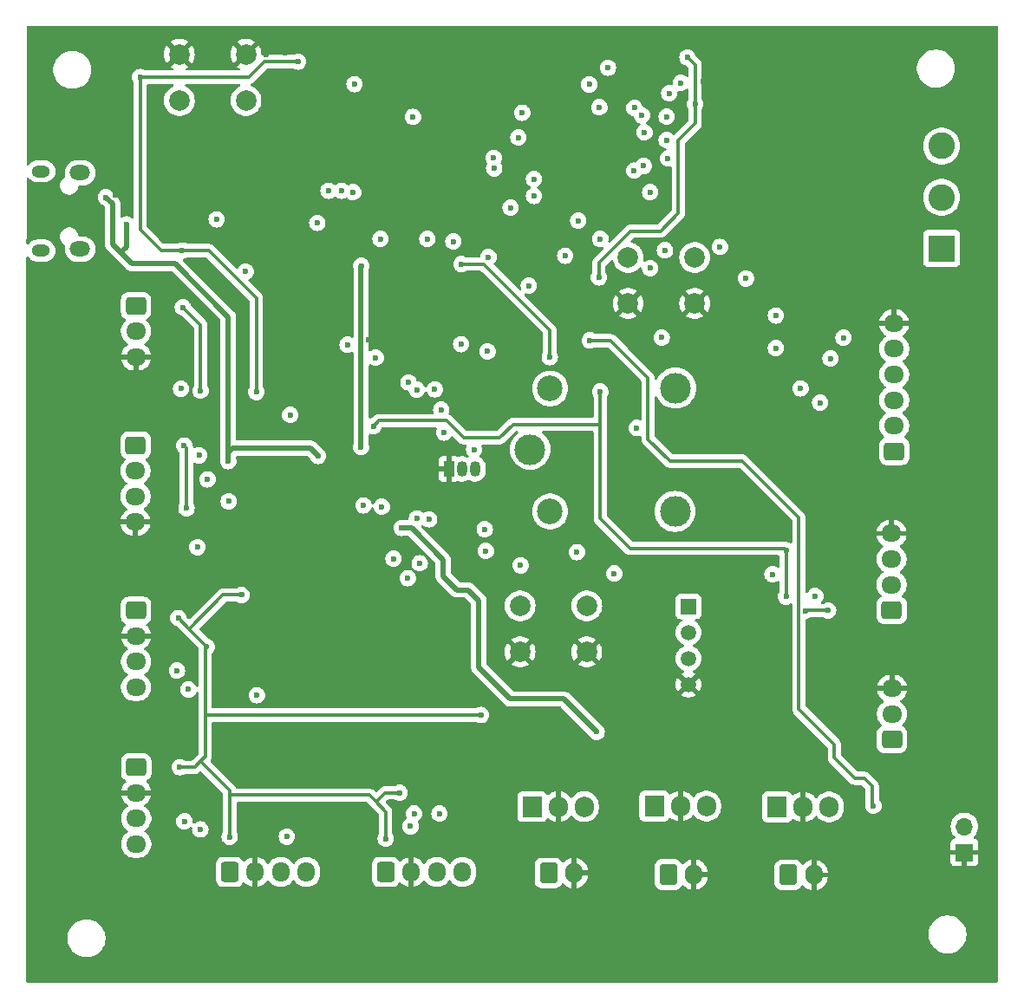
<source format=gbr>
%TF.GenerationSoftware,KiCad,Pcbnew,8.0.7*%
%TF.CreationDate,2025-02-15T14:18:58+03:00*%
%TF.ProjectId,IoT Edge Device V1,496f5420-4564-4676-9520-446576696365,rev?*%
%TF.SameCoordinates,Original*%
%TF.FileFunction,Copper,L3,Inr*%
%TF.FilePolarity,Positive*%
%FSLAX46Y46*%
G04 Gerber Fmt 4.6, Leading zero omitted, Abs format (unit mm)*
G04 Created by KiCad (PCBNEW 8.0.7) date 2025-02-15 14:18:58*
%MOMM*%
%LPD*%
G01*
G04 APERTURE LIST*
G04 Aperture macros list*
%AMRoundRect*
0 Rectangle with rounded corners*
0 $1 Rounding radius*
0 $2 $3 $4 $5 $6 $7 $8 $9 X,Y pos of 4 corners*
0 Add a 4 corners polygon primitive as box body*
4,1,4,$2,$3,$4,$5,$6,$7,$8,$9,$2,$3,0*
0 Add four circle primitives for the rounded corners*
1,1,$1+$1,$2,$3*
1,1,$1+$1,$4,$5*
1,1,$1+$1,$6,$7*
1,1,$1+$1,$8,$9*
0 Add four rect primitives between the rounded corners*
20,1,$1+$1,$2,$3,$4,$5,0*
20,1,$1+$1,$4,$5,$6,$7,0*
20,1,$1+$1,$6,$7,$8,$9,0*
20,1,$1+$1,$8,$9,$2,$3,0*%
G04 Aperture macros list end*
%TA.AperFunction,ComponentPad*%
%ADD10RoundRect,0.250000X0.725000X-0.600000X0.725000X0.600000X-0.725000X0.600000X-0.725000X-0.600000X0*%
%TD*%
%TA.AperFunction,ComponentPad*%
%ADD11O,1.950000X1.700000*%
%TD*%
%TA.AperFunction,ComponentPad*%
%ADD12R,1.050000X1.500000*%
%TD*%
%TA.AperFunction,ComponentPad*%
%ADD13O,1.050000X1.500000*%
%TD*%
%TA.AperFunction,ComponentPad*%
%ADD14R,2.600000X2.600000*%
%TD*%
%TA.AperFunction,ComponentPad*%
%ADD15C,2.600000*%
%TD*%
%TA.AperFunction,ComponentPad*%
%ADD16O,1.800000X1.150000*%
%TD*%
%TA.AperFunction,ComponentPad*%
%ADD17O,2.000000X1.450000*%
%TD*%
%TA.AperFunction,ComponentPad*%
%ADD18RoundRect,0.250000X-0.600000X-0.750000X0.600000X-0.750000X0.600000X0.750000X-0.600000X0.750000X0*%
%TD*%
%TA.AperFunction,ComponentPad*%
%ADD19O,1.700000X2.000000*%
%TD*%
%TA.AperFunction,ComponentPad*%
%ADD20C,2.000000*%
%TD*%
%TA.AperFunction,ComponentPad*%
%ADD21R,1.905000X2.000000*%
%TD*%
%TA.AperFunction,ComponentPad*%
%ADD22O,1.905000X2.000000*%
%TD*%
%TA.AperFunction,ComponentPad*%
%ADD23RoundRect,0.250000X-0.725000X0.600000X-0.725000X-0.600000X0.725000X-0.600000X0.725000X0.600000X0*%
%TD*%
%TA.AperFunction,ComponentPad*%
%ADD24C,3.000000*%
%TD*%
%TA.AperFunction,ComponentPad*%
%ADD25C,2.500000*%
%TD*%
%TA.AperFunction,ComponentPad*%
%ADD26RoundRect,0.250000X-0.600000X-0.725000X0.600000X-0.725000X0.600000X0.725000X-0.600000X0.725000X0*%
%TD*%
%TA.AperFunction,ComponentPad*%
%ADD27O,1.700000X1.950000*%
%TD*%
%TA.AperFunction,ComponentPad*%
%ADD28R,1.700000X1.700000*%
%TD*%
%TA.AperFunction,ComponentPad*%
%ADD29O,1.700000X1.700000*%
%TD*%
%TA.AperFunction,ComponentPad*%
%ADD30R,1.500000X1.500000*%
%TD*%
%TA.AperFunction,ComponentPad*%
%ADD31C,1.500000*%
%TD*%
%TA.AperFunction,ViaPad*%
%ADD32C,0.600000*%
%TD*%
%TA.AperFunction,Conductor*%
%ADD33C,0.300000*%
%TD*%
%TA.AperFunction,Conductor*%
%ADD34C,0.500000*%
%TD*%
G04 APERTURE END LIST*
D10*
%TO.N,+3.3VREG*%
%TO.C,J7*%
X179832000Y-103338000D03*
D11*
%TO.N,TXD1*%
X179832000Y-100838000D03*
%TO.N,RXD1*%
X179832000Y-98338000D03*
%TO.N,GND*%
X179832000Y-95838000D03*
%TD*%
D12*
%TO.N,GND*%
%TO.C,Q1*%
X136614000Y-89534000D03*
D13*
%TO.N,Net-(Q1-B)*%
X137884000Y-89534000D03*
%TO.N,Net-(D14-A)*%
X139154000Y-89534000D03*
%TD*%
D14*
%TO.N,/NC*%
%TO.C,J16*%
X184709000Y-67992000D03*
D15*
%TO.N,/NO*%
X184709000Y-62992000D03*
%TO.N,/COM*%
X184709000Y-57992000D03*
%TD*%
D16*
%TO.N,unconnected-(J1-Shield-Pad6)_3*%
%TO.C,J1*%
X96775000Y-60460000D03*
D17*
%TO.N,unconnected-(J1-Shield-Pad6)_2*%
X100575000Y-60610000D03*
%TO.N,unconnected-(J1-Shield-Pad6)*%
X100575000Y-68060000D03*
D16*
%TO.N,unconnected-(J1-Shield-Pad6)_1*%
X96775000Y-68210000D03*
%TD*%
D18*
%TO.N,Net-(J13-Pin_1)*%
%TO.C,J13*%
X169746000Y-129195000D03*
D19*
%TO.N,GND*%
X172246000Y-129195000D03*
%TD*%
D18*
%TO.N,Net-(J11-Pin_1)*%
%TO.C,J11*%
X146324000Y-129011000D03*
D19*
%TO.N,GND*%
X148824000Y-129011000D03*
%TD*%
D20*
%TO.N,GND*%
%TO.C,SW1*%
X160603000Y-73370000D03*
X154103000Y-73370000D03*
%TO.N,BOOT*%
X160603000Y-68870000D03*
X154103000Y-68870000D03*
%TD*%
D10*
%TO.N,+3.3VREG*%
%TO.C,J2*%
X180086000Y-87804000D03*
D11*
%TO.N,CS*%
X180086000Y-85304000D03*
%TO.N,SCLK*%
X180086000Y-82804000D03*
%TO.N,MOSI*%
X180086000Y-80304000D03*
%TO.N,MISO*%
X180086000Y-77804000D03*
%TO.N,GND*%
X180086000Y-75304000D03*
%TD*%
D21*
%TO.N,Net-(J13-Pin_1)*%
%TO.C,U4*%
X168656000Y-122555000D03*
D22*
%TO.N,GND*%
X171196000Y-122555000D03*
%TO.N,Net-(U4-VO)*%
X173736000Y-122555000D03*
%TD*%
D23*
%TO.N,+3.3VREG*%
%TO.C,J8*%
X106066000Y-118678000D03*
D11*
%TO.N,GND*%
X106066000Y-121178000D03*
%TO.N,SDA*%
X106066000Y-123678000D03*
%TO.N,SCL*%
X106066000Y-126178000D03*
%TD*%
D24*
%TO.N,/COM*%
%TO.C,K1*%
X144535000Y-87630000D03*
D25*
%TO.N,Net-(D14-A)*%
X146485000Y-93680000D03*
D24*
%TO.N,/NO*%
X158685000Y-93680000D03*
%TO.N,/NC*%
X158735000Y-81630000D03*
D25*
%TO.N,VOUT_IP*%
X146485000Y-81680000D03*
%TD*%
D20*
%TO.N,GND*%
%TO.C,SW2*%
X110287500Y-49033500D03*
X116787500Y-49033500D03*
%TO.N,CHIP_PU*%
X110287500Y-53533500D03*
X116787500Y-53533500D03*
%TD*%
D23*
%TO.N,+3.3VREG*%
%TO.C,J4*%
X105999500Y-87212500D03*
D11*
%TO.N,TXD2*%
X105999500Y-89712500D03*
%TO.N,RXD2*%
X105999500Y-92212500D03*
%TO.N,GND*%
X105999500Y-94712500D03*
%TD*%
D21*
%TO.N,Net-(J11-Pin_1)*%
%TO.C,U2*%
X144729000Y-122528000D03*
D22*
%TO.N,GND*%
X147269000Y-122528000D03*
%TO.N,Net-(U2-VO)*%
X149809000Y-122528000D03*
%TD*%
D10*
%TO.N,+3.3VREG*%
%TO.C,J6*%
X179864000Y-115970000D03*
D11*
%TO.N,ADC1*%
X179864000Y-113470000D03*
%TO.N,GND*%
X179864000Y-110970000D03*
%TD*%
D21*
%TO.N,Net-(J12-Pin_1)*%
%TO.C,U3*%
X156658000Y-122469000D03*
D22*
%TO.N,GND*%
X159198000Y-122469000D03*
%TO.N,Net-(U3-VO)*%
X161738000Y-122469000D03*
%TD*%
D18*
%TO.N,Net-(J12-Pin_1)*%
%TO.C,J12*%
X158028000Y-129159000D03*
D19*
%TO.N,GND*%
X160528000Y-129159000D03*
%TD*%
D23*
%TO.N,+3.3VREG*%
%TO.C,J10*%
X106049500Y-73587500D03*
D11*
%TO.N,ADC2*%
X106049500Y-76087500D03*
%TO.N,GND*%
X106049500Y-78587500D03*
%TD*%
D26*
%TO.N,+3.3VREG*%
%TO.C,J5*%
X115182000Y-128905000D03*
D27*
%TO.N,GND*%
X117682000Y-128905000D03*
%TO.N,SDA*%
X120182000Y-128905000D03*
%TO.N,SCL*%
X122682000Y-128905000D03*
%TD*%
D28*
%TO.N,GND*%
%TO.C,J14*%
X186944000Y-127000000D03*
D29*
%TO.N,BAT*%
X186944000Y-124460000D03*
%TD*%
D23*
%TO.N,+3.3VREG*%
%TO.C,J3*%
X106049500Y-103362500D03*
D11*
%TO.N,GND*%
X106049500Y-105862500D03*
%TO.N,SDA*%
X106049500Y-108362500D03*
%TO.N,SCL*%
X106049500Y-110862500D03*
%TD*%
D26*
%TO.N,+3.3VREG*%
%TO.C,J9*%
X130422000Y-128905000D03*
D27*
%TO.N,GND*%
X132922000Y-128905000D03*
%TO.N,SDA*%
X135422000Y-128905000D03*
%TO.N,SCL*%
X137922000Y-128905000D03*
%TD*%
D20*
%TO.N,Net-(R9-Pad2)*%
%TO.C,SW3*%
X143562000Y-102906000D03*
X150062000Y-102906000D03*
%TO.N,GND*%
X143562000Y-107406000D03*
X150062000Y-107406000D03*
%TD*%
D30*
%TO.N,+3.3VREG*%
%TO.C,U7*%
X159990500Y-102967500D03*
D31*
%TO.N,DHT_DATA*%
X159990500Y-105507500D03*
%TO.N,unconnected-(U7-NC-Pad3)*%
X159990500Y-108047500D03*
%TO.N,GND*%
X159990500Y-110587500D03*
%TD*%
D32*
%TO.N,+3.3VREG*%
X159900000Y-49325000D03*
X151250000Y-70825000D03*
X106450000Y-51250000D03*
X139725000Y-113575000D03*
X112950000Y-106900000D03*
X115200000Y-125475000D03*
X160650000Y-53900000D03*
X110625000Y-73750000D03*
X131775000Y-121175000D03*
X151375000Y-81975000D03*
X173625000Y-103375000D03*
X169525000Y-102000000D03*
X112350000Y-81900000D03*
X110575000Y-68200000D03*
X129225000Y-85350000D03*
X117800000Y-82025000D03*
X110750000Y-87250000D03*
X110175000Y-104100000D03*
X121875000Y-49750000D03*
X169525000Y-97475000D03*
X116350000Y-101850000D03*
X110975000Y-93375000D03*
X171425000Y-103400000D03*
X130425000Y-125650000D03*
X110325000Y-118675000D03*
%TO.N,GND*%
X139954000Y-55245000D03*
X121920000Y-89662000D03*
X134874000Y-55245000D03*
X104394000Y-51308000D03*
X134493000Y-89408000D03*
X128270000Y-47625000D03*
X108077000Y-48514000D03*
X159639000Y-125349000D03*
X160655000Y-125984000D03*
X134948000Y-76394000D03*
X136017000Y-52705000D03*
X122400000Y-93000000D03*
X120650000Y-48895000D03*
X120269000Y-86106000D03*
X123200000Y-93000000D03*
X184531000Y-127000000D03*
X149987000Y-109855000D03*
X126492000Y-47625000D03*
X124482000Y-81820000D03*
X123317000Y-59436000D03*
X135202000Y-72838000D03*
X122809000Y-105664000D03*
X139774000Y-71949000D03*
X102489000Y-65659000D03*
X171069000Y-118745000D03*
X145161000Y-70485000D03*
X118184000Y-71187000D03*
X109347000Y-121158000D03*
X124714000Y-46990000D03*
X134112000Y-117602000D03*
X136017000Y-57785000D03*
X138811000Y-52705000D03*
X122375000Y-72203000D03*
X109347000Y-94742000D03*
X117856000Y-125603000D03*
X138684000Y-85471000D03*
X149225000Y-47625000D03*
X172974000Y-125984000D03*
X166116000Y-118364000D03*
X137414000Y-52705000D03*
X154051000Y-75438000D03*
X104013000Y-62738000D03*
X172085000Y-125222000D03*
X137869000Y-71187000D03*
X142875000Y-118237000D03*
X122936000Y-103632000D03*
X123317000Y-58420000D03*
X121793000Y-54864000D03*
X122301000Y-86106000D03*
X109347000Y-105918000D03*
X125730000Y-84328000D03*
X137541000Y-57912000D03*
X176657000Y-75311000D03*
X132969000Y-125603000D03*
X121920000Y-88900000D03*
X163576000Y-110617000D03*
X160655000Y-75565000D03*
X125095000Y-92202000D03*
X164338000Y-70838000D03*
X161417000Y-51689000D03*
X118745000Y-49022000D03*
X154629000Y-117790000D03*
X147701000Y-125095000D03*
X128775000Y-76925000D03*
X176530000Y-110998000D03*
X109220000Y-78613000D03*
X176403000Y-95885000D03*
X133985000Y-103632000D03*
X175641000Y-48387000D03*
X143510000Y-109728000D03*
X148971000Y-125857000D03*
X138938000Y-57785000D03*
%TO.N,5VUSB*%
X115062000Y-88773000D03*
X123825000Y-88265000D03*
X103124000Y-62992000D03*
X105100000Y-65650000D03*
%TO.N,VIN_IP*%
X128025000Y-87400000D03*
X131975000Y-95300000D03*
X151025000Y-115225000D03*
X128050000Y-69700000D03*
%TO.N,VOUT_IP*%
X146450000Y-78625000D03*
X137825000Y-69525000D03*
%TO.N,BAT*%
X150375000Y-76975000D03*
X178054000Y-122428000D03*
%TO.N,Net-(D14-A)*%
X139065000Y-87630000D03*
X136144000Y-85979000D03*
%TO.N,SCLK*%
X165608000Y-70925000D03*
X144907000Y-61214000D03*
X170942000Y-81661000D03*
%TO.N,MISO*%
X147955000Y-68707000D03*
X175133000Y-76708000D03*
%TO.N,MOSI*%
X173863000Y-78740000D03*
X149225000Y-65278000D03*
%TO.N,CS*%
X151376880Y-67063120D03*
X172847000Y-83058000D03*
%TO.N,SDA*%
X141025000Y-60175000D03*
X132850000Y-124450000D03*
X129450000Y-78675000D03*
X111175000Y-111075000D03*
X112325000Y-124750000D03*
X121107058Y-84257058D03*
X110775000Y-123950000D03*
X110050000Y-109225000D03*
X120775000Y-125450000D03*
X115100000Y-92700000D03*
%TO.N,SCL*%
X110450000Y-81700000D03*
X112050000Y-97175000D03*
X133200000Y-123200000D03*
X135675000Y-123200000D03*
X140975000Y-59150000D03*
X126700000Y-77400000D03*
%TO.N,TXD2*%
X112200000Y-88200000D03*
X124841000Y-62357000D03*
%TO.N,RXD2*%
X126111000Y-62357000D03*
X113030000Y-90551000D03*
%TO.N,ADC1*%
X158000000Y-59200000D03*
X163075000Y-67850000D03*
X172375000Y-101950000D03*
X152125000Y-50350000D03*
%TO.N,TXD1*%
X156250000Y-69925000D03*
X154700000Y-60400000D03*
X168200000Y-99825000D03*
X157375000Y-76700000D03*
X156250000Y-62500000D03*
X150300000Y-51975000D03*
%TO.N,RXD1*%
X155625000Y-59925000D03*
X157700000Y-68175000D03*
X154950000Y-85525000D03*
X151300000Y-54200000D03*
%TO.N,ADC2*%
X127381000Y-51943000D03*
X113919000Y-65151000D03*
%TO.N,MOSI_SD*%
X155702000Y-56642000D03*
X157861000Y-55118000D03*
%TO.N,SCLK_SD*%
X158115000Y-52832000D03*
X155448000Y-54991000D03*
%TO.N,CS_SD*%
X144907000Y-62865000D03*
X157861000Y-57404000D03*
%TO.N,MISO_SD*%
X159258000Y-51816000D03*
X154721000Y-54264000D03*
%TO.N,RELAY*%
X140375000Y-78050000D03*
X133100000Y-55150000D03*
X135850000Y-83750000D03*
%TO.N,/NO*%
X168529000Y-74549000D03*
X168529000Y-77724000D03*
%TO.N,Net-(R9-Pad2)*%
X143600000Y-98950000D03*
X140100000Y-95425000D03*
X132650000Y-81075000D03*
X134675000Y-94450000D03*
X135225000Y-81750000D03*
%TO.N,DHT_DATA*%
X127250000Y-62500000D03*
X152750000Y-99750000D03*
X133750000Y-98750000D03*
X123750000Y-65500000D03*
X116750000Y-70250000D03*
%TO.N,IRQ1*%
X117856000Y-111633000D03*
X129921000Y-67056000D03*
%TO.N,IRQ3*%
X131191000Y-98298000D03*
X143764000Y-54737000D03*
%TO.N,IRQ2*%
X143383000Y-57150000D03*
X130048000Y-93218000D03*
%TO.N,RESET*%
X140462000Y-68834000D03*
X128270000Y-93091000D03*
%TO.N,MISO_LORA*%
X144399000Y-71628000D03*
X140208000Y-97536000D03*
%TO.N,CS_LORA*%
X132588000Y-100203000D03*
X134493000Y-67056000D03*
%TO.N,SCLK_LORA*%
X142621000Y-64008000D03*
X149098000Y-97663000D03*
%TO.N,MOSI_LORA*%
X137795000Y-77343000D03*
X133477000Y-94361000D03*
X137033000Y-67310000D03*
X133477000Y-81788000D03*
%TD*%
D33*
%TO.N,+3.3VREG*%
X160650000Y-50075000D02*
X159900000Y-49325000D01*
X112350000Y-118100000D02*
X112800000Y-117650000D01*
X151250000Y-69400000D02*
X151250000Y-70825000D01*
X151375000Y-85225000D02*
X151375000Y-94325000D01*
X111775000Y-118675000D02*
X112350000Y-118100000D01*
X160650000Y-55775000D02*
X159000000Y-57425000D01*
X129754000Y-84821000D02*
X136396000Y-84821000D01*
X130425000Y-123025000D02*
X129475000Y-122075000D01*
X110975000Y-93375000D02*
X110975000Y-87475000D01*
X106475000Y-51275000D02*
X106450000Y-51250000D01*
X169350000Y-97300000D02*
X169525000Y-97475000D01*
X121875000Y-49750000D02*
X118625000Y-49750000D01*
X131775000Y-121175000D02*
X130375000Y-121175000D01*
X110975000Y-87475000D02*
X110750000Y-87250000D01*
X110175000Y-104125000D02*
X110175000Y-104100000D01*
X112800000Y-113600000D02*
X112800000Y-107050000D01*
X106450000Y-66175000D02*
X108475000Y-68200000D01*
X113150000Y-68200000D02*
X110575000Y-68200000D01*
X129225000Y-85350000D02*
X129754000Y-84821000D01*
X115200000Y-125475000D02*
X115200000Y-121400000D01*
X116350000Y-101850000D02*
X114550000Y-101850000D01*
X106450000Y-51250000D02*
X106450000Y-66175000D01*
X160650000Y-53900000D02*
X160650000Y-55775000D01*
X159000000Y-64550000D02*
X157250000Y-66300000D01*
X154350000Y-97300000D02*
X169350000Y-97300000D01*
X130375000Y-121175000D02*
X129475000Y-122075000D01*
X141550000Y-86475000D02*
X142850000Y-85175000D01*
X118625000Y-49750000D02*
X117100000Y-51275000D01*
X110625000Y-73750000D02*
X112350000Y-75475000D01*
X117800000Y-72850000D02*
X113150000Y-68200000D01*
X110325000Y-118675000D02*
X111775000Y-118675000D01*
X142850000Y-85175000D02*
X151325000Y-85175000D01*
X159000000Y-57425000D02*
X159000000Y-64550000D01*
X160650000Y-53900000D02*
X160650000Y-50075000D01*
X112350000Y-75475000D02*
X112350000Y-81900000D01*
X157250000Y-66300000D02*
X154350000Y-66300000D01*
X112825000Y-113575000D02*
X112800000Y-113600000D01*
X151375000Y-81975000D02*
X151375000Y-85225000D01*
X129475000Y-122075000D02*
X128800000Y-121400000D01*
X115200000Y-121400000D02*
X115200000Y-120950000D01*
X173625000Y-103375000D02*
X171450000Y-103375000D01*
X151325000Y-85175000D02*
X151375000Y-85225000D01*
X114550000Y-101850000D02*
X111225000Y-105175000D01*
X112800000Y-117650000D02*
X112800000Y-113600000D01*
X112800000Y-107050000D02*
X112950000Y-106900000D01*
X108475000Y-68200000D02*
X110575000Y-68200000D01*
X112950000Y-106900000D02*
X111225000Y-105175000D01*
X117800000Y-82025000D02*
X117800000Y-72850000D01*
X138050000Y-86475000D02*
X141550000Y-86475000D01*
X130425000Y-125650000D02*
X130425000Y-123025000D01*
X171450000Y-103375000D02*
X171425000Y-103400000D01*
X169525000Y-97475000D02*
X169525000Y-102000000D01*
X115200000Y-120950000D02*
X112350000Y-118100000D01*
X136396000Y-84821000D02*
X138050000Y-86475000D01*
X111225000Y-105175000D02*
X110175000Y-104125000D01*
X139725000Y-113575000D02*
X112825000Y-113575000D01*
X117100000Y-51275000D02*
X106475000Y-51275000D01*
X128800000Y-121400000D02*
X115200000Y-121400000D01*
X154350000Y-66300000D02*
X151250000Y-69400000D01*
X151375000Y-94325000D02*
X154350000Y-97300000D01*
D34*
%TO.N,5VUSB*%
X109855000Y-69469000D02*
X115062000Y-74676000D01*
X105100000Y-67850000D02*
X104572500Y-68377500D01*
X123075000Y-87515000D02*
X115431000Y-87515000D01*
X105100000Y-65650000D02*
X105100000Y-67850000D01*
X105664000Y-69469000D02*
X109855000Y-69469000D01*
X103759000Y-63627000D02*
X103759000Y-67564000D01*
X103124000Y-62992000D02*
X103759000Y-63627000D01*
X104572500Y-68377500D02*
X105664000Y-69469000D01*
X115062000Y-87884000D02*
X115062000Y-88773000D01*
X123825000Y-88265000D02*
X123075000Y-87515000D01*
X103759000Y-67564000D02*
X104572500Y-68377500D01*
X115431000Y-87515000D02*
X115062000Y-87884000D01*
X115062000Y-74676000D02*
X115062000Y-87884000D01*
%TO.N,VIN_IP*%
X139525000Y-102375000D02*
X139525000Y-108950000D01*
X131975000Y-95300000D02*
X132950000Y-95300000D01*
X138500000Y-101350000D02*
X139525000Y-102375000D01*
X137375000Y-101350000D02*
X138500000Y-101350000D01*
X136050000Y-98400000D02*
X136050000Y-100025000D01*
X128025000Y-69725000D02*
X128025000Y-87400000D01*
X139525000Y-108950000D02*
X142575000Y-112000000D01*
X136050000Y-100025000D02*
X137375000Y-101350000D01*
X128050000Y-69700000D02*
X128025000Y-69725000D01*
X147800000Y-112000000D02*
X151025000Y-115225000D01*
X142575000Y-112000000D02*
X147800000Y-112000000D01*
X132950000Y-95300000D02*
X136050000Y-98400000D01*
D33*
%TO.N,VOUT_IP*%
X140025000Y-69525000D02*
X143325000Y-72825000D01*
X137825000Y-69525000D02*
X140025000Y-69525000D01*
X146450000Y-75950000D02*
X146450000Y-78625000D01*
X143325000Y-72825000D02*
X146450000Y-75950000D01*
%TO.N,BAT*%
X150400000Y-77000000D02*
X152400000Y-77000000D01*
X156050000Y-86650000D02*
X158175000Y-88775000D01*
X156050000Y-80650000D02*
X156050000Y-86650000D01*
X176276000Y-119761000D02*
X177165000Y-119761000D01*
X152400000Y-77000000D02*
X156050000Y-80650000D01*
X177927000Y-122301000D02*
X178054000Y-122428000D01*
X165275000Y-88775000D02*
X170775000Y-94275000D01*
X170775000Y-113000000D02*
X174244000Y-116469000D01*
X150375000Y-76975000D02*
X150400000Y-77000000D01*
X177927000Y-120523000D02*
X177927000Y-122301000D01*
X170775000Y-94275000D02*
X170775000Y-113000000D01*
X174244000Y-116469000D02*
X174244000Y-117729000D01*
X177165000Y-119761000D02*
X177927000Y-120523000D01*
X174244000Y-117729000D02*
X176276000Y-119761000D01*
X158175000Y-88775000D02*
X165275000Y-88775000D01*
%TD*%
%TA.AperFunction,Conductor*%
%TO.N,GND*%
G36*
X190160539Y-46247685D02*
G01*
X190206294Y-46300489D01*
X190217500Y-46352000D01*
X190217500Y-139576000D01*
X190197815Y-139643039D01*
X190145011Y-139688794D01*
X190093500Y-139700000D01*
X95421500Y-139700000D01*
X95354461Y-139680315D01*
X95308706Y-139627511D01*
X95297500Y-139576000D01*
X95297500Y-135260711D01*
X99368500Y-135260711D01*
X99368500Y-135503288D01*
X99400161Y-135743785D01*
X99462947Y-135978104D01*
X99484979Y-136031293D01*
X99555776Y-136202212D01*
X99677064Y-136412289D01*
X99677066Y-136412292D01*
X99677067Y-136412293D01*
X99824733Y-136604736D01*
X99824739Y-136604743D01*
X99996256Y-136776260D01*
X99996263Y-136776266D01*
X100094310Y-136851500D01*
X100188711Y-136923936D01*
X100398788Y-137045224D01*
X100622900Y-137138054D01*
X100857211Y-137200838D01*
X101037586Y-137224584D01*
X101097711Y-137232500D01*
X101097712Y-137232500D01*
X101340289Y-137232500D01*
X101388388Y-137226167D01*
X101580789Y-137200838D01*
X101815100Y-137138054D01*
X102039212Y-137045224D01*
X102249289Y-136923936D01*
X102441738Y-136776265D01*
X102613265Y-136604738D01*
X102760936Y-136412289D01*
X102882224Y-136202212D01*
X102975054Y-135978100D01*
X103037838Y-135743789D01*
X103069500Y-135503288D01*
X103069500Y-135260712D01*
X103037838Y-135020211D01*
X103000191Y-134879711D01*
X183442500Y-134879711D01*
X183442500Y-135122288D01*
X183474161Y-135362785D01*
X183536947Y-135597104D01*
X183597706Y-135743789D01*
X183629776Y-135821212D01*
X183751064Y-136031289D01*
X183751066Y-136031292D01*
X183751067Y-136031293D01*
X183898733Y-136223736D01*
X183898739Y-136223743D01*
X184070256Y-136395260D01*
X184070262Y-136395265D01*
X184262711Y-136542936D01*
X184472788Y-136664224D01*
X184696900Y-136757054D01*
X184931211Y-136819838D01*
X185111586Y-136843584D01*
X185171711Y-136851500D01*
X185171712Y-136851500D01*
X185414289Y-136851500D01*
X185462388Y-136845167D01*
X185654789Y-136819838D01*
X185889100Y-136757054D01*
X186113212Y-136664224D01*
X186323289Y-136542936D01*
X186515738Y-136395265D01*
X186687265Y-136223738D01*
X186834936Y-136031289D01*
X186956224Y-135821212D01*
X187049054Y-135597100D01*
X187111838Y-135362789D01*
X187143500Y-135122288D01*
X187143500Y-134879712D01*
X187111838Y-134639211D01*
X187049054Y-134404900D01*
X186956224Y-134180788D01*
X186834936Y-133970711D01*
X186687265Y-133778262D01*
X186687260Y-133778256D01*
X186515743Y-133606739D01*
X186515736Y-133606733D01*
X186323293Y-133459067D01*
X186323292Y-133459066D01*
X186323289Y-133459064D01*
X186113212Y-133337776D01*
X186113205Y-133337773D01*
X185889104Y-133244947D01*
X185654785Y-133182161D01*
X185414289Y-133150500D01*
X185414288Y-133150500D01*
X185171712Y-133150500D01*
X185171711Y-133150500D01*
X184931214Y-133182161D01*
X184696895Y-133244947D01*
X184472794Y-133337773D01*
X184472785Y-133337777D01*
X184262706Y-133459067D01*
X184070263Y-133606733D01*
X184070256Y-133606739D01*
X183898739Y-133778256D01*
X183898733Y-133778263D01*
X183751067Y-133970706D01*
X183629777Y-134180785D01*
X183629773Y-134180794D01*
X183536947Y-134404895D01*
X183474161Y-134639214D01*
X183442500Y-134879711D01*
X103000191Y-134879711D01*
X102975054Y-134785900D01*
X102882224Y-134561788D01*
X102760936Y-134351711D01*
X102629787Y-134180794D01*
X102613266Y-134159263D01*
X102613260Y-134159256D01*
X102441743Y-133987739D01*
X102441736Y-133987733D01*
X102249293Y-133840067D01*
X102249292Y-133840066D01*
X102249289Y-133840064D01*
X102039212Y-133718776D01*
X102039205Y-133718773D01*
X101815104Y-133625947D01*
X101580785Y-133563161D01*
X101340289Y-133531500D01*
X101340288Y-133531500D01*
X101097712Y-133531500D01*
X101097711Y-133531500D01*
X100857214Y-133563161D01*
X100622895Y-133625947D01*
X100398794Y-133718773D01*
X100398785Y-133718777D01*
X100188706Y-133840067D01*
X99996263Y-133987733D01*
X99996256Y-133987739D01*
X99824739Y-134159256D01*
X99824733Y-134159263D01*
X99677067Y-134351706D01*
X99555777Y-134561785D01*
X99555773Y-134561794D01*
X99462947Y-134785895D01*
X99400161Y-135020214D01*
X99368500Y-135260711D01*
X95297500Y-135260711D01*
X95297500Y-128129983D01*
X113831500Y-128129983D01*
X113831500Y-129680001D01*
X113831501Y-129680018D01*
X113842000Y-129782796D01*
X113842001Y-129782799D01*
X113897185Y-129949331D01*
X113897187Y-129949336D01*
X113903159Y-129959018D01*
X113989288Y-130098656D01*
X114113344Y-130222712D01*
X114262666Y-130314814D01*
X114429203Y-130369999D01*
X114531991Y-130380500D01*
X115832008Y-130380499D01*
X115934797Y-130369999D01*
X116101334Y-130314814D01*
X116250656Y-130222712D01*
X116374712Y-130098656D01*
X116466814Y-129949334D01*
X116466814Y-129949331D01*
X116470448Y-129943441D01*
X116522395Y-129896716D01*
X116591358Y-129885493D01*
X116655440Y-129913336D01*
X116663668Y-129920856D01*
X116802535Y-130059723D01*
X116802540Y-130059727D01*
X116974442Y-130184620D01*
X117163782Y-130281095D01*
X117365871Y-130346757D01*
X117432000Y-130357231D01*
X117432000Y-129309145D01*
X117498657Y-129347630D01*
X117619465Y-129380000D01*
X117744535Y-129380000D01*
X117865343Y-129347630D01*
X117932000Y-129309145D01*
X117932000Y-130357230D01*
X117998126Y-130346757D01*
X117998129Y-130346757D01*
X118200217Y-130281095D01*
X118389557Y-130184620D01*
X118561459Y-130059727D01*
X118561464Y-130059723D01*
X118711721Y-129909466D01*
X118831371Y-129744781D01*
X118886701Y-129702115D01*
X118956314Y-129696136D01*
X119018110Y-129728741D01*
X119032008Y-129744781D01*
X119151890Y-129909785D01*
X119151894Y-129909790D01*
X119302213Y-130060109D01*
X119474179Y-130185048D01*
X119474181Y-130185049D01*
X119474184Y-130185051D01*
X119663588Y-130281557D01*
X119865757Y-130347246D01*
X120075713Y-130380500D01*
X120075714Y-130380500D01*
X120288286Y-130380500D01*
X120288287Y-130380500D01*
X120498243Y-130347246D01*
X120700412Y-130281557D01*
X120889816Y-130185051D01*
X120918112Y-130164493D01*
X121061786Y-130060109D01*
X121061788Y-130060106D01*
X121061792Y-130060104D01*
X121212104Y-129909792D01*
X121331683Y-129745204D01*
X121387011Y-129702540D01*
X121456624Y-129696561D01*
X121518420Y-129729166D01*
X121532313Y-129745199D01*
X121618058Y-129863217D01*
X121651896Y-129909792D01*
X121802213Y-130060109D01*
X121974179Y-130185048D01*
X121974181Y-130185049D01*
X121974184Y-130185051D01*
X122163588Y-130281557D01*
X122365757Y-130347246D01*
X122575713Y-130380500D01*
X122575714Y-130380500D01*
X122788286Y-130380500D01*
X122788287Y-130380500D01*
X122998243Y-130347246D01*
X123200412Y-130281557D01*
X123389816Y-130185051D01*
X123418112Y-130164493D01*
X123561786Y-130060109D01*
X123561788Y-130060106D01*
X123561792Y-130060104D01*
X123712104Y-129909792D01*
X123712106Y-129909788D01*
X123712109Y-129909786D01*
X123837048Y-129737820D01*
X123837047Y-129737820D01*
X123837051Y-129737816D01*
X123933557Y-129548412D01*
X123999246Y-129346243D01*
X124032500Y-129136287D01*
X124032500Y-128673713D01*
X123999246Y-128463757D01*
X123933557Y-128261588D01*
X123866501Y-128129983D01*
X129071500Y-128129983D01*
X129071500Y-129680001D01*
X129071501Y-129680018D01*
X129082000Y-129782796D01*
X129082001Y-129782799D01*
X129137185Y-129949331D01*
X129137187Y-129949336D01*
X129143159Y-129959018D01*
X129229288Y-130098656D01*
X129353344Y-130222712D01*
X129502666Y-130314814D01*
X129669203Y-130369999D01*
X129771991Y-130380500D01*
X131072008Y-130380499D01*
X131174797Y-130369999D01*
X131341334Y-130314814D01*
X131490656Y-130222712D01*
X131614712Y-130098656D01*
X131706814Y-129949334D01*
X131706814Y-129949331D01*
X131710448Y-129943441D01*
X131762395Y-129896716D01*
X131831358Y-129885493D01*
X131895440Y-129913336D01*
X131903668Y-129920856D01*
X132042535Y-130059723D01*
X132042540Y-130059727D01*
X132214442Y-130184620D01*
X132403782Y-130281095D01*
X132605871Y-130346757D01*
X132672000Y-130357231D01*
X132672000Y-129309145D01*
X132738657Y-129347630D01*
X132859465Y-129380000D01*
X132984535Y-129380000D01*
X133105343Y-129347630D01*
X133172000Y-129309145D01*
X133172000Y-130357230D01*
X133238126Y-130346757D01*
X133238129Y-130346757D01*
X133440217Y-130281095D01*
X133629557Y-130184620D01*
X133801459Y-130059727D01*
X133801464Y-130059723D01*
X133951721Y-129909466D01*
X134071371Y-129744781D01*
X134126701Y-129702115D01*
X134196314Y-129696136D01*
X134258110Y-129728741D01*
X134272008Y-129744781D01*
X134391890Y-129909785D01*
X134391894Y-129909790D01*
X134542213Y-130060109D01*
X134714179Y-130185048D01*
X134714181Y-130185049D01*
X134714184Y-130185051D01*
X134903588Y-130281557D01*
X135105757Y-130347246D01*
X135315713Y-130380500D01*
X135315714Y-130380500D01*
X135528286Y-130380500D01*
X135528287Y-130380500D01*
X135738243Y-130347246D01*
X135940412Y-130281557D01*
X136129816Y-130185051D01*
X136158112Y-130164493D01*
X136301786Y-130060109D01*
X136301788Y-130060106D01*
X136301792Y-130060104D01*
X136452104Y-129909792D01*
X136571683Y-129745204D01*
X136627011Y-129702540D01*
X136696624Y-129696561D01*
X136758420Y-129729166D01*
X136772313Y-129745199D01*
X136858058Y-129863217D01*
X136891896Y-129909792D01*
X137042213Y-130060109D01*
X137214179Y-130185048D01*
X137214181Y-130185049D01*
X137214184Y-130185051D01*
X137403588Y-130281557D01*
X137605757Y-130347246D01*
X137815713Y-130380500D01*
X137815714Y-130380500D01*
X138028286Y-130380500D01*
X138028287Y-130380500D01*
X138238243Y-130347246D01*
X138440412Y-130281557D01*
X138629816Y-130185051D01*
X138658112Y-130164493D01*
X138801786Y-130060109D01*
X138801788Y-130060106D01*
X138801792Y-130060104D01*
X138952104Y-129909792D01*
X138952106Y-129909788D01*
X138952109Y-129909786D01*
X139077048Y-129737820D01*
X139077047Y-129737820D01*
X139077051Y-129737816D01*
X139173557Y-129548412D01*
X139239246Y-129346243D01*
X139272500Y-129136287D01*
X139272500Y-128673713D01*
X139239246Y-128463757D01*
X139173557Y-128261588D01*
X139147773Y-128210983D01*
X144973500Y-128210983D01*
X144973500Y-129811001D01*
X144973501Y-129811018D01*
X144984000Y-129913796D01*
X144984001Y-129913799D01*
X145039185Y-130080331D01*
X145039187Y-130080336D01*
X145074069Y-130136888D01*
X145131288Y-130229656D01*
X145255344Y-130353712D01*
X145404666Y-130445814D01*
X145571203Y-130500999D01*
X145673991Y-130511500D01*
X146974008Y-130511499D01*
X147076797Y-130500999D01*
X147243334Y-130445814D01*
X147392656Y-130353712D01*
X147516712Y-130229656D01*
X147608814Y-130080334D01*
X147608814Y-130080331D01*
X147612448Y-130074441D01*
X147664395Y-130027716D01*
X147733358Y-130016493D01*
X147797440Y-130044336D01*
X147805668Y-130051856D01*
X147944535Y-130190723D01*
X147944540Y-130190727D01*
X148116442Y-130315620D01*
X148305782Y-130412095D01*
X148507871Y-130477757D01*
X148574000Y-130488231D01*
X148574000Y-129444012D01*
X148631007Y-129476925D01*
X148758174Y-129511000D01*
X148889826Y-129511000D01*
X149016993Y-129476925D01*
X149074000Y-129444012D01*
X149074000Y-130488230D01*
X149140126Y-130477757D01*
X149140129Y-130477757D01*
X149342217Y-130412095D01*
X149531557Y-130315620D01*
X149703459Y-130190727D01*
X149703464Y-130190723D01*
X149853723Y-130040464D01*
X149853727Y-130040459D01*
X149978620Y-129868557D01*
X150075095Y-129679217D01*
X150140757Y-129477130D01*
X150140757Y-129477127D01*
X150174000Y-129267246D01*
X150174000Y-129261000D01*
X149257012Y-129261000D01*
X149289925Y-129203993D01*
X149324000Y-129076826D01*
X149324000Y-128945174D01*
X149289925Y-128818007D01*
X149257012Y-128761000D01*
X150174000Y-128761000D01*
X150174000Y-128754753D01*
X150140757Y-128544872D01*
X150140757Y-128544869D01*
X150080359Y-128358983D01*
X156677500Y-128358983D01*
X156677500Y-129959001D01*
X156677501Y-129959018D01*
X156688000Y-130061796D01*
X156688001Y-130061799D01*
X156743185Y-130228331D01*
X156743187Y-130228336D01*
X156761756Y-130258441D01*
X156835288Y-130377656D01*
X156959344Y-130501712D01*
X157108666Y-130593814D01*
X157275203Y-130648999D01*
X157377991Y-130659500D01*
X158678008Y-130659499D01*
X158780797Y-130648999D01*
X158947334Y-130593814D01*
X159096656Y-130501712D01*
X159220712Y-130377656D01*
X159312814Y-130228334D01*
X159312814Y-130228331D01*
X159316448Y-130222441D01*
X159368395Y-130175716D01*
X159437358Y-130164493D01*
X159501440Y-130192336D01*
X159509668Y-130199856D01*
X159648535Y-130338723D01*
X159648540Y-130338727D01*
X159820442Y-130463620D01*
X160009782Y-130560095D01*
X160211871Y-130625757D01*
X160278000Y-130636231D01*
X160278000Y-129592012D01*
X160335007Y-129624925D01*
X160462174Y-129659000D01*
X160593826Y-129659000D01*
X160720993Y-129624925D01*
X160778000Y-129592012D01*
X160778000Y-130636230D01*
X160844126Y-130625757D01*
X160844129Y-130625757D01*
X161046217Y-130560095D01*
X161235557Y-130463620D01*
X161407459Y-130338727D01*
X161407464Y-130338723D01*
X161557723Y-130188464D01*
X161557727Y-130188459D01*
X161682620Y-130016557D01*
X161779095Y-129827217D01*
X161844757Y-129625130D01*
X161844757Y-129625127D01*
X161878000Y-129415246D01*
X161878000Y-129409000D01*
X160961012Y-129409000D01*
X160993925Y-129351993D01*
X161028000Y-129224826D01*
X161028000Y-129093174D01*
X160993925Y-128966007D01*
X160961012Y-128909000D01*
X161878000Y-128909000D01*
X161878000Y-128902753D01*
X161844757Y-128692872D01*
X161844757Y-128692869D01*
X161779095Y-128490782D01*
X161730282Y-128394983D01*
X168395500Y-128394983D01*
X168395500Y-129995001D01*
X168395501Y-129995018D01*
X168406000Y-130097796D01*
X168406001Y-130097799D01*
X168436795Y-130190727D01*
X168461186Y-130264334D01*
X168553288Y-130413656D01*
X168677344Y-130537712D01*
X168826666Y-130629814D01*
X168993203Y-130684999D01*
X169095991Y-130695500D01*
X170396008Y-130695499D01*
X170498797Y-130684999D01*
X170665334Y-130629814D01*
X170814656Y-130537712D01*
X170938712Y-130413656D01*
X171030814Y-130264334D01*
X171030814Y-130264331D01*
X171034448Y-130258441D01*
X171086395Y-130211716D01*
X171155358Y-130200493D01*
X171219440Y-130228336D01*
X171227668Y-130235856D01*
X171366535Y-130374723D01*
X171366540Y-130374727D01*
X171538442Y-130499620D01*
X171727782Y-130596095D01*
X171929871Y-130661757D01*
X171996000Y-130672231D01*
X171996000Y-129628012D01*
X172053007Y-129660925D01*
X172180174Y-129695000D01*
X172311826Y-129695000D01*
X172438993Y-129660925D01*
X172496000Y-129628012D01*
X172496000Y-130672230D01*
X172562126Y-130661757D01*
X172562129Y-130661757D01*
X172764217Y-130596095D01*
X172953557Y-130499620D01*
X173125459Y-130374727D01*
X173125464Y-130374723D01*
X173275723Y-130224464D01*
X173275727Y-130224459D01*
X173400620Y-130052557D01*
X173497095Y-129863217D01*
X173562757Y-129661130D01*
X173562757Y-129661127D01*
X173596000Y-129451246D01*
X173596000Y-129445000D01*
X172679012Y-129445000D01*
X172711925Y-129387993D01*
X172746000Y-129260826D01*
X172746000Y-129129174D01*
X172711925Y-129002007D01*
X172679012Y-128945000D01*
X173596000Y-128945000D01*
X173596000Y-128938753D01*
X173562757Y-128728872D01*
X173562757Y-128728869D01*
X173497095Y-128526782D01*
X173400620Y-128337442D01*
X173275727Y-128165540D01*
X173275723Y-128165535D01*
X173125464Y-128015276D01*
X173125459Y-128015272D01*
X172953557Y-127890379D01*
X172764215Y-127793903D01*
X172562124Y-127728241D01*
X172496000Y-127717768D01*
X172496000Y-128761988D01*
X172438993Y-128729075D01*
X172311826Y-128695000D01*
X172180174Y-128695000D01*
X172053007Y-128729075D01*
X171996000Y-128761988D01*
X171996000Y-127717768D01*
X171995999Y-127717768D01*
X171929875Y-127728241D01*
X171727784Y-127793903D01*
X171538442Y-127890379D01*
X171366541Y-128015271D01*
X171227668Y-128154144D01*
X171166345Y-128187628D01*
X171096653Y-128182644D01*
X171040720Y-128140772D01*
X171034448Y-128131558D01*
X171017926Y-128104772D01*
X170938712Y-127976344D01*
X170814656Y-127852288D01*
X170717471Y-127792344D01*
X170665336Y-127760187D01*
X170665331Y-127760185D01*
X170658444Y-127757903D01*
X170498797Y-127705001D01*
X170498795Y-127705000D01*
X170396010Y-127694500D01*
X169095998Y-127694500D01*
X169095981Y-127694501D01*
X168993203Y-127705000D01*
X168993200Y-127705001D01*
X168826668Y-127760185D01*
X168826663Y-127760187D01*
X168677342Y-127852289D01*
X168553289Y-127976342D01*
X168461187Y-128125663D01*
X168461185Y-128125668D01*
X168452583Y-128151628D01*
X168406001Y-128292203D01*
X168406001Y-128292204D01*
X168406000Y-128292204D01*
X168395500Y-128394983D01*
X161730282Y-128394983D01*
X161682620Y-128301442D01*
X161557727Y-128129540D01*
X161557723Y-128129535D01*
X161407464Y-127979276D01*
X161407459Y-127979272D01*
X161235557Y-127854379D01*
X161046215Y-127757903D01*
X160844124Y-127692241D01*
X160778000Y-127681768D01*
X160778000Y-128725988D01*
X160720993Y-128693075D01*
X160593826Y-128659000D01*
X160462174Y-128659000D01*
X160335007Y-128693075D01*
X160278000Y-128725988D01*
X160278000Y-127681768D01*
X160277999Y-127681768D01*
X160211875Y-127692241D01*
X160009784Y-127757903D01*
X159820442Y-127854379D01*
X159648541Y-127979271D01*
X159509668Y-128118144D01*
X159448345Y-128151628D01*
X159378653Y-128146644D01*
X159322720Y-128104772D01*
X159316448Y-128095558D01*
X159256671Y-127998644D01*
X159220712Y-127940344D01*
X159096656Y-127816288D01*
X158989007Y-127749890D01*
X158947336Y-127724187D01*
X158947331Y-127724185D01*
X158908573Y-127711342D01*
X158780797Y-127669001D01*
X158780795Y-127669000D01*
X158678010Y-127658500D01*
X157377998Y-127658500D01*
X157377981Y-127658501D01*
X157275203Y-127669000D01*
X157275200Y-127669001D01*
X157108668Y-127724185D01*
X157108663Y-127724187D01*
X156959342Y-127816289D01*
X156835289Y-127940342D01*
X156743187Y-128089663D01*
X156743185Y-128089668D01*
X156729823Y-128129992D01*
X156688001Y-128256203D01*
X156688001Y-128256204D01*
X156688000Y-128256204D01*
X156677500Y-128358983D01*
X150080359Y-128358983D01*
X150075095Y-128342782D01*
X149978620Y-128153442D01*
X149853727Y-127981540D01*
X149853723Y-127981535D01*
X149703464Y-127831276D01*
X149703459Y-127831272D01*
X149531557Y-127706379D01*
X149342215Y-127609903D01*
X149140124Y-127544241D01*
X149074000Y-127533768D01*
X149074000Y-128577988D01*
X149016993Y-128545075D01*
X148889826Y-128511000D01*
X148758174Y-128511000D01*
X148631007Y-128545075D01*
X148574000Y-128577988D01*
X148574000Y-127533768D01*
X148573999Y-127533768D01*
X148507875Y-127544241D01*
X148305784Y-127609903D01*
X148116442Y-127706379D01*
X147944541Y-127831271D01*
X147805668Y-127970144D01*
X147744345Y-128003628D01*
X147674653Y-127998644D01*
X147618720Y-127956772D01*
X147612448Y-127947558D01*
X147607998Y-127940344D01*
X147516712Y-127792344D01*
X147392656Y-127668288D01*
X147261335Y-127587289D01*
X147243336Y-127576187D01*
X147243331Y-127576185D01*
X147241862Y-127575698D01*
X147076797Y-127521001D01*
X147076795Y-127521000D01*
X146974010Y-127510500D01*
X145673998Y-127510500D01*
X145673981Y-127510501D01*
X145571203Y-127521000D01*
X145571200Y-127521001D01*
X145404668Y-127576185D01*
X145404663Y-127576187D01*
X145255342Y-127668289D01*
X145131289Y-127792342D01*
X145039187Y-127941663D01*
X145039185Y-127941668D01*
X145026723Y-127979276D01*
X144984001Y-128108203D01*
X144984001Y-128108204D01*
X144984000Y-128108204D01*
X144973500Y-128210983D01*
X139147773Y-128210983D01*
X139077051Y-128072184D01*
X139077049Y-128072181D01*
X139077048Y-128072179D01*
X138952109Y-127900213D01*
X138801786Y-127749890D01*
X138629820Y-127624951D01*
X138440414Y-127528444D01*
X138440413Y-127528443D01*
X138440412Y-127528443D01*
X138238243Y-127462754D01*
X138238241Y-127462753D01*
X138238240Y-127462753D01*
X138076957Y-127437208D01*
X138028287Y-127429500D01*
X137815713Y-127429500D01*
X137767042Y-127437208D01*
X137605760Y-127462753D01*
X137403585Y-127528444D01*
X137214179Y-127624951D01*
X137042213Y-127749890D01*
X136891894Y-127900209D01*
X136891890Y-127900214D01*
X136772318Y-128064793D01*
X136716989Y-128107459D01*
X136647375Y-128113438D01*
X136585580Y-128080833D01*
X136571682Y-128064793D01*
X136452109Y-127900214D01*
X136452105Y-127900209D01*
X136301786Y-127749890D01*
X136129820Y-127624951D01*
X135940414Y-127528444D01*
X135940413Y-127528443D01*
X135940412Y-127528443D01*
X135738243Y-127462754D01*
X135738241Y-127462753D01*
X135738240Y-127462753D01*
X135576957Y-127437208D01*
X135528287Y-127429500D01*
X135315713Y-127429500D01*
X135267042Y-127437208D01*
X135105760Y-127462753D01*
X134903585Y-127528444D01*
X134714179Y-127624951D01*
X134542213Y-127749890D01*
X134391894Y-127900209D01*
X134391890Y-127900214D01*
X134272008Y-128065218D01*
X134216678Y-128107884D01*
X134147065Y-128113863D01*
X134085270Y-128081257D01*
X134071372Y-128065218D01*
X133951727Y-127900540D01*
X133951723Y-127900535D01*
X133801464Y-127750276D01*
X133801459Y-127750272D01*
X133629557Y-127625379D01*
X133440215Y-127528903D01*
X133238124Y-127463241D01*
X133172000Y-127452768D01*
X133172000Y-128500854D01*
X133105343Y-128462370D01*
X132984535Y-128430000D01*
X132859465Y-128430000D01*
X132738657Y-128462370D01*
X132672000Y-128500854D01*
X132672000Y-127452768D01*
X132671999Y-127452768D01*
X132605875Y-127463241D01*
X132403784Y-127528903D01*
X132214442Y-127625379D01*
X132042541Y-127750271D01*
X131903668Y-127889144D01*
X131842345Y-127922628D01*
X131772653Y-127917644D01*
X131716720Y-127875772D01*
X131710448Y-127866558D01*
X131679441Y-127816288D01*
X131614712Y-127711344D01*
X131490656Y-127587288D01*
X131383187Y-127521001D01*
X131341336Y-127495187D01*
X131341331Y-127495185D01*
X131339862Y-127494698D01*
X131174797Y-127440001D01*
X131174795Y-127440000D01*
X131072010Y-127429500D01*
X129771998Y-127429500D01*
X129771981Y-127429501D01*
X129669203Y-127440000D01*
X129669200Y-127440001D01*
X129502668Y-127495185D01*
X129502663Y-127495187D01*
X129353342Y-127587289D01*
X129229289Y-127711342D01*
X129137187Y-127860663D01*
X129137185Y-127860668D01*
X129132180Y-127875772D01*
X129082001Y-128027203D01*
X129082001Y-128027204D01*
X129082000Y-128027204D01*
X129071500Y-128129983D01*
X123866501Y-128129983D01*
X123837051Y-128072184D01*
X123837049Y-128072181D01*
X123837048Y-128072179D01*
X123712109Y-127900213D01*
X123561786Y-127749890D01*
X123389820Y-127624951D01*
X123200414Y-127528444D01*
X123200413Y-127528443D01*
X123200412Y-127528443D01*
X122998243Y-127462754D01*
X122998241Y-127462753D01*
X122998240Y-127462753D01*
X122836957Y-127437208D01*
X122788287Y-127429500D01*
X122575713Y-127429500D01*
X122527042Y-127437208D01*
X122365760Y-127462753D01*
X122163585Y-127528444D01*
X121974179Y-127624951D01*
X121802213Y-127749890D01*
X121651894Y-127900209D01*
X121651890Y-127900214D01*
X121532318Y-128064793D01*
X121476989Y-128107459D01*
X121407375Y-128113438D01*
X121345580Y-128080833D01*
X121331682Y-128064793D01*
X121212109Y-127900214D01*
X121212105Y-127900209D01*
X121061786Y-127749890D01*
X120889820Y-127624951D01*
X120700414Y-127528444D01*
X120700413Y-127528443D01*
X120700412Y-127528443D01*
X120498243Y-127462754D01*
X120498241Y-127462753D01*
X120498240Y-127462753D01*
X120336957Y-127437208D01*
X120288287Y-127429500D01*
X120075713Y-127429500D01*
X120027042Y-127437208D01*
X119865760Y-127462753D01*
X119663585Y-127528444D01*
X119474179Y-127624951D01*
X119302213Y-127749890D01*
X119151894Y-127900209D01*
X119151890Y-127900214D01*
X119032008Y-128065218D01*
X118976678Y-128107884D01*
X118907065Y-128113863D01*
X118845270Y-128081257D01*
X118831372Y-128065218D01*
X118711727Y-127900540D01*
X118711723Y-127900535D01*
X118561464Y-127750276D01*
X118561459Y-127750272D01*
X118389557Y-127625379D01*
X118200215Y-127528903D01*
X117998124Y-127463241D01*
X117932000Y-127452768D01*
X117932000Y-128500854D01*
X117865343Y-128462370D01*
X117744535Y-128430000D01*
X117619465Y-128430000D01*
X117498657Y-128462370D01*
X117432000Y-128500854D01*
X117432000Y-127452768D01*
X117431999Y-127452768D01*
X117365875Y-127463241D01*
X117163784Y-127528903D01*
X116974442Y-127625379D01*
X116802541Y-127750271D01*
X116663668Y-127889144D01*
X116602345Y-127922628D01*
X116532653Y-127917644D01*
X116476720Y-127875772D01*
X116470448Y-127866558D01*
X116439441Y-127816288D01*
X116374712Y-127711344D01*
X116250656Y-127587288D01*
X116143187Y-127521001D01*
X116101336Y-127495187D01*
X116101331Y-127495185D01*
X116099862Y-127494698D01*
X115934797Y-127440001D01*
X115934795Y-127440000D01*
X115832010Y-127429500D01*
X114531998Y-127429500D01*
X114531981Y-127429501D01*
X114429203Y-127440000D01*
X114429200Y-127440001D01*
X114262668Y-127495185D01*
X114262663Y-127495187D01*
X114113342Y-127587289D01*
X113989289Y-127711342D01*
X113897187Y-127860663D01*
X113897185Y-127860668D01*
X113892180Y-127875772D01*
X113842001Y-128027203D01*
X113842001Y-128027204D01*
X113842000Y-128027204D01*
X113831500Y-128129983D01*
X95297500Y-128129983D01*
X95297500Y-118027983D01*
X104590500Y-118027983D01*
X104590500Y-119328001D01*
X104590501Y-119328018D01*
X104601000Y-119430796D01*
X104601001Y-119430799D01*
X104656185Y-119597331D01*
X104656187Y-119597336D01*
X104748289Y-119746657D01*
X104872344Y-119870712D01*
X105027558Y-119966448D01*
X105074283Y-120018396D01*
X105085506Y-120087358D01*
X105057663Y-120151441D01*
X105050144Y-120159668D01*
X104911271Y-120298541D01*
X104786379Y-120470442D01*
X104689904Y-120659782D01*
X104624242Y-120861870D01*
X104624242Y-120861873D01*
X104613769Y-120928000D01*
X105661854Y-120928000D01*
X105623370Y-120994657D01*
X105591000Y-121115465D01*
X105591000Y-121240535D01*
X105623370Y-121361343D01*
X105661854Y-121428000D01*
X104613769Y-121428000D01*
X104624242Y-121494126D01*
X104624242Y-121494129D01*
X104689904Y-121696217D01*
X104786379Y-121885557D01*
X104911272Y-122057459D01*
X104911276Y-122057464D01*
X105061535Y-122207723D01*
X105061540Y-122207727D01*
X105226218Y-122327372D01*
X105268884Y-122382701D01*
X105274863Y-122452315D01*
X105242258Y-122514110D01*
X105226218Y-122528008D01*
X105061214Y-122647890D01*
X105061209Y-122647894D01*
X104910890Y-122798213D01*
X104785951Y-122970179D01*
X104689444Y-123159585D01*
X104623753Y-123361760D01*
X104590500Y-123571713D01*
X104590500Y-123784286D01*
X104623435Y-123992234D01*
X104623754Y-123994243D01*
X104667622Y-124129255D01*
X104689444Y-124196414D01*
X104785951Y-124385820D01*
X104910890Y-124557786D01*
X105061209Y-124708105D01*
X105061214Y-124708109D01*
X105225793Y-124827682D01*
X105268459Y-124883011D01*
X105274438Y-124952625D01*
X105241833Y-125014420D01*
X105225793Y-125028318D01*
X105061214Y-125147890D01*
X105061209Y-125147894D01*
X104910890Y-125298213D01*
X104785951Y-125470179D01*
X104689444Y-125659585D01*
X104623753Y-125861760D01*
X104601934Y-125999522D01*
X104590500Y-126071713D01*
X104590500Y-126284287D01*
X104623754Y-126494243D01*
X104636696Y-126534075D01*
X104689444Y-126696414D01*
X104785951Y-126885820D01*
X104910890Y-127057786D01*
X105061213Y-127208109D01*
X105233179Y-127333048D01*
X105233181Y-127333049D01*
X105233184Y-127333051D01*
X105422588Y-127429557D01*
X105624757Y-127495246D01*
X105834713Y-127528500D01*
X105834714Y-127528500D01*
X106297286Y-127528500D01*
X106297287Y-127528500D01*
X106507243Y-127495246D01*
X106709412Y-127429557D01*
X106898816Y-127333051D01*
X107013127Y-127250000D01*
X107070786Y-127208109D01*
X107070788Y-127208106D01*
X107070792Y-127208104D01*
X107221104Y-127057792D01*
X107221106Y-127057788D01*
X107221109Y-127057786D01*
X107346048Y-126885820D01*
X107346047Y-126885820D01*
X107346051Y-126885816D01*
X107442557Y-126696412D01*
X107508246Y-126494243D01*
X107541500Y-126284287D01*
X107541500Y-126071713D01*
X107508246Y-125861757D01*
X107442557Y-125659588D01*
X107346051Y-125470184D01*
X107346049Y-125470181D01*
X107346048Y-125470179D01*
X107221109Y-125298213D01*
X107070792Y-125147896D01*
X107039936Y-125125478D01*
X106906204Y-125028316D01*
X106863540Y-124972989D01*
X106857561Y-124903376D01*
X106890166Y-124841580D01*
X106906199Y-124827686D01*
X107070792Y-124708104D01*
X107221104Y-124557792D01*
X107221106Y-124557788D01*
X107221109Y-124557786D01*
X107330086Y-124407789D01*
X107346051Y-124385816D01*
X107442557Y-124196412D01*
X107508246Y-123994243D01*
X107515254Y-123949996D01*
X109969435Y-123949996D01*
X109969435Y-123950003D01*
X109989630Y-124129249D01*
X109989631Y-124129254D01*
X110049211Y-124299523D01*
X110112646Y-124400478D01*
X110145184Y-124452262D01*
X110272738Y-124579816D01*
X110328246Y-124614694D01*
X110407721Y-124664632D01*
X110425478Y-124675789D01*
X110563860Y-124724211D01*
X110595745Y-124735368D01*
X110595750Y-124735369D01*
X110774996Y-124755565D01*
X110775000Y-124755565D01*
X110775004Y-124755565D01*
X110954249Y-124735369D01*
X110954252Y-124735368D01*
X110954255Y-124735368D01*
X111124522Y-124675789D01*
X111277262Y-124579816D01*
X111321218Y-124535859D01*
X111382539Y-124502375D01*
X111452230Y-124507359D01*
X111508164Y-124549230D01*
X111532582Y-124614694D01*
X111532118Y-124637424D01*
X111519435Y-124749995D01*
X111519435Y-124750003D01*
X111539630Y-124929249D01*
X111539631Y-124929254D01*
X111599211Y-125099523D01*
X111650191Y-125180656D01*
X111695184Y-125252262D01*
X111822738Y-125379816D01*
X111913080Y-125436582D01*
X111967450Y-125470745D01*
X111975478Y-125475789D01*
X112145745Y-125535368D01*
X112145750Y-125535369D01*
X112324996Y-125555565D01*
X112325000Y-125555565D01*
X112325004Y-125555565D01*
X112504249Y-125535369D01*
X112504252Y-125535368D01*
X112504255Y-125535368D01*
X112674522Y-125475789D01*
X112827262Y-125379816D01*
X112954816Y-125252262D01*
X113050789Y-125099522D01*
X113110368Y-124929255D01*
X113110369Y-124929249D01*
X113130565Y-124750003D01*
X113130565Y-124749996D01*
X113110369Y-124570750D01*
X113110368Y-124570745D01*
X113102840Y-124549230D01*
X113050789Y-124400478D01*
X112954816Y-124247738D01*
X112827262Y-124120184D01*
X112795897Y-124100476D01*
X112674523Y-124024211D01*
X112504254Y-123964631D01*
X112504249Y-123964630D01*
X112325004Y-123944435D01*
X112324996Y-123944435D01*
X112145750Y-123964630D01*
X112145745Y-123964631D01*
X111975476Y-124024211D01*
X111822737Y-124120184D01*
X111778781Y-124164140D01*
X111717458Y-124197624D01*
X111647766Y-124192639D01*
X111591833Y-124150767D01*
X111567417Y-124085303D01*
X111567881Y-124062574D01*
X111580565Y-123950002D01*
X111580565Y-123949996D01*
X111560369Y-123770750D01*
X111560368Y-123770745D01*
X111544085Y-123724211D01*
X111500789Y-123600478D01*
X111404816Y-123447738D01*
X111277262Y-123320184D01*
X111276094Y-123319450D01*
X111124523Y-123224211D01*
X110954254Y-123164631D01*
X110954249Y-123164630D01*
X110775004Y-123144435D01*
X110774996Y-123144435D01*
X110595750Y-123164630D01*
X110595745Y-123164631D01*
X110425476Y-123224211D01*
X110272737Y-123320184D01*
X110145184Y-123447737D01*
X110049211Y-123600476D01*
X109989631Y-123770745D01*
X109989630Y-123770750D01*
X109969435Y-123949996D01*
X107515254Y-123949996D01*
X107541500Y-123784287D01*
X107541500Y-123571713D01*
X107508246Y-123361757D01*
X107442557Y-123159588D01*
X107346051Y-122970184D01*
X107346049Y-122970181D01*
X107346048Y-122970179D01*
X107221109Y-122798213D01*
X107070790Y-122647894D01*
X107070785Y-122647890D01*
X106905781Y-122528008D01*
X106863115Y-122472678D01*
X106857136Y-122403065D01*
X106889741Y-122341270D01*
X106905781Y-122327371D01*
X107070466Y-122207721D01*
X107220723Y-122057464D01*
X107220727Y-122057459D01*
X107345620Y-121885557D01*
X107442095Y-121696217D01*
X107507757Y-121494129D01*
X107507757Y-121494126D01*
X107518231Y-121428000D01*
X106470146Y-121428000D01*
X106508630Y-121361343D01*
X106541000Y-121240535D01*
X106541000Y-121115465D01*
X106508630Y-120994657D01*
X106470146Y-120928000D01*
X107518231Y-120928000D01*
X107507757Y-120861873D01*
X107507757Y-120861870D01*
X107442095Y-120659782D01*
X107345620Y-120470442D01*
X107220727Y-120298540D01*
X107220723Y-120298535D01*
X107081856Y-120159668D01*
X107048371Y-120098345D01*
X107053355Y-120028653D01*
X107095227Y-119972720D01*
X107104441Y-119966448D01*
X107110331Y-119962814D01*
X107110334Y-119962814D01*
X107259656Y-119870712D01*
X107383712Y-119746656D01*
X107475814Y-119597334D01*
X107530999Y-119430797D01*
X107541500Y-119328009D01*
X107541499Y-118027992D01*
X107530999Y-117925203D01*
X107475814Y-117758666D01*
X107383712Y-117609344D01*
X107259656Y-117485288D01*
X107110334Y-117393186D01*
X106943797Y-117338001D01*
X106943795Y-117338000D01*
X106841010Y-117327500D01*
X105290998Y-117327500D01*
X105290981Y-117327501D01*
X105188203Y-117338000D01*
X105188200Y-117338001D01*
X105021668Y-117393185D01*
X105021663Y-117393187D01*
X104872342Y-117485289D01*
X104748289Y-117609342D01*
X104656187Y-117758663D01*
X104656185Y-117758668D01*
X104644786Y-117793069D01*
X104601001Y-117925203D01*
X104601001Y-117925204D01*
X104601000Y-117925204D01*
X104590500Y-118027983D01*
X95297500Y-118027983D01*
X95297500Y-104740000D01*
X95297550Y-104702896D01*
X95300254Y-102712483D01*
X104574000Y-102712483D01*
X104574000Y-104012501D01*
X104574001Y-104012518D01*
X104584500Y-104115296D01*
X104584501Y-104115299D01*
X104639685Y-104281831D01*
X104639687Y-104281836D01*
X104660958Y-104316321D01*
X104725152Y-104420398D01*
X104731789Y-104431157D01*
X104855844Y-104555212D01*
X105011058Y-104650948D01*
X105057783Y-104702896D01*
X105069006Y-104771858D01*
X105041163Y-104835941D01*
X105033644Y-104844168D01*
X104894771Y-104983041D01*
X104769879Y-105154942D01*
X104673404Y-105344282D01*
X104607742Y-105546370D01*
X104607742Y-105546373D01*
X104597269Y-105612500D01*
X105645354Y-105612500D01*
X105606870Y-105679157D01*
X105574500Y-105799965D01*
X105574500Y-105925035D01*
X105606870Y-106045843D01*
X105645354Y-106112500D01*
X104597269Y-106112500D01*
X104607742Y-106178626D01*
X104607742Y-106178629D01*
X104673404Y-106380717D01*
X104769879Y-106570057D01*
X104894772Y-106741959D01*
X104894776Y-106741964D01*
X105045035Y-106892223D01*
X105045040Y-106892227D01*
X105209718Y-107011872D01*
X105252384Y-107067201D01*
X105258363Y-107136815D01*
X105225758Y-107198610D01*
X105209718Y-107212508D01*
X105044714Y-107332390D01*
X105044709Y-107332394D01*
X104894390Y-107482713D01*
X104769451Y-107654679D01*
X104672944Y-107844085D01*
X104607253Y-108046260D01*
X104574000Y-108256213D01*
X104574000Y-108468786D01*
X104606732Y-108675451D01*
X104607254Y-108678743D01*
X104671177Y-108875478D01*
X104672944Y-108880914D01*
X104769451Y-109070320D01*
X104894390Y-109242286D01*
X105044709Y-109392605D01*
X105044714Y-109392609D01*
X105209293Y-109512182D01*
X105251959Y-109567511D01*
X105257938Y-109637125D01*
X105225333Y-109698920D01*
X105209293Y-109712818D01*
X105044714Y-109832390D01*
X105044709Y-109832394D01*
X104894390Y-109982713D01*
X104769451Y-110154679D01*
X104672944Y-110344085D01*
X104607253Y-110546260D01*
X104574000Y-110756213D01*
X104574000Y-110968786D01*
X104599650Y-111130738D01*
X104607254Y-111178743D01*
X104657550Y-111333538D01*
X104672944Y-111380914D01*
X104769451Y-111570320D01*
X104894390Y-111742286D01*
X105044713Y-111892609D01*
X105216679Y-112017548D01*
X105216681Y-112017549D01*
X105216684Y-112017551D01*
X105406088Y-112114057D01*
X105608257Y-112179746D01*
X105818213Y-112213000D01*
X105818214Y-112213000D01*
X106280786Y-112213000D01*
X106280787Y-112213000D01*
X106490743Y-112179746D01*
X106692912Y-112114057D01*
X106882316Y-112017551D01*
X106930530Y-111982522D01*
X107054286Y-111892609D01*
X107054288Y-111892606D01*
X107054292Y-111892604D01*
X107204604Y-111742292D01*
X107204606Y-111742288D01*
X107204609Y-111742286D01*
X107329548Y-111570320D01*
X107329547Y-111570320D01*
X107329551Y-111570316D01*
X107426057Y-111380912D01*
X107491746Y-111178743D01*
X107525000Y-110968787D01*
X107525000Y-110756213D01*
X107491746Y-110546257D01*
X107426057Y-110344088D01*
X107329551Y-110154684D01*
X107329549Y-110154681D01*
X107329548Y-110154679D01*
X107204609Y-109982713D01*
X107054292Y-109832396D01*
X107030870Y-109815379D01*
X106889704Y-109712816D01*
X106847040Y-109657489D01*
X106841061Y-109587876D01*
X106873666Y-109526080D01*
X106889699Y-109512186D01*
X107054292Y-109392604D01*
X107204604Y-109242292D01*
X107204606Y-109242288D01*
X107204609Y-109242286D01*
X107217171Y-109224996D01*
X109244435Y-109224996D01*
X109244435Y-109225003D01*
X109264630Y-109404249D01*
X109264631Y-109404254D01*
X109324211Y-109574523D01*
X109407735Y-109707449D01*
X109420184Y-109727262D01*
X109547738Y-109854816D01*
X109616349Y-109897927D01*
X109683746Y-109940276D01*
X109700478Y-109950789D01*
X109791712Y-109982713D01*
X109870745Y-110010368D01*
X109870750Y-110010369D01*
X110049996Y-110030565D01*
X110050000Y-110030565D01*
X110050004Y-110030565D01*
X110229249Y-110010369D01*
X110229252Y-110010368D01*
X110229255Y-110010368D01*
X110399522Y-109950789D01*
X110552262Y-109854816D01*
X110679816Y-109727262D01*
X110775789Y-109574522D01*
X110835368Y-109404255D01*
X110835369Y-109404249D01*
X110855565Y-109225003D01*
X110855565Y-109224996D01*
X110835369Y-109045750D01*
X110835368Y-109045745D01*
X110775788Y-108875476D01*
X110679815Y-108722737D01*
X110552262Y-108595184D01*
X110399523Y-108499211D01*
X110229254Y-108439631D01*
X110229249Y-108439630D01*
X110050004Y-108419435D01*
X110049996Y-108419435D01*
X109870750Y-108439630D01*
X109870745Y-108439631D01*
X109700476Y-108499211D01*
X109547737Y-108595184D01*
X109420184Y-108722737D01*
X109324211Y-108875476D01*
X109264631Y-109045745D01*
X109264630Y-109045750D01*
X109244435Y-109224996D01*
X107217171Y-109224996D01*
X107329548Y-109070320D01*
X107329547Y-109070320D01*
X107329551Y-109070316D01*
X107426057Y-108880912D01*
X107491746Y-108678743D01*
X107525000Y-108468787D01*
X107525000Y-108256213D01*
X107491746Y-108046257D01*
X107426057Y-107844088D01*
X107329551Y-107654684D01*
X107329549Y-107654681D01*
X107329548Y-107654679D01*
X107204609Y-107482713D01*
X107054290Y-107332394D01*
X107054285Y-107332390D01*
X106889281Y-107212508D01*
X106846615Y-107157178D01*
X106840636Y-107087565D01*
X106873241Y-107025770D01*
X106889281Y-107011871D01*
X107053966Y-106892221D01*
X107204223Y-106741964D01*
X107204227Y-106741959D01*
X107329120Y-106570057D01*
X107425595Y-106380717D01*
X107491257Y-106178629D01*
X107491257Y-106178626D01*
X107501731Y-106112500D01*
X106453646Y-106112500D01*
X106492130Y-106045843D01*
X106524500Y-105925035D01*
X106524500Y-105799965D01*
X106492130Y-105679157D01*
X106453646Y-105612500D01*
X107501731Y-105612500D01*
X107491257Y-105546373D01*
X107491257Y-105546370D01*
X107425595Y-105344282D01*
X107329120Y-105154942D01*
X107204227Y-104983040D01*
X107204223Y-104983035D01*
X107065356Y-104844168D01*
X107031871Y-104782845D01*
X107036855Y-104713153D01*
X107078727Y-104657220D01*
X107087941Y-104650948D01*
X107093831Y-104647314D01*
X107093834Y-104647314D01*
X107243156Y-104555212D01*
X107367212Y-104431156D01*
X107459314Y-104281834D01*
X107514499Y-104115297D01*
X107516062Y-104099996D01*
X109369435Y-104099996D01*
X109369435Y-104100003D01*
X109389630Y-104279249D01*
X109389631Y-104279254D01*
X109449211Y-104449523D01*
X109515620Y-104555212D01*
X109545184Y-104602262D01*
X109672738Y-104729816D01*
X109825478Y-104825789D01*
X109995745Y-104885368D01*
X109995747Y-104885368D01*
X109999299Y-104886611D01*
X110046026Y-104915972D01*
X112113181Y-106983127D01*
X112146666Y-107044450D01*
X112149500Y-107070808D01*
X112149500Y-110706439D01*
X112129815Y-110773478D01*
X112077011Y-110819233D01*
X112007853Y-110829177D01*
X111944297Y-110800152D01*
X111908459Y-110747395D01*
X111900790Y-110725479D01*
X111847181Y-110640161D01*
X111804816Y-110572738D01*
X111677262Y-110445184D01*
X111658040Y-110433106D01*
X111524523Y-110349211D01*
X111354254Y-110289631D01*
X111354249Y-110289630D01*
X111175004Y-110269435D01*
X111174996Y-110269435D01*
X110995750Y-110289630D01*
X110995745Y-110289631D01*
X110825476Y-110349211D01*
X110672737Y-110445184D01*
X110545184Y-110572737D01*
X110449211Y-110725476D01*
X110389631Y-110895745D01*
X110389630Y-110895750D01*
X110369435Y-111074996D01*
X110369435Y-111075003D01*
X110389630Y-111254249D01*
X110389631Y-111254254D01*
X110449211Y-111424523D01*
X110461173Y-111443560D01*
X110545184Y-111577262D01*
X110672738Y-111704816D01*
X110732371Y-111742286D01*
X110771074Y-111766605D01*
X110825478Y-111800789D01*
X110944038Y-111842275D01*
X110995745Y-111860368D01*
X110995750Y-111860369D01*
X111174996Y-111880565D01*
X111175000Y-111880565D01*
X111175004Y-111880565D01*
X111354249Y-111860369D01*
X111354252Y-111860368D01*
X111354255Y-111860368D01*
X111524522Y-111800789D01*
X111677262Y-111704816D01*
X111804816Y-111577262D01*
X111900789Y-111424522D01*
X111908458Y-111402606D01*
X111949180Y-111345830D01*
X112014132Y-111320082D01*
X112082694Y-111333538D01*
X112133097Y-111381925D01*
X112149500Y-111443560D01*
X112149500Y-117329192D01*
X112129815Y-117396231D01*
X112113181Y-117416873D01*
X111541873Y-117988181D01*
X111480550Y-118021666D01*
X111454192Y-118024500D01*
X110830068Y-118024500D01*
X110764096Y-118005494D01*
X110674522Y-117949210D01*
X110674518Y-117949209D01*
X110504262Y-117889633D01*
X110504249Y-117889630D01*
X110325004Y-117869435D01*
X110324996Y-117869435D01*
X110145750Y-117889630D01*
X110145745Y-117889631D01*
X109975476Y-117949211D01*
X109822737Y-118045184D01*
X109695184Y-118172737D01*
X109599211Y-118325476D01*
X109539631Y-118495745D01*
X109539630Y-118495750D01*
X109519435Y-118674996D01*
X109519435Y-118675003D01*
X109539630Y-118854249D01*
X109539631Y-118854254D01*
X109599211Y-119024523D01*
X109695184Y-119177262D01*
X109822738Y-119304816D01*
X109975478Y-119400789D01*
X110061236Y-119430797D01*
X110145745Y-119460368D01*
X110145750Y-119460369D01*
X110324996Y-119480565D01*
X110325000Y-119480565D01*
X110325004Y-119480565D01*
X110504249Y-119460369D01*
X110504251Y-119460368D01*
X110504255Y-119460368D01*
X110504258Y-119460366D01*
X110504262Y-119460366D01*
X110594377Y-119428832D01*
X110674522Y-119400789D01*
X110764096Y-119344505D01*
X110830068Y-119325500D01*
X111839071Y-119325500D01*
X111923615Y-119308682D01*
X111964744Y-119300501D01*
X112083127Y-119251465D01*
X112189669Y-119180277D01*
X112262320Y-119107625D01*
X112323641Y-119074142D01*
X112393333Y-119079126D01*
X112437681Y-119107627D01*
X114513181Y-121183127D01*
X114546666Y-121244450D01*
X114549500Y-121270808D01*
X114549500Y-124969931D01*
X114530494Y-125035903D01*
X114474211Y-125125477D01*
X114474209Y-125125481D01*
X114414633Y-125295737D01*
X114414630Y-125295750D01*
X114394435Y-125474996D01*
X114394435Y-125475003D01*
X114414630Y-125654249D01*
X114414631Y-125654254D01*
X114474211Y-125824523D01*
X114526609Y-125907913D01*
X114570184Y-125977262D01*
X114697738Y-126104816D01*
X114850478Y-126200789D01*
X114949299Y-126235368D01*
X115020745Y-126260368D01*
X115020750Y-126260369D01*
X115199996Y-126280565D01*
X115200000Y-126280565D01*
X115200004Y-126280565D01*
X115379249Y-126260369D01*
X115379252Y-126260368D01*
X115379255Y-126260368D01*
X115549522Y-126200789D01*
X115702262Y-126104816D01*
X115829816Y-125977262D01*
X115925789Y-125824522D01*
X115985368Y-125654255D01*
X115985847Y-125650003D01*
X116005565Y-125475003D01*
X116005565Y-125474996D01*
X116002748Y-125449996D01*
X119969435Y-125449996D01*
X119969435Y-125450003D01*
X119989630Y-125629249D01*
X119989631Y-125629254D01*
X120049211Y-125799523D01*
X120145184Y-125952262D01*
X120272738Y-126079816D01*
X120425478Y-126175789D01*
X120496924Y-126200789D01*
X120595745Y-126235368D01*
X120595750Y-126235369D01*
X120774996Y-126255565D01*
X120775000Y-126255565D01*
X120775004Y-126255565D01*
X120954249Y-126235369D01*
X120954252Y-126235368D01*
X120954255Y-126235368D01*
X121124522Y-126175789D01*
X121277262Y-126079816D01*
X121404816Y-125952262D01*
X121500789Y-125799522D01*
X121560368Y-125629255D01*
X121569271Y-125550241D01*
X121580565Y-125450003D01*
X121580565Y-125449996D01*
X121560369Y-125270750D01*
X121560368Y-125270745D01*
X121555056Y-125255565D01*
X121500789Y-125100478D01*
X121500188Y-125099522D01*
X121418761Y-124969931D01*
X121404816Y-124947738D01*
X121277262Y-124820184D01*
X121165570Y-124750003D01*
X121124523Y-124724211D01*
X120954254Y-124664631D01*
X120954249Y-124664630D01*
X120775004Y-124644435D01*
X120774996Y-124644435D01*
X120595750Y-124664630D01*
X120595745Y-124664631D01*
X120425476Y-124724211D01*
X120272737Y-124820184D01*
X120145184Y-124947737D01*
X120049211Y-125100476D01*
X119989631Y-125270745D01*
X119989630Y-125270750D01*
X119969435Y-125449996D01*
X116002748Y-125449996D01*
X115985369Y-125295750D01*
X115985366Y-125295737D01*
X115925790Y-125125481D01*
X115925789Y-125125478D01*
X115897097Y-125079815D01*
X115869506Y-125035903D01*
X115850500Y-124969931D01*
X115850500Y-122174500D01*
X115870185Y-122107461D01*
X115922989Y-122061706D01*
X115974500Y-122050500D01*
X128479192Y-122050500D01*
X128546231Y-122070185D01*
X128566873Y-122086819D01*
X128965382Y-122485327D01*
X128965403Y-122485350D01*
X129738181Y-123258127D01*
X129771666Y-123319450D01*
X129774500Y-123345808D01*
X129774500Y-125144931D01*
X129755494Y-125210903D01*
X129699211Y-125300477D01*
X129699209Y-125300481D01*
X129639633Y-125470737D01*
X129639630Y-125470750D01*
X129619435Y-125649996D01*
X129619435Y-125650003D01*
X129639630Y-125829249D01*
X129639631Y-125829254D01*
X129699211Y-125999523D01*
X129795184Y-126152262D01*
X129922738Y-126279816D01*
X130075478Y-126375789D01*
X130245745Y-126435368D01*
X130245750Y-126435369D01*
X130424996Y-126455565D01*
X130425000Y-126455565D01*
X130425004Y-126455565D01*
X130604249Y-126435369D01*
X130604252Y-126435368D01*
X130604255Y-126435368D01*
X130774522Y-126375789D01*
X130927262Y-126279816D01*
X131054816Y-126152262D01*
X131150789Y-125999522D01*
X131210368Y-125829255D01*
X131210901Y-125824523D01*
X131230565Y-125650003D01*
X131230565Y-125649996D01*
X131210369Y-125470750D01*
X131210366Y-125470737D01*
X131150790Y-125300481D01*
X131150789Y-125300478D01*
X131120493Y-125252262D01*
X131094506Y-125210903D01*
X131075500Y-125144931D01*
X131075500Y-124449996D01*
X132044435Y-124449996D01*
X132044435Y-124450003D01*
X132064630Y-124629249D01*
X132064631Y-124629254D01*
X132124211Y-124799523D01*
X132189467Y-124903376D01*
X132220184Y-124952262D01*
X132347738Y-125079816D01*
X132420407Y-125125477D01*
X132456086Y-125147896D01*
X132500478Y-125175789D01*
X132600828Y-125210903D01*
X132670745Y-125235368D01*
X132670750Y-125235369D01*
X132849996Y-125255565D01*
X132850000Y-125255565D01*
X132850004Y-125255565D01*
X133029249Y-125235369D01*
X133029252Y-125235368D01*
X133029255Y-125235368D01*
X133199522Y-125175789D01*
X133352262Y-125079816D01*
X133479816Y-124952262D01*
X133575789Y-124799522D01*
X133635368Y-124629255D01*
X133637009Y-124614694D01*
X133654439Y-124459999D01*
X185588341Y-124459999D01*
X185588341Y-124460000D01*
X185608936Y-124695403D01*
X185608938Y-124695413D01*
X185670094Y-124923655D01*
X185670096Y-124923659D01*
X185670097Y-124923663D01*
X185764205Y-125125477D01*
X185769965Y-125137830D01*
X185769967Y-125137834D01*
X185850091Y-125252262D01*
X185905501Y-125331396D01*
X185905506Y-125331402D01*
X186027818Y-125453714D01*
X186061303Y-125515037D01*
X186056319Y-125584729D01*
X186014447Y-125640662D01*
X185983471Y-125657577D01*
X185851912Y-125706646D01*
X185851906Y-125706649D01*
X185736812Y-125792809D01*
X185736809Y-125792812D01*
X185650649Y-125907906D01*
X185650645Y-125907913D01*
X185600403Y-126042620D01*
X185600401Y-126042627D01*
X185594000Y-126102155D01*
X185594000Y-126750000D01*
X186510988Y-126750000D01*
X186478075Y-126807007D01*
X186444000Y-126934174D01*
X186444000Y-127065826D01*
X186478075Y-127192993D01*
X186510988Y-127250000D01*
X185594000Y-127250000D01*
X185594000Y-127897844D01*
X185600401Y-127957372D01*
X185600403Y-127957379D01*
X185650645Y-128092086D01*
X185650649Y-128092093D01*
X185736809Y-128207187D01*
X185736812Y-128207190D01*
X185851906Y-128293350D01*
X185851913Y-128293354D01*
X185986620Y-128343596D01*
X185986627Y-128343598D01*
X186046155Y-128349999D01*
X186046172Y-128350000D01*
X186694000Y-128350000D01*
X186694000Y-127433012D01*
X186751007Y-127465925D01*
X186878174Y-127500000D01*
X187009826Y-127500000D01*
X187136993Y-127465925D01*
X187194000Y-127433012D01*
X187194000Y-128350000D01*
X187841828Y-128350000D01*
X187841844Y-128349999D01*
X187901372Y-128343598D01*
X187901379Y-128343596D01*
X188036086Y-128293354D01*
X188036093Y-128293350D01*
X188151187Y-128207190D01*
X188151190Y-128207187D01*
X188237350Y-128092093D01*
X188237354Y-128092086D01*
X188287596Y-127957379D01*
X188287598Y-127957372D01*
X188293999Y-127897844D01*
X188294000Y-127897827D01*
X188294000Y-127250000D01*
X187377012Y-127250000D01*
X187409925Y-127192993D01*
X187444000Y-127065826D01*
X187444000Y-126934174D01*
X187409925Y-126807007D01*
X187377012Y-126750000D01*
X188294000Y-126750000D01*
X188294000Y-126102172D01*
X188293999Y-126102155D01*
X188287598Y-126042627D01*
X188287596Y-126042620D01*
X188237354Y-125907913D01*
X188237350Y-125907906D01*
X188151190Y-125792812D01*
X188151187Y-125792809D01*
X188036093Y-125706649D01*
X188036088Y-125706646D01*
X187904528Y-125657577D01*
X187848595Y-125615705D01*
X187824178Y-125550241D01*
X187839030Y-125481968D01*
X187860175Y-125453720D01*
X187982495Y-125331401D01*
X188118035Y-125137830D01*
X188217903Y-124923663D01*
X188279063Y-124695408D01*
X188299659Y-124460000D01*
X188279063Y-124224592D01*
X188217903Y-123996337D01*
X188118035Y-123782171D01*
X188110035Y-123770745D01*
X187982494Y-123588597D01*
X187815402Y-123421506D01*
X187815395Y-123421501D01*
X187621834Y-123285967D01*
X187621830Y-123285965D01*
X187621828Y-123285964D01*
X187407663Y-123186097D01*
X187407659Y-123186096D01*
X187407655Y-123186094D01*
X187179413Y-123124938D01*
X187179403Y-123124936D01*
X186944001Y-123104341D01*
X186943999Y-123104341D01*
X186708596Y-123124936D01*
X186708586Y-123124938D01*
X186480344Y-123186094D01*
X186480335Y-123186098D01*
X186266171Y-123285964D01*
X186266169Y-123285965D01*
X186072597Y-123421505D01*
X185905505Y-123588597D01*
X185769965Y-123782169D01*
X185769964Y-123782171D01*
X185691703Y-123950003D01*
X185671074Y-123994243D01*
X185670098Y-123996335D01*
X185670094Y-123996344D01*
X185608938Y-124224586D01*
X185608936Y-124224596D01*
X185588341Y-124459999D01*
X133654439Y-124459999D01*
X133655565Y-124450003D01*
X133655565Y-124449996D01*
X133635369Y-124270750D01*
X133635368Y-124270745D01*
X133575789Y-124100478D01*
X133555630Y-124068396D01*
X133536630Y-124001161D01*
X133556997Y-123934326D01*
X133594649Y-123897433D01*
X133702262Y-123829816D01*
X133829816Y-123702262D01*
X133925789Y-123549522D01*
X133985368Y-123379255D01*
X133985494Y-123378137D01*
X134005565Y-123200003D01*
X134005565Y-123199996D01*
X134869435Y-123199996D01*
X134869435Y-123200003D01*
X134889630Y-123379249D01*
X134889631Y-123379254D01*
X134949211Y-123549523D01*
X134997258Y-123625988D01*
X135045184Y-123702262D01*
X135172738Y-123829816D01*
X135225628Y-123863049D01*
X135319525Y-123922049D01*
X135325478Y-123925789D01*
X135495745Y-123985368D01*
X135495750Y-123985369D01*
X135674996Y-124005565D01*
X135675000Y-124005565D01*
X135675004Y-124005565D01*
X135854249Y-123985369D01*
X135854252Y-123985368D01*
X135854255Y-123985368D01*
X136024522Y-123925789D01*
X136177262Y-123829816D01*
X136304816Y-123702262D01*
X136400789Y-123549522D01*
X136460368Y-123379255D01*
X136460494Y-123378137D01*
X136480565Y-123200003D01*
X136480565Y-123199996D01*
X136460369Y-123020750D01*
X136460368Y-123020745D01*
X136433075Y-122942746D01*
X136400789Y-122850478D01*
X136391224Y-122835256D01*
X136316839Y-122716873D01*
X136304816Y-122697738D01*
X136177262Y-122570184D01*
X136131467Y-122541409D01*
X136024523Y-122474211D01*
X135854254Y-122414631D01*
X135854249Y-122414630D01*
X135675004Y-122394435D01*
X135674996Y-122394435D01*
X135495750Y-122414630D01*
X135495745Y-122414631D01*
X135325476Y-122474211D01*
X135172737Y-122570184D01*
X135045184Y-122697737D01*
X134949211Y-122850476D01*
X134889631Y-123020745D01*
X134889630Y-123020750D01*
X134869435Y-123199996D01*
X134005565Y-123199996D01*
X133985369Y-123020750D01*
X133985368Y-123020745D01*
X133958075Y-122942746D01*
X133925789Y-122850478D01*
X133916224Y-122835256D01*
X133841839Y-122716873D01*
X133829816Y-122697738D01*
X133702262Y-122570184D01*
X133656467Y-122541409D01*
X133549523Y-122474211D01*
X133379254Y-122414631D01*
X133379249Y-122414630D01*
X133200004Y-122394435D01*
X133199996Y-122394435D01*
X133020750Y-122414630D01*
X133020745Y-122414631D01*
X132850476Y-122474211D01*
X132697737Y-122570184D01*
X132570184Y-122697737D01*
X132474211Y-122850476D01*
X132414631Y-123020745D01*
X132414630Y-123020750D01*
X132394435Y-123199996D01*
X132394435Y-123200003D01*
X132414630Y-123379249D01*
X132414631Y-123379254D01*
X132474212Y-123549525D01*
X132494368Y-123581604D01*
X132513368Y-123648841D01*
X132493000Y-123715676D01*
X132455346Y-123752569D01*
X132347737Y-123820184D01*
X132220184Y-123947737D01*
X132124211Y-124100476D01*
X132064631Y-124270745D01*
X132064630Y-124270750D01*
X132044435Y-124449996D01*
X131075500Y-124449996D01*
X131075500Y-122960928D01*
X131050502Y-122835261D01*
X131050501Y-122835260D01*
X131050501Y-122835256D01*
X131001465Y-122716873D01*
X130990526Y-122700501D01*
X130983411Y-122689853D01*
X130930275Y-122610328D01*
X130930272Y-122610325D01*
X130482626Y-122162680D01*
X130449141Y-122101357D01*
X130454125Y-122031666D01*
X130482623Y-121987320D01*
X130608127Y-121861816D01*
X130669449Y-121828334D01*
X130695807Y-121825500D01*
X131269932Y-121825500D01*
X131335904Y-121844506D01*
X131425477Y-121900789D01*
X131425481Y-121900790D01*
X131595737Y-121960366D01*
X131595743Y-121960367D01*
X131595745Y-121960368D01*
X131595746Y-121960368D01*
X131595750Y-121960369D01*
X131774996Y-121980565D01*
X131775000Y-121980565D01*
X131775004Y-121980565D01*
X131954249Y-121960369D01*
X131954252Y-121960368D01*
X131954255Y-121960368D01*
X132124522Y-121900789D01*
X132277262Y-121804816D01*
X132404816Y-121677262D01*
X132500789Y-121524522D01*
X132516321Y-121480135D01*
X143276000Y-121480135D01*
X143276000Y-123575870D01*
X143276001Y-123575876D01*
X143282408Y-123635483D01*
X143332702Y-123770328D01*
X143332706Y-123770335D01*
X143418952Y-123885544D01*
X143418955Y-123885547D01*
X143534164Y-123971793D01*
X143534171Y-123971797D01*
X143669017Y-124022091D01*
X143669016Y-124022091D01*
X143675944Y-124022835D01*
X143728627Y-124028500D01*
X145729372Y-124028499D01*
X145788983Y-124022091D01*
X145923831Y-123971796D01*
X146039046Y-123885546D01*
X146125296Y-123770331D01*
X146135872Y-123741974D01*
X146177740Y-123686041D01*
X146243204Y-123661622D01*
X146311477Y-123676472D01*
X146324940Y-123684988D01*
X146507723Y-123817788D01*
X146711429Y-123921582D01*
X146928871Y-123992234D01*
X147019000Y-124006509D01*
X147019000Y-123018747D01*
X147056708Y-123040518D01*
X147196591Y-123078000D01*
X147341409Y-123078000D01*
X147481292Y-123040518D01*
X147519000Y-123018747D01*
X147519000Y-124006508D01*
X147609128Y-123992234D01*
X147826570Y-123921582D01*
X148030276Y-123817788D01*
X148215242Y-123683402D01*
X148376905Y-123521739D01*
X148438371Y-123437137D01*
X148493701Y-123394470D01*
X148563314Y-123388491D01*
X148625109Y-123421096D01*
X148639007Y-123437134D01*
X148700714Y-123522066D01*
X148862434Y-123683786D01*
X149047462Y-123818217D01*
X149232589Y-123912544D01*
X149251244Y-123922049D01*
X149468751Y-123992721D01*
X149468752Y-123992721D01*
X149468755Y-123992722D01*
X149694646Y-124028500D01*
X149694647Y-124028500D01*
X149923353Y-124028500D01*
X149923354Y-124028500D01*
X150149245Y-123992722D01*
X150149248Y-123992721D01*
X150149249Y-123992721D01*
X150366755Y-123922049D01*
X150366755Y-123922048D01*
X150366758Y-123922048D01*
X150570538Y-123818217D01*
X150755566Y-123683786D01*
X150917286Y-123522066D01*
X151051717Y-123337038D01*
X151155548Y-123133258D01*
X151208534Y-122970184D01*
X151226221Y-122915749D01*
X151226221Y-122915748D01*
X151226222Y-122915745D01*
X151262000Y-122689854D01*
X151262000Y-122366146D01*
X151226222Y-122140255D01*
X151226221Y-122140251D01*
X151226221Y-122140250D01*
X151155549Y-121922744D01*
X151102904Y-121819422D01*
X151051717Y-121718962D01*
X150917286Y-121533934D01*
X150804487Y-121421135D01*
X155205000Y-121421135D01*
X155205000Y-123516870D01*
X155205001Y-123516876D01*
X155211408Y-123576483D01*
X155261702Y-123711328D01*
X155261706Y-123711335D01*
X155347952Y-123826544D01*
X155347955Y-123826547D01*
X155463164Y-123912793D01*
X155463171Y-123912797D01*
X155598017Y-123963091D01*
X155598016Y-123963091D01*
X155604944Y-123963835D01*
X155657627Y-123969500D01*
X157658372Y-123969499D01*
X157717983Y-123963091D01*
X157852831Y-123912796D01*
X157968046Y-123826546D01*
X158054296Y-123711331D01*
X158064872Y-123682974D01*
X158106740Y-123627041D01*
X158172204Y-123602622D01*
X158240477Y-123617472D01*
X158253940Y-123625988D01*
X158436723Y-123758788D01*
X158640429Y-123862582D01*
X158857871Y-123933234D01*
X158948000Y-123947509D01*
X158948000Y-122959747D01*
X158985708Y-122981518D01*
X159125591Y-123019000D01*
X159270409Y-123019000D01*
X159410292Y-122981518D01*
X159448000Y-122959747D01*
X159448000Y-123947508D01*
X159538128Y-123933234D01*
X159755570Y-123862582D01*
X159959276Y-123758788D01*
X160144242Y-123624402D01*
X160305905Y-123462739D01*
X160367371Y-123378137D01*
X160422701Y-123335470D01*
X160492314Y-123329491D01*
X160554109Y-123362096D01*
X160568007Y-123378134D01*
X160629714Y-123463066D01*
X160791434Y-123624786D01*
X160976462Y-123759217D01*
X161144405Y-123844788D01*
X161180244Y-123863049D01*
X161397751Y-123933721D01*
X161397752Y-123933721D01*
X161397755Y-123933722D01*
X161623646Y-123969500D01*
X161623647Y-123969500D01*
X161852353Y-123969500D01*
X161852354Y-123969500D01*
X162078245Y-123933722D01*
X162078248Y-123933721D01*
X162078249Y-123933721D01*
X162295755Y-123863049D01*
X162295755Y-123863048D01*
X162295758Y-123863048D01*
X162499538Y-123759217D01*
X162684566Y-123624786D01*
X162846286Y-123463066D01*
X162980717Y-123278038D01*
X163084548Y-123074258D01*
X163118365Y-122970179D01*
X163155221Y-122856749D01*
X163155221Y-122856748D01*
X163155222Y-122856745D01*
X163191000Y-122630854D01*
X163191000Y-122307146D01*
X163155222Y-122081255D01*
X163155221Y-122081251D01*
X163155221Y-122081250D01*
X163084549Y-121863744D01*
X163049226Y-121794418D01*
X162980717Y-121659962D01*
X162869681Y-121507135D01*
X167203000Y-121507135D01*
X167203000Y-123602870D01*
X167203001Y-123602876D01*
X167209408Y-123662483D01*
X167259702Y-123797328D01*
X167259706Y-123797335D01*
X167345952Y-123912544D01*
X167345955Y-123912547D01*
X167461164Y-123998793D01*
X167461171Y-123998797D01*
X167596017Y-124049091D01*
X167596016Y-124049091D01*
X167602944Y-124049835D01*
X167655627Y-124055500D01*
X169656372Y-124055499D01*
X169715983Y-124049091D01*
X169850831Y-123998796D01*
X169966046Y-123912546D01*
X170052296Y-123797331D01*
X170062872Y-123768974D01*
X170104740Y-123713041D01*
X170170204Y-123688622D01*
X170238477Y-123703472D01*
X170251940Y-123711988D01*
X170434723Y-123844788D01*
X170638429Y-123948582D01*
X170855871Y-124019234D01*
X170946000Y-124033509D01*
X170946000Y-123045747D01*
X170983708Y-123067518D01*
X171123591Y-123105000D01*
X171268409Y-123105000D01*
X171408292Y-123067518D01*
X171446000Y-123045747D01*
X171446000Y-124033508D01*
X171536128Y-124019234D01*
X171753570Y-123948582D01*
X171957276Y-123844788D01*
X172142242Y-123710402D01*
X172303905Y-123548739D01*
X172365371Y-123464137D01*
X172420701Y-123421470D01*
X172490314Y-123415491D01*
X172552109Y-123448096D01*
X172566007Y-123464134D01*
X172627714Y-123549066D01*
X172789434Y-123710786D01*
X172974462Y-123845217D01*
X173175220Y-123947508D01*
X173178244Y-123949049D01*
X173395751Y-124019721D01*
X173395752Y-124019721D01*
X173395755Y-124019722D01*
X173621646Y-124055500D01*
X173621647Y-124055500D01*
X173850353Y-124055500D01*
X173850354Y-124055500D01*
X174076245Y-124019722D01*
X174076248Y-124019721D01*
X174076249Y-124019721D01*
X174293755Y-123949049D01*
X174293755Y-123949048D01*
X174293758Y-123949048D01*
X174497538Y-123845217D01*
X174682566Y-123710786D01*
X174844286Y-123549066D01*
X174978717Y-123364038D01*
X175082548Y-123160258D01*
X175094024Y-123124938D01*
X175153221Y-122942749D01*
X175153221Y-122942748D01*
X175153222Y-122942745D01*
X175189000Y-122716854D01*
X175189000Y-122393146D01*
X175153222Y-122167255D01*
X175153221Y-122167251D01*
X175153221Y-122167250D01*
X175082549Y-121949744D01*
X175038729Y-121863742D01*
X174978717Y-121745962D01*
X174844286Y-121560934D01*
X174682566Y-121399214D01*
X174497538Y-121264783D01*
X174449949Y-121240535D01*
X174293755Y-121160950D01*
X174076248Y-121090278D01*
X173890812Y-121060908D01*
X173850354Y-121054500D01*
X173621646Y-121054500D01*
X173563150Y-121063765D01*
X173395753Y-121090278D01*
X173395750Y-121090278D01*
X173178244Y-121160950D01*
X172974461Y-121264783D01*
X172898925Y-121319664D01*
X172789434Y-121399214D01*
X172789432Y-121399216D01*
X172789431Y-121399216D01*
X172627716Y-121560931D01*
X172627709Y-121560940D01*
X172566007Y-121645864D01*
X172510677Y-121688530D01*
X172441063Y-121694508D01*
X172379269Y-121661901D01*
X172365372Y-121645863D01*
X172303907Y-121561263D01*
X172303902Y-121561257D01*
X172142242Y-121399597D01*
X171957276Y-121265211D01*
X171753568Y-121161417D01*
X171536124Y-121090765D01*
X171446000Y-121076490D01*
X171446000Y-122064252D01*
X171408292Y-122042482D01*
X171268409Y-122005000D01*
X171123591Y-122005000D01*
X170983708Y-122042482D01*
X170946000Y-122064252D01*
X170946000Y-121076490D01*
X170945999Y-121076490D01*
X170855875Y-121090765D01*
X170638431Y-121161417D01*
X170434719Y-121265213D01*
X170251939Y-121398010D01*
X170186132Y-121421490D01*
X170118079Y-121405664D01*
X170069384Y-121355558D01*
X170062875Y-121341033D01*
X170052296Y-121312669D01*
X170052295Y-121312667D01*
X170052293Y-121312664D01*
X169966047Y-121197455D01*
X169966044Y-121197452D01*
X169850835Y-121111206D01*
X169850828Y-121111202D01*
X169715982Y-121060908D01*
X169715983Y-121060908D01*
X169656383Y-121054501D01*
X169656381Y-121054500D01*
X169656373Y-121054500D01*
X169656364Y-121054500D01*
X167655629Y-121054500D01*
X167655623Y-121054501D01*
X167596016Y-121060908D01*
X167461171Y-121111202D01*
X167461164Y-121111206D01*
X167345955Y-121197452D01*
X167345952Y-121197455D01*
X167259706Y-121312664D01*
X167259702Y-121312671D01*
X167209408Y-121447517D01*
X167203001Y-121507116D01*
X167203000Y-121507135D01*
X162869681Y-121507135D01*
X162846286Y-121474934D01*
X162684566Y-121313214D01*
X162499538Y-121178783D01*
X162483191Y-121170454D01*
X162295755Y-121074950D01*
X162078248Y-121004278D01*
X161892812Y-120974908D01*
X161852354Y-120968500D01*
X161623646Y-120968500D01*
X161583188Y-120974908D01*
X161397753Y-121004278D01*
X161397750Y-121004278D01*
X161180244Y-121074950D01*
X160976461Y-121178783D01*
X160894664Y-121238213D01*
X160791434Y-121313214D01*
X160791432Y-121313216D01*
X160791431Y-121313216D01*
X160629716Y-121474931D01*
X160629709Y-121474940D01*
X160568007Y-121559864D01*
X160512677Y-121602530D01*
X160443063Y-121608508D01*
X160381269Y-121575901D01*
X160367372Y-121559863D01*
X160305907Y-121475263D01*
X160305902Y-121475257D01*
X160144242Y-121313597D01*
X159959276Y-121179211D01*
X159755568Y-121075417D01*
X159538124Y-121004765D01*
X159448000Y-120990490D01*
X159448000Y-121978252D01*
X159410292Y-121956482D01*
X159270409Y-121919000D01*
X159125591Y-121919000D01*
X158985708Y-121956482D01*
X158948000Y-121978252D01*
X158948000Y-120990490D01*
X158947999Y-120990490D01*
X158857875Y-121004765D01*
X158640431Y-121075417D01*
X158436719Y-121179213D01*
X158253939Y-121312010D01*
X158188132Y-121335490D01*
X158120079Y-121319664D01*
X158071384Y-121269558D01*
X158064875Y-121255033D01*
X158054296Y-121226669D01*
X158054295Y-121226667D01*
X158054293Y-121226664D01*
X157968047Y-121111455D01*
X157968044Y-121111452D01*
X157852835Y-121025206D01*
X157852828Y-121025202D01*
X157717982Y-120974908D01*
X157717983Y-120974908D01*
X157658383Y-120968501D01*
X157658381Y-120968500D01*
X157658373Y-120968500D01*
X157658364Y-120968500D01*
X155657629Y-120968500D01*
X155657623Y-120968501D01*
X155598016Y-120974908D01*
X155463171Y-121025202D01*
X155463164Y-121025206D01*
X155347955Y-121111452D01*
X155347952Y-121111455D01*
X155261706Y-121226664D01*
X155261702Y-121226671D01*
X155211408Y-121361517D01*
X155205001Y-121421116D01*
X155205000Y-121421135D01*
X150804487Y-121421135D01*
X150755566Y-121372214D01*
X150570538Y-121237783D01*
X150366755Y-121133950D01*
X150149248Y-121063278D01*
X149963812Y-121033908D01*
X149923354Y-121027500D01*
X149694646Y-121027500D01*
X149654188Y-121033908D01*
X149468753Y-121063278D01*
X149468750Y-121063278D01*
X149251244Y-121133950D01*
X149047461Y-121237783D01*
X148944397Y-121312664D01*
X148862434Y-121372214D01*
X148862432Y-121372216D01*
X148862431Y-121372216D01*
X148700716Y-121533931D01*
X148700709Y-121533940D01*
X148639007Y-121618864D01*
X148583677Y-121661530D01*
X148514063Y-121667508D01*
X148452269Y-121634901D01*
X148438372Y-121618863D01*
X148376907Y-121534263D01*
X148376902Y-121534257D01*
X148215242Y-121372597D01*
X148030276Y-121238211D01*
X147826568Y-121134417D01*
X147609124Y-121063765D01*
X147519000Y-121049490D01*
X147519000Y-122037252D01*
X147481292Y-122015482D01*
X147341409Y-121978000D01*
X147196591Y-121978000D01*
X147056708Y-122015482D01*
X147019000Y-122037252D01*
X147019000Y-121049490D01*
X147018999Y-121049490D01*
X146928875Y-121063765D01*
X146711431Y-121134417D01*
X146507719Y-121238213D01*
X146324939Y-121371010D01*
X146259132Y-121394490D01*
X146191079Y-121378664D01*
X146142384Y-121328558D01*
X146135875Y-121314033D01*
X146125296Y-121285669D01*
X146125295Y-121285667D01*
X146125293Y-121285664D01*
X146039047Y-121170455D01*
X146039044Y-121170452D01*
X145923835Y-121084206D01*
X145923828Y-121084202D01*
X145788982Y-121033908D01*
X145788983Y-121033908D01*
X145729383Y-121027501D01*
X145729381Y-121027500D01*
X145729373Y-121027500D01*
X145729364Y-121027500D01*
X143728629Y-121027500D01*
X143728623Y-121027501D01*
X143669016Y-121033908D01*
X143534171Y-121084202D01*
X143534164Y-121084206D01*
X143418955Y-121170452D01*
X143418952Y-121170455D01*
X143332706Y-121285664D01*
X143332702Y-121285671D01*
X143282408Y-121420517D01*
X143276001Y-121480116D01*
X143276000Y-121480135D01*
X132516321Y-121480135D01*
X132560368Y-121354255D01*
X132562433Y-121335931D01*
X132580565Y-121175003D01*
X132580565Y-121174996D01*
X132560369Y-120995750D01*
X132560368Y-120995745D01*
X132525019Y-120894723D01*
X132500789Y-120825478D01*
X132468755Y-120774497D01*
X132407501Y-120677011D01*
X132404816Y-120672738D01*
X132277262Y-120545184D01*
X132214096Y-120505494D01*
X132124523Y-120449211D01*
X131954254Y-120389631D01*
X131954249Y-120389630D01*
X131775004Y-120369435D01*
X131774996Y-120369435D01*
X131595750Y-120389630D01*
X131595737Y-120389633D01*
X131425481Y-120449209D01*
X131425477Y-120449210D01*
X131335904Y-120505494D01*
X131269932Y-120524500D01*
X130310929Y-120524500D01*
X130185261Y-120549497D01*
X130185255Y-120549499D01*
X130066875Y-120598533D01*
X130066866Y-120598538D01*
X129960331Y-120669723D01*
X129960327Y-120669726D01*
X129562681Y-121067372D01*
X129501358Y-121100857D01*
X129431666Y-121095873D01*
X129387319Y-121067372D01*
X129214673Y-120894726D01*
X129202127Y-120886343D01*
X129108127Y-120823535D01*
X128989744Y-120774499D01*
X128989738Y-120774497D01*
X128864071Y-120749500D01*
X128864069Y-120749500D01*
X115903900Y-120749500D01*
X115836861Y-120729815D01*
X115791106Y-120677011D01*
X115789328Y-120672927D01*
X115789249Y-120672737D01*
X115788002Y-120669726D01*
X115776467Y-120641877D01*
X115776466Y-120641874D01*
X115714742Y-120549497D01*
X115705278Y-120535332D01*
X115705272Y-120535325D01*
X113348931Y-118178985D01*
X113315446Y-118117662D01*
X113320430Y-118047970D01*
X113333506Y-118022420D01*
X113376465Y-117958127D01*
X113425501Y-117839744D01*
X113435023Y-117791873D01*
X113450500Y-117714069D01*
X113450500Y-114349500D01*
X113470185Y-114282461D01*
X113522989Y-114236706D01*
X113574500Y-114225500D01*
X139219932Y-114225500D01*
X139285904Y-114244506D01*
X139375477Y-114300789D01*
X139375481Y-114300790D01*
X139545737Y-114360366D01*
X139545743Y-114360367D01*
X139545745Y-114360368D01*
X139545746Y-114360368D01*
X139545750Y-114360369D01*
X139724996Y-114380565D01*
X139725000Y-114380565D01*
X139725004Y-114380565D01*
X139904249Y-114360369D01*
X139904252Y-114360368D01*
X139904255Y-114360368D01*
X140074522Y-114300789D01*
X140227262Y-114204816D01*
X140354816Y-114077262D01*
X140450789Y-113924522D01*
X140510368Y-113754255D01*
X140530565Y-113575000D01*
X140512500Y-113414669D01*
X140510369Y-113395750D01*
X140510368Y-113395745D01*
X140450789Y-113225478D01*
X140428336Y-113189745D01*
X140354815Y-113072737D01*
X140227262Y-112945184D01*
X140074523Y-112849211D01*
X139904254Y-112789631D01*
X139904249Y-112789630D01*
X139725004Y-112769435D01*
X139724996Y-112769435D01*
X139545750Y-112789630D01*
X139545737Y-112789633D01*
X139375481Y-112849209D01*
X139375477Y-112849210D01*
X139285904Y-112905494D01*
X139219932Y-112924500D01*
X113574500Y-112924500D01*
X113507461Y-112904815D01*
X113461706Y-112852011D01*
X113450500Y-112800500D01*
X113450500Y-111632996D01*
X117050435Y-111632996D01*
X117050435Y-111633003D01*
X117070630Y-111812249D01*
X117070631Y-111812254D01*
X117130211Y-111982523D01*
X117152219Y-112017548D01*
X117226184Y-112135262D01*
X117353738Y-112262816D01*
X117506478Y-112358789D01*
X117676745Y-112418368D01*
X117676750Y-112418369D01*
X117855996Y-112438565D01*
X117856000Y-112438565D01*
X117856004Y-112438565D01*
X118035249Y-112418369D01*
X118035252Y-112418368D01*
X118035255Y-112418368D01*
X118205522Y-112358789D01*
X118358262Y-112262816D01*
X118485816Y-112135262D01*
X118581789Y-111982522D01*
X118641368Y-111812255D01*
X118642660Y-111800788D01*
X118661565Y-111633003D01*
X118661565Y-111632996D01*
X118641369Y-111453750D01*
X118641368Y-111453745D01*
X118631142Y-111424521D01*
X118581789Y-111283478D01*
X118578562Y-111278343D01*
X118537618Y-111213181D01*
X118485816Y-111130738D01*
X118358262Y-111003184D01*
X118289919Y-110960241D01*
X118205523Y-110907211D01*
X118035254Y-110847631D01*
X118035249Y-110847630D01*
X117856004Y-110827435D01*
X117855996Y-110827435D01*
X117676750Y-110847630D01*
X117676745Y-110847631D01*
X117506476Y-110907211D01*
X117353737Y-111003184D01*
X117226184Y-111130737D01*
X117130211Y-111283476D01*
X117070631Y-111453745D01*
X117070630Y-111453750D01*
X117050435Y-111632996D01*
X113450500Y-111632996D01*
X113450500Y-107582940D01*
X113470185Y-107515901D01*
X113486819Y-107495259D01*
X113503669Y-107478409D01*
X113579816Y-107402262D01*
X113675789Y-107249522D01*
X113735368Y-107079255D01*
X113736320Y-107070808D01*
X113755565Y-106900003D01*
X113755565Y-106899996D01*
X113735369Y-106720750D01*
X113735368Y-106720745D01*
X113715903Y-106665118D01*
X113675789Y-106550478D01*
X113666765Y-106536117D01*
X113636582Y-106488080D01*
X113579816Y-106397738D01*
X113452262Y-106270184D01*
X113299521Y-106174210D01*
X113129255Y-106114632D01*
X113129246Y-106114630D01*
X113122012Y-106113815D01*
X113057600Y-106086744D01*
X113048223Y-106078277D01*
X112232627Y-105262681D01*
X112199142Y-105201358D01*
X112204126Y-105131666D01*
X112232627Y-105087319D01*
X114783127Y-102536819D01*
X114844450Y-102503334D01*
X114870808Y-102500500D01*
X115844932Y-102500500D01*
X115910904Y-102519506D01*
X116000477Y-102575789D01*
X116000481Y-102575790D01*
X116170737Y-102635366D01*
X116170743Y-102635367D01*
X116170745Y-102635368D01*
X116170746Y-102635368D01*
X116170750Y-102635369D01*
X116349996Y-102655565D01*
X116350000Y-102655565D01*
X116350004Y-102655565D01*
X116529249Y-102635369D01*
X116529252Y-102635368D01*
X116529255Y-102635368D01*
X116699522Y-102575789D01*
X116852262Y-102479816D01*
X116979816Y-102352262D01*
X117075789Y-102199522D01*
X117135368Y-102029255D01*
X117136466Y-102019509D01*
X117155565Y-101850003D01*
X117155565Y-101849996D01*
X117135369Y-101670750D01*
X117135368Y-101670745D01*
X117117833Y-101620633D01*
X117075789Y-101500478D01*
X116979816Y-101347738D01*
X116852262Y-101220184D01*
X116763852Y-101164632D01*
X116699523Y-101124211D01*
X116529254Y-101064631D01*
X116529249Y-101064630D01*
X116350004Y-101044435D01*
X116349996Y-101044435D01*
X116170750Y-101064630D01*
X116170737Y-101064633D01*
X116000481Y-101124209D01*
X116000477Y-101124210D01*
X115910904Y-101180494D01*
X115844932Y-101199500D01*
X114485929Y-101199500D01*
X114361713Y-101224208D01*
X114361714Y-101224209D01*
X114360262Y-101224497D01*
X114360250Y-101224501D01*
X114241876Y-101273532D01*
X114135326Y-101344726D01*
X111312680Y-104167372D01*
X111251357Y-104200857D01*
X111181665Y-104195873D01*
X111137318Y-104167372D01*
X110999896Y-104029950D01*
X110966411Y-103968627D01*
X110964358Y-103956165D01*
X110960368Y-103920745D01*
X110900789Y-103750478D01*
X110804816Y-103597738D01*
X110677262Y-103470184D01*
X110524523Y-103374211D01*
X110354254Y-103314631D01*
X110354249Y-103314630D01*
X110175004Y-103294435D01*
X110174996Y-103294435D01*
X109995750Y-103314630D01*
X109995745Y-103314631D01*
X109825476Y-103374211D01*
X109672737Y-103470184D01*
X109545184Y-103597737D01*
X109449211Y-103750476D01*
X109389631Y-103920745D01*
X109389630Y-103920750D01*
X109369435Y-104099996D01*
X107516062Y-104099996D01*
X107525000Y-104012509D01*
X107524999Y-102712492D01*
X107519450Y-102658175D01*
X107514499Y-102609703D01*
X107514498Y-102609700D01*
X107501155Y-102569435D01*
X107459314Y-102443166D01*
X107367212Y-102293844D01*
X107243156Y-102169788D01*
X107093834Y-102077686D01*
X106927297Y-102022501D01*
X106927295Y-102022500D01*
X106824510Y-102012000D01*
X105274498Y-102012000D01*
X105274481Y-102012001D01*
X105171703Y-102022500D01*
X105171700Y-102022501D01*
X105005168Y-102077685D01*
X105005163Y-102077687D01*
X104855842Y-102169789D01*
X104731789Y-102293842D01*
X104639687Y-102443163D01*
X104639686Y-102443166D01*
X104584501Y-102609703D01*
X104584501Y-102609704D01*
X104584500Y-102609704D01*
X104574000Y-102712483D01*
X95300254Y-102712483D01*
X95303664Y-100202996D01*
X131782435Y-100202996D01*
X131782435Y-100203003D01*
X131802630Y-100382249D01*
X131802631Y-100382254D01*
X131862211Y-100552523D01*
X131945397Y-100684912D01*
X131958184Y-100705262D01*
X132085738Y-100832816D01*
X132238478Y-100928789D01*
X132282769Y-100944287D01*
X132408745Y-100988368D01*
X132408750Y-100988369D01*
X132587996Y-101008565D01*
X132588000Y-101008565D01*
X132588004Y-101008565D01*
X132767249Y-100988369D01*
X132767252Y-100988368D01*
X132767255Y-100988368D01*
X132937522Y-100928789D01*
X133090262Y-100832816D01*
X133217816Y-100705262D01*
X133313789Y-100552522D01*
X133373368Y-100382255D01*
X133373369Y-100382249D01*
X133393565Y-100203003D01*
X133393565Y-100202996D01*
X133373369Y-100023750D01*
X133373368Y-100023745D01*
X133350437Y-99958213D01*
X133313789Y-99853478D01*
X133217816Y-99700738D01*
X133090262Y-99573184D01*
X133030080Y-99535369D01*
X132937523Y-99477211D01*
X132767254Y-99417631D01*
X132767249Y-99417630D01*
X132588004Y-99397435D01*
X132587996Y-99397435D01*
X132408750Y-99417630D01*
X132408745Y-99417631D01*
X132238476Y-99477211D01*
X132085737Y-99573184D01*
X131958184Y-99700737D01*
X131862211Y-99853476D01*
X131802631Y-100023745D01*
X131802630Y-100023750D01*
X131782435Y-100202996D01*
X95303664Y-100202996D01*
X95306252Y-98297996D01*
X130385435Y-98297996D01*
X130385435Y-98298003D01*
X130405630Y-98477249D01*
X130405631Y-98477254D01*
X130465211Y-98647523D01*
X130482193Y-98674549D01*
X130561184Y-98800262D01*
X130688738Y-98927816D01*
X130747327Y-98964630D01*
X130834548Y-99019435D01*
X130841478Y-99023789D01*
X130999396Y-99079047D01*
X131011745Y-99083368D01*
X131011750Y-99083369D01*
X131190996Y-99103565D01*
X131191000Y-99103565D01*
X131191004Y-99103565D01*
X131370249Y-99083369D01*
X131370252Y-99083368D01*
X131370255Y-99083368D01*
X131540522Y-99023789D01*
X131693262Y-98927816D01*
X131820816Y-98800262D01*
X131852400Y-98749996D01*
X132944435Y-98749996D01*
X132944435Y-98750003D01*
X132964630Y-98929249D01*
X132964631Y-98929254D01*
X133024211Y-99099523D01*
X133053469Y-99146086D01*
X133120184Y-99252262D01*
X133247738Y-99379816D01*
X133307919Y-99417630D01*
X133399979Y-99475476D01*
X133400478Y-99475789D01*
X133570745Y-99535368D01*
X133570750Y-99535369D01*
X133749996Y-99555565D01*
X133750000Y-99555565D01*
X133750004Y-99555565D01*
X133929249Y-99535369D01*
X133929252Y-99535368D01*
X133929255Y-99535368D01*
X134099522Y-99475789D01*
X134252262Y-99379816D01*
X134379816Y-99252262D01*
X134475789Y-99099522D01*
X134535368Y-98929255D01*
X134535530Y-98927816D01*
X134555565Y-98750003D01*
X134555565Y-98749996D01*
X134535369Y-98570750D01*
X134535368Y-98570745D01*
X134502652Y-98477249D01*
X134475789Y-98400478D01*
X134468444Y-98388789D01*
X134425337Y-98320184D01*
X134379816Y-98247738D01*
X134252262Y-98120184D01*
X134249972Y-98118745D01*
X134099523Y-98024211D01*
X133929254Y-97964631D01*
X133929249Y-97964630D01*
X133750004Y-97944435D01*
X133749996Y-97944435D01*
X133570750Y-97964630D01*
X133570745Y-97964631D01*
X133400476Y-98024211D01*
X133247737Y-98120184D01*
X133120184Y-98247737D01*
X133024211Y-98400476D01*
X132964631Y-98570745D01*
X132964630Y-98570750D01*
X132944435Y-98749996D01*
X131852400Y-98749996D01*
X131916789Y-98647522D01*
X131976368Y-98477255D01*
X131986336Y-98388788D01*
X131996565Y-98298003D01*
X131996565Y-98297996D01*
X131976369Y-98118750D01*
X131976368Y-98118745D01*
X131943289Y-98024211D01*
X131916789Y-97948478D01*
X131899890Y-97921584D01*
X131871202Y-97875927D01*
X131820816Y-97795738D01*
X131693262Y-97668184D01*
X131540523Y-97572211D01*
X131370254Y-97512631D01*
X131370249Y-97512630D01*
X131191004Y-97492435D01*
X131190996Y-97492435D01*
X131011750Y-97512630D01*
X131011745Y-97512631D01*
X130841476Y-97572211D01*
X130688737Y-97668184D01*
X130561184Y-97795737D01*
X130465211Y-97948476D01*
X130405631Y-98118745D01*
X130405630Y-98118750D01*
X130385435Y-98297996D01*
X95306252Y-98297996D01*
X95307778Y-97174996D01*
X111244435Y-97174996D01*
X111244435Y-97175003D01*
X111264630Y-97354249D01*
X111264631Y-97354254D01*
X111324211Y-97524523D01*
X111354176Y-97572211D01*
X111420184Y-97677262D01*
X111547738Y-97804816D01*
X111607312Y-97842249D01*
X111676180Y-97885522D01*
X111700478Y-97900789D01*
X111842544Y-97950500D01*
X111870745Y-97960368D01*
X111870750Y-97960369D01*
X112049996Y-97980565D01*
X112050000Y-97980565D01*
X112050004Y-97980565D01*
X112229249Y-97960369D01*
X112229252Y-97960368D01*
X112229255Y-97960368D01*
X112399522Y-97900789D01*
X112552262Y-97804816D01*
X112679816Y-97677262D01*
X112775789Y-97524522D01*
X112835368Y-97354255D01*
X112835369Y-97354249D01*
X112855565Y-97175003D01*
X112855565Y-97174996D01*
X112835369Y-96995750D01*
X112835368Y-96995745D01*
X112794038Y-96877630D01*
X112775789Y-96825478D01*
X112679816Y-96672738D01*
X112552262Y-96545184D01*
X112399523Y-96449211D01*
X112229254Y-96389631D01*
X112229249Y-96389630D01*
X112050004Y-96369435D01*
X112049996Y-96369435D01*
X111870750Y-96389630D01*
X111870745Y-96389631D01*
X111700476Y-96449211D01*
X111547737Y-96545184D01*
X111420184Y-96672737D01*
X111324211Y-96825476D01*
X111264631Y-96995745D01*
X111264630Y-96995750D01*
X111244435Y-97174996D01*
X95307778Y-97174996D01*
X95322198Y-86562483D01*
X104524000Y-86562483D01*
X104524000Y-87862501D01*
X104524001Y-87862518D01*
X104534500Y-87965296D01*
X104534501Y-87965299D01*
X104589685Y-88131831D01*
X104589687Y-88131836D01*
X104600582Y-88149499D01*
X104679043Y-88276706D01*
X104681789Y-88281157D01*
X104805844Y-88405212D01*
X104960620Y-88500678D01*
X105007345Y-88552626D01*
X105018568Y-88621588D01*
X104990724Y-88685671D01*
X104983206Y-88693898D01*
X104844389Y-88832715D01*
X104719451Y-89004679D01*
X104622944Y-89194085D01*
X104557253Y-89396260D01*
X104541014Y-89498789D01*
X104524000Y-89606213D01*
X104524000Y-89818787D01*
X104557254Y-90028743D01*
X104613379Y-90201478D01*
X104622944Y-90230914D01*
X104719451Y-90420320D01*
X104844390Y-90592286D01*
X104994709Y-90742605D01*
X104994714Y-90742609D01*
X105159293Y-90862182D01*
X105201959Y-90917511D01*
X105207938Y-90987125D01*
X105175333Y-91048920D01*
X105159293Y-91062818D01*
X104994714Y-91182390D01*
X104994709Y-91182394D01*
X104844390Y-91332713D01*
X104719451Y-91504679D01*
X104622944Y-91694085D01*
X104557253Y-91896260D01*
X104524000Y-92106213D01*
X104524000Y-92318786D01*
X104546553Y-92461184D01*
X104557254Y-92528743D01*
X104618012Y-92715737D01*
X104622944Y-92730914D01*
X104719451Y-92920320D01*
X104844390Y-93092286D01*
X104994709Y-93242605D01*
X104994714Y-93242609D01*
X105159718Y-93362491D01*
X105202384Y-93417820D01*
X105208363Y-93487434D01*
X105175758Y-93549229D01*
X105159718Y-93563127D01*
X104995040Y-93682772D01*
X104995035Y-93682776D01*
X104844776Y-93833035D01*
X104844772Y-93833040D01*
X104719879Y-94004942D01*
X104623404Y-94194282D01*
X104557742Y-94396370D01*
X104557742Y-94396373D01*
X104547269Y-94462500D01*
X105595354Y-94462500D01*
X105556870Y-94529157D01*
X105524500Y-94649965D01*
X105524500Y-94775035D01*
X105556870Y-94895843D01*
X105595354Y-94962500D01*
X104547269Y-94962500D01*
X104557742Y-95028626D01*
X104557742Y-95028629D01*
X104623404Y-95230717D01*
X104719879Y-95420057D01*
X104844772Y-95591959D01*
X104844776Y-95591964D01*
X104995035Y-95742223D01*
X104995040Y-95742227D01*
X105166942Y-95867120D01*
X105356282Y-95963595D01*
X105558372Y-96029257D01*
X105749500Y-96059529D01*
X105749500Y-95116645D01*
X105816157Y-95155130D01*
X105936965Y-95187500D01*
X106062035Y-95187500D01*
X106182843Y-95155130D01*
X106249500Y-95116645D01*
X106249500Y-96059528D01*
X106440627Y-96029257D01*
X106642717Y-95963595D01*
X106832057Y-95867120D01*
X107003959Y-95742227D01*
X107003964Y-95742223D01*
X107154223Y-95591964D01*
X107154227Y-95591959D01*
X107279120Y-95420057D01*
X107340295Y-95299996D01*
X131169435Y-95299996D01*
X131169435Y-95300003D01*
X131189630Y-95479249D01*
X131189631Y-95479254D01*
X131249211Y-95649523D01*
X131307459Y-95742223D01*
X131345184Y-95802262D01*
X131472738Y-95929816D01*
X131625478Y-96025789D01*
X131795745Y-96085368D01*
X131795750Y-96085369D01*
X131974996Y-96105565D01*
X131975000Y-96105565D01*
X131975004Y-96105565D01*
X132154249Y-96085369D01*
X132154252Y-96085368D01*
X132154255Y-96085368D01*
X132234017Y-96057457D01*
X132274972Y-96050500D01*
X132587770Y-96050500D01*
X132654809Y-96070185D01*
X132675451Y-96086819D01*
X135263181Y-98674549D01*
X135296666Y-98735872D01*
X135299500Y-98762230D01*
X135299500Y-100098918D01*
X135299500Y-100098920D01*
X135299499Y-100098920D01*
X135328340Y-100243907D01*
X135328343Y-100243917D01*
X135384913Y-100380490D01*
X135384914Y-100380491D01*
X135384916Y-100380495D01*
X135398282Y-100400498D01*
X135398283Y-100400501D01*
X135467046Y-100503414D01*
X135467052Y-100503421D01*
X136896578Y-101932947D01*
X136896585Y-101932953D01*
X136959598Y-101975056D01*
X136959600Y-101975057D01*
X136959603Y-101975059D01*
X137019505Y-102015084D01*
X137019506Y-102015084D01*
X137019507Y-102015085D01*
X137156082Y-102071656D01*
X137156087Y-102071658D01*
X137156091Y-102071658D01*
X137156092Y-102071659D01*
X137301079Y-102100500D01*
X137301082Y-102100500D01*
X137301083Y-102100500D01*
X137448917Y-102100500D01*
X138137770Y-102100500D01*
X138204809Y-102120185D01*
X138225451Y-102136819D01*
X138738181Y-102649549D01*
X138771666Y-102710872D01*
X138774500Y-102737230D01*
X138774500Y-109023918D01*
X138774500Y-109023920D01*
X138774499Y-109023920D01*
X138803340Y-109168907D01*
X138803343Y-109168917D01*
X138859914Y-109305492D01*
X138881634Y-109337998D01*
X138881635Y-109338001D01*
X138942046Y-109428414D01*
X138942052Y-109428421D01*
X141255919Y-111742286D01*
X141992048Y-112478415D01*
X141992049Y-112478416D01*
X142096584Y-112582951D01*
X142096585Y-112582952D01*
X142219498Y-112665080D01*
X142219511Y-112665087D01*
X142317196Y-112705549D01*
X142356087Y-112721658D01*
X142356091Y-112721658D01*
X142356092Y-112721659D01*
X142501079Y-112750500D01*
X142501082Y-112750500D01*
X147437770Y-112750500D01*
X147504809Y-112770185D01*
X147525451Y-112786819D01*
X150271692Y-115533060D01*
X150294356Y-115569129D01*
X150296188Y-115568247D01*
X150299207Y-115574516D01*
X150395184Y-115727262D01*
X150522738Y-115854816D01*
X150675478Y-115950789D01*
X150845745Y-116010368D01*
X150845750Y-116010369D01*
X151024996Y-116030565D01*
X151025000Y-116030565D01*
X151025004Y-116030565D01*
X151204249Y-116010369D01*
X151204252Y-116010368D01*
X151204255Y-116010368D01*
X151374522Y-115950789D01*
X151527262Y-115854816D01*
X151654816Y-115727262D01*
X151750789Y-115574522D01*
X151810368Y-115404255D01*
X151810369Y-115404249D01*
X151830565Y-115225003D01*
X151830565Y-115224996D01*
X151810369Y-115045750D01*
X151810368Y-115045745D01*
X151750788Y-114875476D01*
X151654815Y-114722737D01*
X151527262Y-114595184D01*
X151374516Y-114499207D01*
X151368247Y-114496188D01*
X151369129Y-114494356D01*
X151333060Y-114471692D01*
X148278421Y-111417052D01*
X148278414Y-111417046D01*
X148204729Y-111367812D01*
X148204729Y-111367813D01*
X148155491Y-111334913D01*
X148018917Y-111278343D01*
X148018907Y-111278340D01*
X147873920Y-111249500D01*
X147873918Y-111249500D01*
X142937229Y-111249500D01*
X142870190Y-111229815D01*
X142849548Y-111213181D01*
X140311819Y-108675451D01*
X140278334Y-108614128D01*
X140275500Y-108587770D01*
X140275500Y-107405994D01*
X142056859Y-107405994D01*
X142056859Y-107406005D01*
X142077385Y-107653729D01*
X142077387Y-107653738D01*
X142138412Y-107894717D01*
X142238267Y-108122367D01*
X142338562Y-108275881D01*
X143038212Y-107576233D01*
X143049482Y-107618292D01*
X143121890Y-107743708D01*
X143224292Y-107846110D01*
X143349708Y-107918518D01*
X143391766Y-107929787D01*
X142691943Y-108629609D01*
X142738768Y-108666055D01*
X142738771Y-108666057D01*
X142957385Y-108784364D01*
X142957396Y-108784369D01*
X143192506Y-108865083D01*
X143437707Y-108906000D01*
X143686293Y-108906000D01*
X143931493Y-108865083D01*
X144166603Y-108784369D01*
X144166614Y-108784364D01*
X144385230Y-108666056D01*
X144385236Y-108666051D01*
X144432055Y-108629610D01*
X144432056Y-108629609D01*
X143732233Y-107929787D01*
X143774292Y-107918518D01*
X143899708Y-107846110D01*
X144002110Y-107743708D01*
X144074518Y-107618292D01*
X144085787Y-107576234D01*
X144785435Y-108275882D01*
X144885733Y-108122364D01*
X144985587Y-107894717D01*
X145046612Y-107653738D01*
X145046614Y-107653729D01*
X145067141Y-107406005D01*
X145067141Y-107405994D01*
X148556859Y-107405994D01*
X148556859Y-107406005D01*
X148577385Y-107653729D01*
X148577387Y-107653738D01*
X148638412Y-107894717D01*
X148738267Y-108122367D01*
X148838562Y-108275881D01*
X149538212Y-107576233D01*
X149549482Y-107618292D01*
X149621890Y-107743708D01*
X149724292Y-107846110D01*
X149849708Y-107918518D01*
X149891766Y-107929787D01*
X149191943Y-108629609D01*
X149238768Y-108666055D01*
X149238771Y-108666057D01*
X149457385Y-108784364D01*
X149457396Y-108784369D01*
X149692506Y-108865083D01*
X149937707Y-108906000D01*
X150186293Y-108906000D01*
X150431493Y-108865083D01*
X150666603Y-108784369D01*
X150666614Y-108784364D01*
X150885230Y-108666056D01*
X150885236Y-108666051D01*
X150932055Y-108629610D01*
X150932056Y-108629609D01*
X150232233Y-107929787D01*
X150274292Y-107918518D01*
X150399708Y-107846110D01*
X150502110Y-107743708D01*
X150574518Y-107618292D01*
X150585787Y-107576234D01*
X151285435Y-108275882D01*
X151385733Y-108122364D01*
X151485587Y-107894717D01*
X151546612Y-107653738D01*
X151546614Y-107653729D01*
X151567141Y-107406005D01*
X151567141Y-107405994D01*
X151546614Y-107158270D01*
X151546612Y-107158261D01*
X151485587Y-106917282D01*
X151385732Y-106689632D01*
X151285435Y-106536116D01*
X150585787Y-107235765D01*
X150574518Y-107193708D01*
X150502110Y-107068292D01*
X150399708Y-106965890D01*
X150274292Y-106893482D01*
X150232233Y-106882212D01*
X150932055Y-106182389D01*
X150932055Y-106182388D01*
X150885236Y-106145947D01*
X150885231Y-106145944D01*
X150666614Y-106027635D01*
X150666603Y-106027630D01*
X150431493Y-105946916D01*
X150186293Y-105906000D01*
X149937707Y-105906000D01*
X149692506Y-105946916D01*
X149457396Y-106027630D01*
X149457385Y-106027635D01*
X149238770Y-106145943D01*
X149191943Y-106182389D01*
X149891766Y-106882212D01*
X149849708Y-106893482D01*
X149724292Y-106965890D01*
X149621890Y-107068292D01*
X149549482Y-107193708D01*
X149538212Y-107235766D01*
X148838563Y-106536117D01*
X148738267Y-106689633D01*
X148738265Y-106689637D01*
X148638412Y-106917282D01*
X148577387Y-107158261D01*
X148577385Y-107158270D01*
X148556859Y-107405994D01*
X145067141Y-107405994D01*
X145046614Y-107158270D01*
X145046612Y-107158261D01*
X144985587Y-106917282D01*
X144885732Y-106689632D01*
X144785435Y-106536116D01*
X144085787Y-107235765D01*
X144074518Y-107193708D01*
X144002110Y-107068292D01*
X143899708Y-106965890D01*
X143774292Y-106893482D01*
X143732233Y-106882212D01*
X144432055Y-106182389D01*
X144432055Y-106182388D01*
X144385236Y-106145947D01*
X144385231Y-106145944D01*
X144166614Y-106027635D01*
X144166603Y-106027630D01*
X143931493Y-105946916D01*
X143686293Y-105906000D01*
X143437707Y-105906000D01*
X143192506Y-105946916D01*
X142957396Y-106027630D01*
X142957385Y-106027635D01*
X142738770Y-106145943D01*
X142691943Y-106182389D01*
X143391766Y-106882212D01*
X143349708Y-106893482D01*
X143224292Y-106965890D01*
X143121890Y-107068292D01*
X143049482Y-107193708D01*
X143038212Y-107235766D01*
X142338563Y-106536117D01*
X142238267Y-106689633D01*
X142238265Y-106689637D01*
X142138412Y-106917282D01*
X142077387Y-107158261D01*
X142077385Y-107158270D01*
X142056859Y-107405994D01*
X140275500Y-107405994D01*
X140275500Y-105507497D01*
X158735223Y-105507497D01*
X158735223Y-105507502D01*
X158754293Y-105725475D01*
X158754293Y-105725479D01*
X158810922Y-105936822D01*
X158810924Y-105936826D01*
X158810925Y-105936830D01*
X158853266Y-106027630D01*
X158903397Y-106135138D01*
X158928498Y-106170986D01*
X159028902Y-106314377D01*
X159183623Y-106469098D01*
X159362860Y-106594601D01*
X159362861Y-106594602D01*
X159514083Y-106665118D01*
X159566522Y-106711290D01*
X159585674Y-106778484D01*
X159565458Y-106845365D01*
X159514083Y-106889882D01*
X159362861Y-106960398D01*
X159362857Y-106960400D01*
X159183621Y-107085902D01*
X159028902Y-107240621D01*
X158903400Y-107419857D01*
X158903398Y-107419861D01*
X158810926Y-107618168D01*
X158810922Y-107618177D01*
X158754293Y-107829520D01*
X158754293Y-107829524D01*
X158735223Y-108047497D01*
X158735223Y-108047502D01*
X158754293Y-108265475D01*
X158754293Y-108265479D01*
X158810922Y-108476822D01*
X158810924Y-108476826D01*
X158810925Y-108476830D01*
X158857161Y-108575984D01*
X158903397Y-108675138D01*
X158928498Y-108710986D01*
X159028902Y-108854377D01*
X159183623Y-109009098D01*
X159362860Y-109134601D01*
X159362861Y-109134602D01*
X159514675Y-109205394D01*
X159567114Y-109251566D01*
X159586266Y-109318760D01*
X159566050Y-109385641D01*
X159514675Y-109430158D01*
X159363114Y-109500832D01*
X159363112Y-109500833D01*
X159300928Y-109544375D01*
X159300927Y-109544375D01*
X159944054Y-110187500D01*
X159937839Y-110187500D01*
X159836106Y-110214759D01*
X159744894Y-110267420D01*
X159670420Y-110341894D01*
X159617759Y-110433106D01*
X159590500Y-110534839D01*
X159590500Y-110541052D01*
X158947375Y-109897927D01*
X158947375Y-109897928D01*
X158903833Y-109960112D01*
X158903832Y-109960114D01*
X158811398Y-110158340D01*
X158811394Y-110158349D01*
X158754789Y-110369605D01*
X158754787Y-110369615D01*
X158735725Y-110587499D01*
X158735725Y-110587500D01*
X158754787Y-110805384D01*
X158754789Y-110805394D01*
X158811394Y-111016650D01*
X158811398Y-111016659D01*
X158903833Y-111214887D01*
X158947374Y-111277071D01*
X159590500Y-110633945D01*
X159590500Y-110640161D01*
X159617759Y-110741894D01*
X159670420Y-110833106D01*
X159744894Y-110907580D01*
X159836106Y-110960241D01*
X159937839Y-110987500D01*
X159944053Y-110987500D01*
X159300927Y-111630624D01*
X159363112Y-111674166D01*
X159561340Y-111766601D01*
X159561349Y-111766605D01*
X159772605Y-111823210D01*
X159772615Y-111823212D01*
X159990499Y-111842275D01*
X159990501Y-111842275D01*
X160208384Y-111823212D01*
X160208394Y-111823210D01*
X160419650Y-111766605D01*
X160419664Y-111766600D01*
X160617883Y-111674169D01*
X160617885Y-111674168D01*
X160680071Y-111630624D01*
X160036948Y-110987500D01*
X160043161Y-110987500D01*
X160144894Y-110960241D01*
X160236106Y-110907580D01*
X160310580Y-110833106D01*
X160363241Y-110741894D01*
X160390500Y-110640161D01*
X160390500Y-110633946D01*
X161033624Y-111277070D01*
X161077168Y-111214885D01*
X161077169Y-111214883D01*
X161169600Y-111016664D01*
X161169605Y-111016650D01*
X161226210Y-110805394D01*
X161226212Y-110805384D01*
X161245275Y-110587500D01*
X161245275Y-110587499D01*
X161226212Y-110369615D01*
X161226210Y-110369605D01*
X161169605Y-110158349D01*
X161169601Y-110158340D01*
X161077168Y-109960115D01*
X161033623Y-109897928D01*
X160390500Y-110541051D01*
X160390500Y-110534839D01*
X160363241Y-110433106D01*
X160310580Y-110341894D01*
X160236106Y-110267420D01*
X160144894Y-110214759D01*
X160043161Y-110187500D01*
X160036947Y-110187500D01*
X160680071Y-109544374D01*
X160617887Y-109500833D01*
X160466324Y-109430158D01*
X160413885Y-109383986D01*
X160394733Y-109316792D01*
X160414949Y-109249911D01*
X160466322Y-109205395D01*
X160618139Y-109134602D01*
X160797377Y-109009098D01*
X160952098Y-108854377D01*
X161077602Y-108675139D01*
X161170075Y-108476830D01*
X161226707Y-108265477D01*
X161245777Y-108047500D01*
X161245668Y-108046257D01*
X161237772Y-107956000D01*
X161226707Y-107829523D01*
X161179858Y-107654679D01*
X161170077Y-107618177D01*
X161170076Y-107618176D01*
X161170075Y-107618170D01*
X161077602Y-107419862D01*
X161077600Y-107419859D01*
X161077599Y-107419857D01*
X160952099Y-107240624D01*
X160905183Y-107193708D01*
X160797377Y-107085902D01*
X160618139Y-106960398D01*
X160466914Y-106889881D01*
X160414477Y-106843710D01*
X160395325Y-106776516D01*
X160415541Y-106709635D01*
X160466914Y-106665118D01*
X160618139Y-106594602D01*
X160797377Y-106469098D01*
X160952098Y-106314377D01*
X161077602Y-106135139D01*
X161170075Y-105936830D01*
X161226707Y-105725477D01*
X161245777Y-105507500D01*
X161226707Y-105289523D01*
X161184409Y-105131666D01*
X161170077Y-105078177D01*
X161170076Y-105078176D01*
X161170075Y-105078170D01*
X161077602Y-104879862D01*
X161077600Y-104879859D01*
X161077599Y-104879857D01*
X160952099Y-104700624D01*
X160898789Y-104647314D01*
X160797377Y-104545902D01*
X160651233Y-104443571D01*
X160607612Y-104388997D01*
X160600419Y-104319498D01*
X160631941Y-104257144D01*
X160692171Y-104221730D01*
X160722359Y-104217999D01*
X160788372Y-104217999D01*
X160847983Y-104211591D01*
X160982831Y-104161296D01*
X161098046Y-104075046D01*
X161184296Y-103959831D01*
X161234591Y-103824983D01*
X161241000Y-103765373D01*
X161240999Y-102169628D01*
X161234591Y-102110017D01*
X161231041Y-102100500D01*
X161184297Y-101975171D01*
X161184293Y-101975164D01*
X161098047Y-101859955D01*
X161098044Y-101859952D01*
X160982835Y-101773706D01*
X160982828Y-101773702D01*
X160847982Y-101723408D01*
X160847983Y-101723408D01*
X160788383Y-101717001D01*
X160788381Y-101717000D01*
X160788373Y-101717000D01*
X160788364Y-101717000D01*
X159192629Y-101717000D01*
X159192623Y-101717001D01*
X159133016Y-101723408D01*
X158998171Y-101773702D01*
X158998164Y-101773706D01*
X158882955Y-101859952D01*
X158882952Y-101859955D01*
X158796706Y-101975164D01*
X158796702Y-101975171D01*
X158746408Y-102110017D01*
X158741455Y-102156092D01*
X158740001Y-102169623D01*
X158740000Y-102169635D01*
X158740000Y-103765370D01*
X158740001Y-103765376D01*
X158746408Y-103824983D01*
X158796702Y-103959828D01*
X158796706Y-103959835D01*
X158882952Y-104075044D01*
X158882955Y-104075047D01*
X158998164Y-104161293D01*
X158998171Y-104161297D01*
X159133017Y-104211591D01*
X159133016Y-104211591D01*
X159139944Y-104212335D01*
X159192627Y-104218000D01*
X159258639Y-104217999D01*
X159325676Y-104237683D01*
X159371432Y-104290486D01*
X159381376Y-104359644D01*
X159352352Y-104423200D01*
X159329762Y-104443574D01*
X159183618Y-104545905D01*
X159028902Y-104700621D01*
X158903400Y-104879857D01*
X158903398Y-104879861D01*
X158810926Y-105078168D01*
X158810922Y-105078177D01*
X158754293Y-105289520D01*
X158754293Y-105289524D01*
X158735223Y-105507497D01*
X140275500Y-105507497D01*
X140275500Y-102905994D01*
X142056357Y-102905994D01*
X142056357Y-102906005D01*
X142076890Y-103153812D01*
X142076892Y-103153824D01*
X142137936Y-103394881D01*
X142237826Y-103622606D01*
X142373833Y-103830782D01*
X142373836Y-103830785D01*
X142542256Y-104013738D01*
X142738491Y-104166474D01*
X142764529Y-104180565D01*
X142951657Y-104281834D01*
X142957190Y-104284828D01*
X143192386Y-104365571D01*
X143437665Y-104406500D01*
X143686335Y-104406500D01*
X143931614Y-104365571D01*
X144166810Y-104284828D01*
X144385509Y-104166474D01*
X144581744Y-104013738D01*
X144750164Y-103830785D01*
X144886173Y-103622607D01*
X144986063Y-103394881D01*
X145047108Y-103153821D01*
X145067643Y-102906000D01*
X145067643Y-102905994D01*
X148556357Y-102905994D01*
X148556357Y-102906005D01*
X148576890Y-103153812D01*
X148576892Y-103153824D01*
X148637936Y-103394881D01*
X148737826Y-103622606D01*
X148873833Y-103830782D01*
X148873836Y-103830785D01*
X149042256Y-104013738D01*
X149238491Y-104166474D01*
X149264529Y-104180565D01*
X149451657Y-104281834D01*
X149457190Y-104284828D01*
X149692386Y-104365571D01*
X149937665Y-104406500D01*
X150186335Y-104406500D01*
X150431614Y-104365571D01*
X150666810Y-104284828D01*
X150885509Y-104166474D01*
X151081744Y-104013738D01*
X151250164Y-103830785D01*
X151386173Y-103622607D01*
X151486063Y-103394881D01*
X151547108Y-103153821D01*
X151567643Y-102906000D01*
X151557647Y-102785369D01*
X151547109Y-102658187D01*
X151547107Y-102658175D01*
X151486063Y-102417118D01*
X151386173Y-102189393D01*
X151250166Y-101981217D01*
X151202014Y-101928910D01*
X151081744Y-101798262D01*
X150885509Y-101645526D01*
X150885507Y-101645525D01*
X150885506Y-101645524D01*
X150666811Y-101527172D01*
X150666802Y-101527169D01*
X150431616Y-101446429D01*
X150186335Y-101405500D01*
X149937665Y-101405500D01*
X149692383Y-101446429D01*
X149457197Y-101527169D01*
X149457188Y-101527172D01*
X149238493Y-101645524D01*
X149042257Y-101798261D01*
X148873833Y-101981217D01*
X148737826Y-102189393D01*
X148637936Y-102417118D01*
X148576892Y-102658175D01*
X148576890Y-102658187D01*
X148556357Y-102905994D01*
X145067643Y-102905994D01*
X145057647Y-102785369D01*
X145047109Y-102658187D01*
X145047107Y-102658175D01*
X144986063Y-102417118D01*
X144886173Y-102189393D01*
X144750166Y-101981217D01*
X144702014Y-101928910D01*
X144581744Y-101798262D01*
X144385509Y-101645526D01*
X144385507Y-101645525D01*
X144385506Y-101645524D01*
X144166811Y-101527172D01*
X144166802Y-101527169D01*
X143931616Y-101446429D01*
X143686335Y-101405500D01*
X143437665Y-101405500D01*
X143192383Y-101446429D01*
X142957197Y-101527169D01*
X142957188Y-101527172D01*
X142738493Y-101645524D01*
X142542257Y-101798261D01*
X142373833Y-101981217D01*
X142237826Y-102189393D01*
X142137936Y-102417118D01*
X142076892Y-102658175D01*
X142076890Y-102658187D01*
X142056357Y-102905994D01*
X140275500Y-102905994D01*
X140275500Y-102301079D01*
X140246659Y-102156092D01*
X140246658Y-102156091D01*
X140246658Y-102156087D01*
X140235544Y-102129255D01*
X140190086Y-102019509D01*
X140190085Y-102019507D01*
X140187130Y-102015085D01*
X140157186Y-101970270D01*
X140157185Y-101970268D01*
X140107956Y-101896589D01*
X140107952Y-101896584D01*
X138978421Y-100767052D01*
X138978420Y-100767051D01*
X138863229Y-100690084D01*
X138863228Y-100690083D01*
X138855497Y-100684917D01*
X138855487Y-100684912D01*
X138718917Y-100628343D01*
X138718907Y-100628340D01*
X138573920Y-100599500D01*
X138573918Y-100599500D01*
X137737230Y-100599500D01*
X137670191Y-100579815D01*
X137649549Y-100563181D01*
X136836819Y-99750451D01*
X136803334Y-99689128D01*
X136800500Y-99662770D01*
X136800500Y-98949996D01*
X142794435Y-98949996D01*
X142794435Y-98950003D01*
X142814630Y-99129249D01*
X142814631Y-99129254D01*
X142874211Y-99299523D01*
X142970184Y-99452262D01*
X143097738Y-99579816D01*
X143250478Y-99675789D01*
X143360056Y-99714132D01*
X143420745Y-99735368D01*
X143420750Y-99735369D01*
X143599996Y-99755565D01*
X143600000Y-99755565D01*
X143600004Y-99755565D01*
X143649430Y-99749996D01*
X151944435Y-99749996D01*
X151944435Y-99750003D01*
X151964630Y-99929249D01*
X151964631Y-99929254D01*
X152024211Y-100099523D01*
X152089232Y-100203003D01*
X152120184Y-100252262D01*
X152247738Y-100379816D01*
X152280658Y-100400501D01*
X152387007Y-100467325D01*
X152400478Y-100475789D01*
X152531847Y-100521757D01*
X152570745Y-100535368D01*
X152570750Y-100535369D01*
X152749996Y-100555565D01*
X152750000Y-100555565D01*
X152750004Y-100555565D01*
X152929249Y-100535369D01*
X152929252Y-100535368D01*
X152929255Y-100535368D01*
X153099522Y-100475789D01*
X153252262Y-100379816D01*
X153379816Y-100252262D01*
X153475789Y-100099522D01*
X153535368Y-99929255D01*
X153543906Y-99853476D01*
X153555565Y-99750003D01*
X153555565Y-99749996D01*
X153535369Y-99570750D01*
X153535368Y-99570745D01*
X153502141Y-99475788D01*
X153475789Y-99400478D01*
X153455446Y-99368103D01*
X153412354Y-99299522D01*
X153379816Y-99247738D01*
X153252262Y-99120184D01*
X153218884Y-99099211D01*
X153099523Y-99024211D01*
X152929254Y-98964631D01*
X152929249Y-98964630D01*
X152750004Y-98944435D01*
X152749996Y-98944435D01*
X152570750Y-98964630D01*
X152570745Y-98964631D01*
X152400476Y-99024211D01*
X152247737Y-99120184D01*
X152120184Y-99247737D01*
X152024211Y-99400476D01*
X151964631Y-99570745D01*
X151964630Y-99570750D01*
X151944435Y-99749996D01*
X143649430Y-99749996D01*
X143779249Y-99735369D01*
X143779252Y-99735368D01*
X143779255Y-99735368D01*
X143949522Y-99675789D01*
X144102262Y-99579816D01*
X144229816Y-99452262D01*
X144325789Y-99299522D01*
X144385368Y-99129255D01*
X144390538Y-99083369D01*
X144405565Y-98950003D01*
X144405565Y-98949996D01*
X144385369Y-98770750D01*
X144385368Y-98770745D01*
X144364416Y-98710868D01*
X144325789Y-98600478D01*
X144307106Y-98570745D01*
X144230212Y-98448369D01*
X144229816Y-98447738D01*
X144102262Y-98320184D01*
X144066961Y-98298003D01*
X143949523Y-98224211D01*
X143779254Y-98164631D01*
X143779249Y-98164630D01*
X143600004Y-98144435D01*
X143599996Y-98144435D01*
X143420750Y-98164630D01*
X143420745Y-98164631D01*
X143250476Y-98224211D01*
X143097737Y-98320184D01*
X142970184Y-98447737D01*
X142874211Y-98600476D01*
X142814631Y-98770745D01*
X142814630Y-98770750D01*
X142794435Y-98949996D01*
X136800500Y-98949996D01*
X136800500Y-98326079D01*
X136771659Y-98181092D01*
X136771658Y-98181091D01*
X136771658Y-98181087D01*
X136715084Y-98044505D01*
X136665656Y-97970530D01*
X136665656Y-97970529D01*
X136632950Y-97921581D01*
X136632947Y-97921578D01*
X136247365Y-97535996D01*
X139402435Y-97535996D01*
X139402435Y-97536003D01*
X139422630Y-97715249D01*
X139422631Y-97715254D01*
X139482211Y-97885523D01*
X139562010Y-98012522D01*
X139578184Y-98038262D01*
X139705738Y-98165816D01*
X139858478Y-98261789D01*
X139947148Y-98292816D01*
X140028745Y-98321368D01*
X140028750Y-98321369D01*
X140207996Y-98341565D01*
X140208000Y-98341565D01*
X140208004Y-98341565D01*
X140387249Y-98321369D01*
X140387252Y-98321368D01*
X140387255Y-98321368D01*
X140557522Y-98261789D01*
X140710262Y-98165816D01*
X140837816Y-98038262D01*
X140933789Y-97885522D01*
X140993368Y-97715255D01*
X140998672Y-97668184D01*
X140999257Y-97662996D01*
X148292435Y-97662996D01*
X148292435Y-97663003D01*
X148312630Y-97842249D01*
X148312631Y-97842254D01*
X148372211Y-98012523D01*
X148467787Y-98164630D01*
X148468184Y-98165262D01*
X148595738Y-98292816D01*
X148748478Y-98388789D01*
X148907079Y-98444286D01*
X148918745Y-98448368D01*
X148918750Y-98448369D01*
X149097996Y-98468565D01*
X149098000Y-98468565D01*
X149098004Y-98468565D01*
X149277249Y-98448369D01*
X149277252Y-98448368D01*
X149277255Y-98448368D01*
X149447522Y-98388789D01*
X149600262Y-98292816D01*
X149727816Y-98165262D01*
X149823789Y-98012522D01*
X149883368Y-97842255D01*
X149885922Y-97819588D01*
X149903565Y-97663003D01*
X149903565Y-97662996D01*
X149883369Y-97483750D01*
X149883368Y-97483745D01*
X149874432Y-97458208D01*
X149823789Y-97313478D01*
X149820280Y-97307894D01*
X149744951Y-97188008D01*
X149727816Y-97160738D01*
X149600262Y-97033184D01*
X149580480Y-97020754D01*
X149447523Y-96937211D01*
X149277254Y-96877631D01*
X149277249Y-96877630D01*
X149098004Y-96857435D01*
X149097996Y-96857435D01*
X148918750Y-96877630D01*
X148918745Y-96877631D01*
X148748476Y-96937211D01*
X148595737Y-97033184D01*
X148468184Y-97160737D01*
X148372211Y-97313476D01*
X148312631Y-97483745D01*
X148312630Y-97483750D01*
X148292435Y-97662996D01*
X140999257Y-97662996D01*
X141013565Y-97536003D01*
X141013565Y-97535996D01*
X140993369Y-97356750D01*
X140993368Y-97356745D01*
X140978228Y-97313478D01*
X140933789Y-97186478D01*
X140926574Y-97174996D01*
X140856243Y-97063065D01*
X140837816Y-97033738D01*
X140710262Y-96906184D01*
X140664822Y-96877632D01*
X140557523Y-96810211D01*
X140387254Y-96750631D01*
X140387249Y-96750630D01*
X140208004Y-96730435D01*
X140207996Y-96730435D01*
X140028750Y-96750630D01*
X140028745Y-96750631D01*
X139858476Y-96810211D01*
X139705737Y-96906184D01*
X139578184Y-97033737D01*
X139482211Y-97186476D01*
X139422631Y-97356745D01*
X139422630Y-97356750D01*
X139402435Y-97535996D01*
X136247365Y-97535996D01*
X134136364Y-95424996D01*
X139294435Y-95424996D01*
X139294435Y-95425003D01*
X139314630Y-95604249D01*
X139314631Y-95604254D01*
X139374211Y-95774523D01*
X139391641Y-95802262D01*
X139470184Y-95927262D01*
X139597738Y-96054816D01*
X139688080Y-96111582D01*
X139716846Y-96129657D01*
X139750478Y-96150789D01*
X139920745Y-96210368D01*
X139920750Y-96210369D01*
X140099996Y-96230565D01*
X140100000Y-96230565D01*
X140100004Y-96230565D01*
X140279249Y-96210369D01*
X140279252Y-96210368D01*
X140279255Y-96210368D01*
X140449522Y-96150789D01*
X140602262Y-96054816D01*
X140729816Y-95927262D01*
X140825789Y-95774522D01*
X140885368Y-95604255D01*
X140886753Y-95591964D01*
X140905565Y-95425003D01*
X140905565Y-95424996D01*
X140885369Y-95245750D01*
X140885368Y-95245745D01*
X140880109Y-95230717D01*
X140825789Y-95075478D01*
X140729816Y-94922738D01*
X140602262Y-94795184D01*
X140553138Y-94764317D01*
X140449523Y-94699211D01*
X140279254Y-94639631D01*
X140279249Y-94639630D01*
X140100004Y-94619435D01*
X140099996Y-94619435D01*
X139920750Y-94639630D01*
X139920745Y-94639631D01*
X139750476Y-94699211D01*
X139597737Y-94795184D01*
X139470184Y-94922737D01*
X139374211Y-95075476D01*
X139314631Y-95245745D01*
X139314630Y-95245750D01*
X139294435Y-95424996D01*
X134136364Y-95424996D01*
X133919051Y-95207683D01*
X133885566Y-95146360D01*
X133890550Y-95076668D01*
X133932422Y-95020735D01*
X133940758Y-95015010D01*
X133950574Y-95008841D01*
X133959691Y-95003112D01*
X134026927Y-94984111D01*
X134093763Y-95004477D01*
X134113346Y-95020424D01*
X134172738Y-95079816D01*
X134325478Y-95175789D01*
X134416626Y-95207683D01*
X134495745Y-95235368D01*
X134495750Y-95235369D01*
X134674996Y-95255565D01*
X134675000Y-95255565D01*
X134675004Y-95255565D01*
X134854249Y-95235369D01*
X134854252Y-95235368D01*
X134854255Y-95235368D01*
X135024522Y-95175789D01*
X135177262Y-95079816D01*
X135304816Y-94952262D01*
X135400789Y-94799522D01*
X135460368Y-94629255D01*
X135460369Y-94629249D01*
X135480565Y-94450003D01*
X135480565Y-94449996D01*
X135460369Y-94270750D01*
X135460368Y-94270745D01*
X135460062Y-94269870D01*
X135400789Y-94100478D01*
X135391224Y-94085256D01*
X135352461Y-94023565D01*
X135304816Y-93947738D01*
X135177262Y-93820184D01*
X135130140Y-93790575D01*
X135024523Y-93724211D01*
X134898162Y-93679995D01*
X144729592Y-93679995D01*
X144729592Y-93680004D01*
X144749196Y-93941620D01*
X144749197Y-93941625D01*
X144807576Y-94197402D01*
X144807578Y-94197411D01*
X144807580Y-94197416D01*
X144903432Y-94441643D01*
X145034614Y-94668857D01*
X145137393Y-94797738D01*
X145198198Y-94873985D01*
X145364863Y-95028626D01*
X145390521Y-95052433D01*
X145607296Y-95200228D01*
X145607301Y-95200230D01*
X145607302Y-95200231D01*
X145607303Y-95200232D01*
X145732843Y-95260688D01*
X145843673Y-95314061D01*
X145843674Y-95314061D01*
X145843677Y-95314063D01*
X146094385Y-95391396D01*
X146353818Y-95430500D01*
X146616182Y-95430500D01*
X146875615Y-95391396D01*
X147126323Y-95314063D01*
X147362704Y-95200228D01*
X147579479Y-95052433D01*
X147771805Y-94873981D01*
X147935386Y-94668857D01*
X148066568Y-94441643D01*
X148162420Y-94197416D01*
X148220802Y-93941630D01*
X148225693Y-93876368D01*
X148240408Y-93680004D01*
X148240408Y-93679995D01*
X148220803Y-93418379D01*
X148220802Y-93418374D01*
X148220802Y-93418370D01*
X148162420Y-93162584D01*
X148066568Y-92918357D01*
X147935386Y-92691143D01*
X147771805Y-92486019D01*
X147771804Y-92486018D01*
X147771801Y-92486014D01*
X147579479Y-92307567D01*
X147547017Y-92285435D01*
X147362704Y-92159772D01*
X147362700Y-92159770D01*
X147362697Y-92159768D01*
X147362696Y-92159767D01*
X147126325Y-92045938D01*
X147126327Y-92045938D01*
X146875623Y-91968606D01*
X146875619Y-91968605D01*
X146875615Y-91968604D01*
X146750823Y-91949794D01*
X146616187Y-91929500D01*
X146616182Y-91929500D01*
X146353818Y-91929500D01*
X146353812Y-91929500D01*
X146192247Y-91953853D01*
X146094385Y-91968604D01*
X146094382Y-91968605D01*
X146094376Y-91968606D01*
X145843673Y-92045938D01*
X145607303Y-92159767D01*
X145607302Y-92159768D01*
X145390520Y-92307567D01*
X145198198Y-92486014D01*
X145034614Y-92691143D01*
X144903432Y-92918356D01*
X144807582Y-93162578D01*
X144807576Y-93162597D01*
X144749197Y-93418374D01*
X144749196Y-93418379D01*
X144729592Y-93679995D01*
X134898162Y-93679995D01*
X134854254Y-93664631D01*
X134854249Y-93664630D01*
X134675004Y-93644435D01*
X134674996Y-93644435D01*
X134495750Y-93664630D01*
X134495745Y-93664631D01*
X134325476Y-93724211D01*
X134192306Y-93807888D01*
X134125069Y-93826888D01*
X134058234Y-93806520D01*
X134038653Y-93790575D01*
X133979262Y-93731184D01*
X133826523Y-93635211D01*
X133656254Y-93575631D01*
X133656249Y-93575630D01*
X133477004Y-93555435D01*
X133476996Y-93555435D01*
X133297750Y-93575630D01*
X133297745Y-93575631D01*
X133127476Y-93635211D01*
X132974737Y-93731184D01*
X132847184Y-93858737D01*
X132751211Y-94011476D01*
X132691631Y-94181745D01*
X132691630Y-94181750D01*
X132671435Y-94360996D01*
X132671435Y-94361002D01*
X132677138Y-94411616D01*
X132665084Y-94480438D01*
X132617735Y-94531817D01*
X132553918Y-94549500D01*
X132274972Y-94549500D01*
X132234017Y-94542542D01*
X132154254Y-94514631D01*
X132154249Y-94514630D01*
X131975004Y-94494435D01*
X131974996Y-94494435D01*
X131795750Y-94514630D01*
X131795745Y-94514631D01*
X131625476Y-94574211D01*
X131472737Y-94670184D01*
X131345184Y-94797737D01*
X131249211Y-94950476D01*
X131189631Y-95120745D01*
X131189630Y-95120750D01*
X131169435Y-95299996D01*
X107340295Y-95299996D01*
X107375595Y-95230717D01*
X107441257Y-95028629D01*
X107441257Y-95028626D01*
X107451731Y-94962500D01*
X106403646Y-94962500D01*
X106442130Y-94895843D01*
X106474500Y-94775035D01*
X106474500Y-94649965D01*
X106442130Y-94529157D01*
X106403646Y-94462500D01*
X107451731Y-94462500D01*
X107441257Y-94396373D01*
X107441257Y-94396370D01*
X107375595Y-94194282D01*
X107279120Y-94004942D01*
X107154227Y-93833040D01*
X107154223Y-93833035D01*
X107003964Y-93682776D01*
X107003959Y-93682772D01*
X106839281Y-93563127D01*
X106796615Y-93507797D01*
X106790636Y-93438184D01*
X106823241Y-93376389D01*
X106839276Y-93362494D01*
X107004292Y-93242604D01*
X107154604Y-93092292D01*
X107154606Y-93092288D01*
X107154609Y-93092286D01*
X107279548Y-92920320D01*
X107279547Y-92920320D01*
X107279551Y-92920316D01*
X107376057Y-92730912D01*
X107441746Y-92528743D01*
X107475000Y-92318787D01*
X107475000Y-92106213D01*
X107441746Y-91896257D01*
X107376057Y-91694088D01*
X107279551Y-91504684D01*
X107279549Y-91504681D01*
X107279548Y-91504679D01*
X107154609Y-91332713D01*
X107004292Y-91182396D01*
X107002116Y-91180815D01*
X106839704Y-91062816D01*
X106797040Y-91007489D01*
X106791061Y-90937876D01*
X106823666Y-90876080D01*
X106839699Y-90862186D01*
X107004292Y-90742604D01*
X107154604Y-90592292D01*
X107154606Y-90592288D01*
X107154609Y-90592286D01*
X107279548Y-90420320D01*
X107279547Y-90420320D01*
X107279551Y-90420316D01*
X107376057Y-90230912D01*
X107441746Y-90028743D01*
X107475000Y-89818787D01*
X107475000Y-89606213D01*
X107441746Y-89396257D01*
X107376057Y-89194088D01*
X107279551Y-89004684D01*
X107279549Y-89004681D01*
X107279548Y-89004679D01*
X107154609Y-88832713D01*
X107015794Y-88693898D01*
X106982309Y-88632575D01*
X106987293Y-88562883D01*
X107029165Y-88506950D01*
X107038379Y-88500678D01*
X107043831Y-88497314D01*
X107043834Y-88497314D01*
X107193156Y-88405212D01*
X107317212Y-88281156D01*
X107409314Y-88131834D01*
X107464499Y-87965297D01*
X107475000Y-87862509D01*
X107475000Y-87249996D01*
X109944435Y-87249996D01*
X109944435Y-87250003D01*
X109964630Y-87429249D01*
X109964631Y-87429254D01*
X110024211Y-87599523D01*
X110085924Y-87697738D01*
X110120184Y-87752262D01*
X110247738Y-87879816D01*
X110266471Y-87891586D01*
X110312761Y-87943917D01*
X110324500Y-87996580D01*
X110324500Y-92869931D01*
X110305494Y-92935903D01*
X110249211Y-93025477D01*
X110249209Y-93025481D01*
X110189633Y-93195737D01*
X110189630Y-93195750D01*
X110169435Y-93374996D01*
X110169435Y-93375003D01*
X110189630Y-93554249D01*
X110189631Y-93554254D01*
X110249211Y-93724523D01*
X110334546Y-93860332D01*
X110345184Y-93877262D01*
X110472738Y-94004816D01*
X110553487Y-94055554D01*
X110624979Y-94100476D01*
X110625478Y-94100789D01*
X110795745Y-94160368D01*
X110795750Y-94160369D01*
X110974996Y-94180565D01*
X110975000Y-94180565D01*
X110975004Y-94180565D01*
X111154249Y-94160369D01*
X111154252Y-94160368D01*
X111154255Y-94160368D01*
X111324522Y-94100789D01*
X111477262Y-94004816D01*
X111604816Y-93877262D01*
X111700789Y-93724522D01*
X111760368Y-93554255D01*
X111760369Y-93554249D01*
X111780565Y-93375003D01*
X111780565Y-93374996D01*
X111760369Y-93195750D01*
X111760366Y-93195737D01*
X111700790Y-93025481D01*
X111700789Y-93025478D01*
X111662002Y-92963748D01*
X111644506Y-92935903D01*
X111625500Y-92869931D01*
X111625500Y-92699996D01*
X114294435Y-92699996D01*
X114294435Y-92700003D01*
X114314630Y-92879249D01*
X114314631Y-92879254D01*
X114374211Y-93049523D01*
X114445261Y-93162597D01*
X114470184Y-93202262D01*
X114597738Y-93329816D01*
X114688080Y-93386582D01*
X114738670Y-93418370D01*
X114750478Y-93425789D01*
X114859842Y-93464057D01*
X114920745Y-93485368D01*
X114920750Y-93485369D01*
X115099996Y-93505565D01*
X115100000Y-93505565D01*
X115100004Y-93505565D01*
X115279249Y-93485369D01*
X115279252Y-93485368D01*
X115279255Y-93485368D01*
X115449522Y-93425789D01*
X115602262Y-93329816D01*
X115729816Y-93202262D01*
X115799729Y-93090996D01*
X127464435Y-93090996D01*
X127464435Y-93091003D01*
X127484630Y-93270249D01*
X127484631Y-93270254D01*
X127544211Y-93440523D01*
X127615674Y-93554255D01*
X127640184Y-93593262D01*
X127767738Y-93720816D01*
X127920478Y-93816789D01*
X128044897Y-93860325D01*
X128090745Y-93876368D01*
X128090750Y-93876369D01*
X128269996Y-93896565D01*
X128270000Y-93896565D01*
X128270004Y-93896565D01*
X128449249Y-93876369D01*
X128449252Y-93876368D01*
X128449255Y-93876368D01*
X128619522Y-93816789D01*
X128772262Y-93720816D01*
X128899816Y-93593262D01*
X128995789Y-93440522D01*
X129021890Y-93365930D01*
X129062612Y-93309154D01*
X129127565Y-93283406D01*
X129196126Y-93296862D01*
X129246529Y-93345249D01*
X129262152Y-93393000D01*
X129262630Y-93397250D01*
X129262631Y-93397254D01*
X129322211Y-93567523D01*
X129392884Y-93679998D01*
X129418184Y-93720262D01*
X129545738Y-93847816D01*
X129698478Y-93943789D01*
X129764460Y-93966877D01*
X129868745Y-94003368D01*
X129868750Y-94003369D01*
X130047996Y-94023565D01*
X130048000Y-94023565D01*
X130048004Y-94023565D01*
X130227249Y-94003369D01*
X130227252Y-94003368D01*
X130227255Y-94003368D01*
X130397522Y-93943789D01*
X130550262Y-93847816D01*
X130677816Y-93720262D01*
X130773789Y-93567522D01*
X130833368Y-93397255D01*
X130833369Y-93397249D01*
X130853565Y-93218003D01*
X130853565Y-93217996D01*
X130833369Y-93038750D01*
X130833368Y-93038745D01*
X130790414Y-92915989D01*
X130773789Y-92868478D01*
X130677816Y-92715738D01*
X130550262Y-92588184D01*
X130397523Y-92492211D01*
X130227254Y-92432631D01*
X130227249Y-92432630D01*
X130048004Y-92412435D01*
X130047996Y-92412435D01*
X129868750Y-92432630D01*
X129868745Y-92432631D01*
X129698476Y-92492211D01*
X129545737Y-92588184D01*
X129418184Y-92715737D01*
X129322209Y-92868479D01*
X129296108Y-92943071D01*
X129255386Y-92999847D01*
X129190433Y-93025593D01*
X129121871Y-93012136D01*
X129071469Y-92963748D01*
X129055846Y-92915989D01*
X129055368Y-92911745D01*
X129040737Y-92869931D01*
X128995789Y-92741478D01*
X128979615Y-92715738D01*
X128899815Y-92588737D01*
X128772262Y-92461184D01*
X128619523Y-92365211D01*
X128449254Y-92305631D01*
X128449249Y-92305630D01*
X128270004Y-92285435D01*
X128269996Y-92285435D01*
X128090750Y-92305630D01*
X128090745Y-92305631D01*
X127920476Y-92365211D01*
X127767737Y-92461184D01*
X127640184Y-92588737D01*
X127544211Y-92741476D01*
X127484631Y-92911745D01*
X127484630Y-92911750D01*
X127464435Y-93090996D01*
X115799729Y-93090996D01*
X115825789Y-93049522D01*
X115885368Y-92879255D01*
X115886582Y-92868479D01*
X115905565Y-92700003D01*
X115905565Y-92699996D01*
X115885369Y-92520750D01*
X115885368Y-92520745D01*
X115825789Y-92350478D01*
X115729816Y-92197738D01*
X115602262Y-92070184D01*
X115563673Y-92045937D01*
X115449523Y-91974211D01*
X115279254Y-91914631D01*
X115279249Y-91914630D01*
X115100004Y-91894435D01*
X115099996Y-91894435D01*
X114920750Y-91914630D01*
X114920745Y-91914631D01*
X114750476Y-91974211D01*
X114597737Y-92070184D01*
X114470184Y-92197737D01*
X114374211Y-92350476D01*
X114314631Y-92520745D01*
X114314630Y-92520750D01*
X114294435Y-92699996D01*
X111625500Y-92699996D01*
X111625500Y-90550996D01*
X112224435Y-90550996D01*
X112224435Y-90551003D01*
X112244630Y-90730249D01*
X112244631Y-90730254D01*
X112304211Y-90900523D01*
X112327682Y-90937876D01*
X112400184Y-91053262D01*
X112527738Y-91180816D01*
X112680478Y-91276789D01*
X112840285Y-91332708D01*
X112850745Y-91336368D01*
X112850750Y-91336369D01*
X113029996Y-91356565D01*
X113030000Y-91356565D01*
X113030004Y-91356565D01*
X113209249Y-91336369D01*
X113209252Y-91336368D01*
X113209255Y-91336368D01*
X113379522Y-91276789D01*
X113532262Y-91180816D01*
X113659816Y-91053262D01*
X113755789Y-90900522D01*
X113815368Y-90730255D01*
X113815695Y-90727352D01*
X113835565Y-90551003D01*
X113835565Y-90550996D01*
X113815369Y-90371750D01*
X113815368Y-90371745D01*
X113770935Y-90244762D01*
X113755789Y-90201478D01*
X113659816Y-90048738D01*
X113532262Y-89921184D01*
X113498333Y-89899865D01*
X113379523Y-89825211D01*
X113209254Y-89765631D01*
X113209249Y-89765630D01*
X113030004Y-89745435D01*
X113029996Y-89745435D01*
X112850750Y-89765630D01*
X112850745Y-89765631D01*
X112680476Y-89825211D01*
X112527737Y-89921184D01*
X112400184Y-90048737D01*
X112304211Y-90201476D01*
X112244631Y-90371745D01*
X112244630Y-90371750D01*
X112224435Y-90550996D01*
X111625500Y-90550996D01*
X111625500Y-89008787D01*
X111645185Y-88941748D01*
X111697989Y-88895993D01*
X111767147Y-88886049D01*
X111815473Y-88903794D01*
X111850475Y-88925788D01*
X112020745Y-88985368D01*
X112020750Y-88985369D01*
X112199996Y-89005565D01*
X112200000Y-89005565D01*
X112200004Y-89005565D01*
X112379249Y-88985369D01*
X112379252Y-88985368D01*
X112379255Y-88985368D01*
X112549522Y-88925789D01*
X112702262Y-88829816D01*
X112829816Y-88702262D01*
X112925789Y-88549522D01*
X112985368Y-88379255D01*
X112985369Y-88379249D01*
X113005565Y-88200003D01*
X113005565Y-88199996D01*
X112985369Y-88020750D01*
X112985368Y-88020745D01*
X112965966Y-87965297D01*
X112925789Y-87850478D01*
X112900406Y-87810082D01*
X112829815Y-87697737D01*
X112702262Y-87570184D01*
X112549523Y-87474211D01*
X112379254Y-87414631D01*
X112379249Y-87414630D01*
X112200004Y-87394435D01*
X112199996Y-87394435D01*
X112020750Y-87414630D01*
X112020745Y-87414631D01*
X111850476Y-87474211D01*
X111814145Y-87497040D01*
X111746908Y-87516040D01*
X111680073Y-87495672D01*
X111634859Y-87442404D01*
X111626556Y-87416238D01*
X111600502Y-87285261D01*
X111600501Y-87285260D01*
X111600501Y-87285256D01*
X111551465Y-87166873D01*
X111551462Y-87166869D01*
X111550929Y-87165581D01*
X111542271Y-87132017D01*
X111535368Y-87070745D01*
X111475789Y-86900478D01*
X111379816Y-86747738D01*
X111252262Y-86620184D01*
X111234168Y-86608815D01*
X111099523Y-86524211D01*
X110929254Y-86464631D01*
X110929249Y-86464630D01*
X110750004Y-86444435D01*
X110749996Y-86444435D01*
X110570750Y-86464630D01*
X110570745Y-86464631D01*
X110400476Y-86524211D01*
X110247737Y-86620184D01*
X110120184Y-86747737D01*
X110024211Y-86900476D01*
X109964631Y-87070745D01*
X109964630Y-87070750D01*
X109944435Y-87249996D01*
X107475000Y-87249996D01*
X107474999Y-86562492D01*
X107464499Y-86459703D01*
X107409314Y-86293166D01*
X107317212Y-86143844D01*
X107193156Y-86019788D01*
X107043834Y-85927686D01*
X106877297Y-85872501D01*
X106877295Y-85872500D01*
X106774510Y-85862000D01*
X105224498Y-85862000D01*
X105224481Y-85862001D01*
X105121703Y-85872500D01*
X105121700Y-85872501D01*
X104955168Y-85927685D01*
X104955163Y-85927687D01*
X104805842Y-86019789D01*
X104681789Y-86143842D01*
X104589687Y-86293163D01*
X104589685Y-86293168D01*
X104579932Y-86322601D01*
X104534501Y-86459703D01*
X104534501Y-86459704D01*
X104534500Y-86459704D01*
X104524000Y-86562483D01*
X95322198Y-86562483D01*
X95328805Y-81699996D01*
X109644435Y-81699996D01*
X109644435Y-81700003D01*
X109664630Y-81879249D01*
X109664631Y-81879254D01*
X109724211Y-82049523D01*
X109815644Y-82195037D01*
X109820184Y-82202262D01*
X109947738Y-82329816D01*
X110038080Y-82386582D01*
X110081865Y-82414094D01*
X110100478Y-82425789D01*
X110217009Y-82466565D01*
X110270745Y-82485368D01*
X110270750Y-82485369D01*
X110449996Y-82505565D01*
X110450000Y-82505565D01*
X110450004Y-82505565D01*
X110629249Y-82485369D01*
X110629252Y-82485368D01*
X110629255Y-82485368D01*
X110799522Y-82425789D01*
X110952262Y-82329816D01*
X111079816Y-82202262D01*
X111175789Y-82049522D01*
X111235368Y-81879255D01*
X111239145Y-81845737D01*
X111255565Y-81700003D01*
X111255565Y-81699996D01*
X111235369Y-81520750D01*
X111235368Y-81520745D01*
X111211901Y-81453681D01*
X111175789Y-81350478D01*
X111079816Y-81197738D01*
X110952262Y-81070184D01*
X110890194Y-81031184D01*
X110799523Y-80974211D01*
X110629254Y-80914631D01*
X110629249Y-80914630D01*
X110450004Y-80894435D01*
X110449996Y-80894435D01*
X110270750Y-80914630D01*
X110270745Y-80914631D01*
X110100476Y-80974211D01*
X109947737Y-81070184D01*
X109820184Y-81197737D01*
X109724211Y-81350476D01*
X109664631Y-81520745D01*
X109664630Y-81520750D01*
X109644435Y-81699996D01*
X95328805Y-81699996D01*
X95340710Y-72937483D01*
X104574000Y-72937483D01*
X104574000Y-74237501D01*
X104574001Y-74237507D01*
X104584500Y-74340296D01*
X104584501Y-74340297D01*
X104639686Y-74506834D01*
X104715689Y-74630056D01*
X104731789Y-74656157D01*
X104855844Y-74780212D01*
X105010620Y-74875678D01*
X105057345Y-74927626D01*
X105068568Y-74996588D01*
X105040724Y-75060671D01*
X105033206Y-75068898D01*
X104894389Y-75207715D01*
X104769451Y-75379679D01*
X104672944Y-75569085D01*
X104607253Y-75771260D01*
X104574000Y-75981213D01*
X104574000Y-76193786D01*
X104600084Y-76358478D01*
X104607254Y-76403743D01*
X104657255Y-76557631D01*
X104672944Y-76605914D01*
X104769451Y-76795320D01*
X104894390Y-76967286D01*
X105044709Y-77117605D01*
X105044714Y-77117609D01*
X105209718Y-77237491D01*
X105252384Y-77292820D01*
X105258363Y-77362434D01*
X105225758Y-77424229D01*
X105209718Y-77438127D01*
X105045040Y-77557772D01*
X105045035Y-77557776D01*
X104894776Y-77708035D01*
X104894772Y-77708040D01*
X104769879Y-77879942D01*
X104673404Y-78069282D01*
X104607742Y-78271370D01*
X104607742Y-78271373D01*
X104597269Y-78337500D01*
X105645354Y-78337500D01*
X105606870Y-78404157D01*
X105574500Y-78524965D01*
X105574500Y-78650035D01*
X105606870Y-78770843D01*
X105645354Y-78837500D01*
X104597269Y-78837500D01*
X104607742Y-78903626D01*
X104607742Y-78903629D01*
X104673404Y-79105717D01*
X104769879Y-79295057D01*
X104894772Y-79466959D01*
X104894776Y-79466964D01*
X105045035Y-79617223D01*
X105045040Y-79617227D01*
X105216942Y-79742120D01*
X105406282Y-79838595D01*
X105608372Y-79904257D01*
X105799500Y-79934529D01*
X105799500Y-78991645D01*
X105866157Y-79030130D01*
X105986965Y-79062500D01*
X106112035Y-79062500D01*
X106232843Y-79030130D01*
X106299500Y-78991645D01*
X106299500Y-79934528D01*
X106490627Y-79904257D01*
X106692717Y-79838595D01*
X106882057Y-79742120D01*
X107053959Y-79617227D01*
X107053964Y-79617223D01*
X107204223Y-79466964D01*
X107204227Y-79466959D01*
X107329120Y-79295057D01*
X107425595Y-79105717D01*
X107491257Y-78903629D01*
X107491257Y-78903626D01*
X107501731Y-78837500D01*
X106453646Y-78837500D01*
X106492130Y-78770843D01*
X106524500Y-78650035D01*
X106524500Y-78524965D01*
X106492130Y-78404157D01*
X106453646Y-78337500D01*
X107501731Y-78337500D01*
X107491257Y-78271373D01*
X107491257Y-78271370D01*
X107425595Y-78069282D01*
X107329120Y-77879942D01*
X107204227Y-77708040D01*
X107204223Y-77708035D01*
X107053964Y-77557776D01*
X107053959Y-77557772D01*
X106889281Y-77438127D01*
X106846615Y-77382797D01*
X106840636Y-77313184D01*
X106873241Y-77251389D01*
X106889276Y-77237494D01*
X107054292Y-77117604D01*
X107204604Y-76967292D01*
X107204606Y-76967288D01*
X107204609Y-76967286D01*
X107329548Y-76795320D01*
X107329547Y-76795320D01*
X107329551Y-76795316D01*
X107426057Y-76605912D01*
X107491746Y-76403743D01*
X107525000Y-76193787D01*
X107525000Y-75981213D01*
X107491746Y-75771257D01*
X107426057Y-75569088D01*
X107329551Y-75379684D01*
X107329549Y-75379681D01*
X107329548Y-75379679D01*
X107204609Y-75207713D01*
X107065794Y-75068898D01*
X107032309Y-75007575D01*
X107037293Y-74937883D01*
X107079165Y-74881950D01*
X107088379Y-74875678D01*
X107093831Y-74872314D01*
X107093834Y-74872314D01*
X107243156Y-74780212D01*
X107367212Y-74656156D01*
X107459314Y-74506834D01*
X107514499Y-74340297D01*
X107525000Y-74237509D01*
X107525000Y-73749996D01*
X109819435Y-73749996D01*
X109819435Y-73750003D01*
X109839630Y-73929249D01*
X109839631Y-73929254D01*
X109899211Y-74099523D01*
X109985909Y-74237501D01*
X109995184Y-74252262D01*
X110122738Y-74379816D01*
X110275478Y-74475789D01*
X110445745Y-74535368D01*
X110452974Y-74536182D01*
X110517388Y-74563246D01*
X110526776Y-74571722D01*
X111663181Y-75708127D01*
X111696666Y-75769450D01*
X111699500Y-75795808D01*
X111699500Y-81394931D01*
X111680494Y-81460903D01*
X111624211Y-81550477D01*
X111624209Y-81550481D01*
X111564633Y-81720737D01*
X111564630Y-81720750D01*
X111544435Y-81899996D01*
X111544435Y-81900003D01*
X111564630Y-82079249D01*
X111564631Y-82079254D01*
X111624211Y-82249523D01*
X111671338Y-82324524D01*
X111720184Y-82402262D01*
X111847738Y-82529816D01*
X112000478Y-82625789D01*
X112170745Y-82685368D01*
X112170750Y-82685369D01*
X112349996Y-82705565D01*
X112350000Y-82705565D01*
X112350004Y-82705565D01*
X112529249Y-82685369D01*
X112529252Y-82685368D01*
X112529255Y-82685368D01*
X112699522Y-82625789D01*
X112852262Y-82529816D01*
X112979816Y-82402262D01*
X113075789Y-82249522D01*
X113135368Y-82079255D01*
X113141481Y-82025000D01*
X113155565Y-81900003D01*
X113155565Y-81899996D01*
X113135369Y-81720750D01*
X113135366Y-81720737D01*
X113075790Y-81550481D01*
X113075789Y-81550478D01*
X113049445Y-81508552D01*
X113019506Y-81460903D01*
X113000500Y-81394931D01*
X113000500Y-75410928D01*
X112975502Y-75285261D01*
X112975501Y-75285260D01*
X112975501Y-75285256D01*
X112926465Y-75166873D01*
X112926464Y-75166872D01*
X112926461Y-75166866D01*
X112873953Y-75088283D01*
X112873951Y-75088280D01*
X112855278Y-75060332D01*
X111446722Y-73651776D01*
X111413237Y-73590453D01*
X111411182Y-73577973D01*
X111410368Y-73570745D01*
X111350789Y-73400478D01*
X111331638Y-73370000D01*
X111254815Y-73247737D01*
X111127262Y-73120184D01*
X110974523Y-73024211D01*
X110804254Y-72964631D01*
X110804249Y-72964630D01*
X110625004Y-72944435D01*
X110624996Y-72944435D01*
X110445750Y-72964630D01*
X110445745Y-72964631D01*
X110275476Y-73024211D01*
X110122737Y-73120184D01*
X109995184Y-73247737D01*
X109899211Y-73400476D01*
X109839631Y-73570745D01*
X109839630Y-73570750D01*
X109819435Y-73749996D01*
X107525000Y-73749996D01*
X107524999Y-72937492D01*
X107524222Y-72929890D01*
X107514499Y-72834703D01*
X107514498Y-72834700D01*
X107509627Y-72820000D01*
X107459314Y-72668166D01*
X107367212Y-72518844D01*
X107243156Y-72394788D01*
X107093834Y-72302686D01*
X106927297Y-72247501D01*
X106927295Y-72247500D01*
X106824510Y-72237000D01*
X105274498Y-72237000D01*
X105274481Y-72237001D01*
X105171703Y-72247500D01*
X105171700Y-72247501D01*
X105005168Y-72302685D01*
X105005163Y-72302687D01*
X104855842Y-72394789D01*
X104731789Y-72518842D01*
X104639687Y-72668163D01*
X104639686Y-72668166D01*
X104584501Y-72834703D01*
X104584501Y-72834704D01*
X104584500Y-72834704D01*
X104574000Y-72937483D01*
X95340710Y-72937483D01*
X95346193Y-68901951D01*
X95365968Y-68834942D01*
X95418834Y-68789259D01*
X95488006Y-68779409D01*
X95551522Y-68808520D01*
X95570510Y-68829237D01*
X95629652Y-68910639D01*
X95749360Y-69030347D01*
X95749365Y-69030351D01*
X95834044Y-69091873D01*
X95886315Y-69129850D01*
X95975861Y-69175476D01*
X96037146Y-69206703D01*
X96037148Y-69206703D01*
X96037151Y-69206705D01*
X96104672Y-69228644D01*
X96198152Y-69259018D01*
X96365351Y-69285500D01*
X96365356Y-69285500D01*
X97184649Y-69285500D01*
X97351847Y-69259018D01*
X97363216Y-69255324D01*
X97512849Y-69206705D01*
X97663685Y-69129850D01*
X97800641Y-69030346D01*
X97920346Y-68910641D01*
X98019850Y-68773685D01*
X98096705Y-68622849D01*
X98149018Y-68461847D01*
X98149434Y-68459221D01*
X98175500Y-68294649D01*
X98175500Y-68125350D01*
X98149018Y-67958152D01*
X98113385Y-67848488D01*
X98096705Y-67797151D01*
X98096703Y-67797148D01*
X98096703Y-67797146D01*
X98067368Y-67739575D01*
X98019850Y-67646315D01*
X97967673Y-67574499D01*
X97920351Y-67509365D01*
X97920347Y-67509360D01*
X97800639Y-67389652D01*
X97800634Y-67389648D01*
X97663688Y-67290152D01*
X97663687Y-67290151D01*
X97663685Y-67290150D01*
X97607727Y-67261638D01*
X97512853Y-67213296D01*
X97351847Y-67160981D01*
X97184649Y-67134500D01*
X97184644Y-67134500D01*
X96365356Y-67134500D01*
X96365351Y-67134500D01*
X96198152Y-67160981D01*
X96037146Y-67213296D01*
X95886311Y-67290152D01*
X95749365Y-67389648D01*
X95749360Y-67389652D01*
X95629652Y-67509360D01*
X95572395Y-67588168D01*
X95517065Y-67630833D01*
X95447451Y-67636812D01*
X95385656Y-67604206D01*
X95351299Y-67543367D01*
X95348077Y-67515114D01*
X95348210Y-67417697D01*
X95349002Y-66835000D01*
X98619540Y-66835000D01*
X98639326Y-67023256D01*
X98639327Y-67023259D01*
X98697818Y-67203277D01*
X98697821Y-67203284D01*
X98792467Y-67367216D01*
X98866296Y-67449211D01*
X98919129Y-67507888D01*
X99066049Y-67614632D01*
X99108715Y-67669962D01*
X99114694Y-67739575D01*
X99111097Y-67753263D01*
X99104675Y-67773027D01*
X99074500Y-67963551D01*
X99074500Y-68156448D01*
X99104675Y-68346969D01*
X99104676Y-68346972D01*
X99164285Y-68530429D01*
X99251859Y-68702302D01*
X99365241Y-68858359D01*
X99501641Y-68994759D01*
X99657698Y-69108141D01*
X99829571Y-69195715D01*
X100013028Y-69255324D01*
X100203551Y-69285500D01*
X100203552Y-69285500D01*
X100946448Y-69285500D01*
X100946449Y-69285500D01*
X101136972Y-69255324D01*
X101320429Y-69195715D01*
X101492302Y-69108141D01*
X101648359Y-68994759D01*
X101784759Y-68858359D01*
X101898141Y-68702302D01*
X101985715Y-68530429D01*
X102045324Y-68346972D01*
X102075500Y-68156449D01*
X102075500Y-67963551D01*
X102045324Y-67773028D01*
X101985715Y-67589571D01*
X101898141Y-67417698D01*
X101784759Y-67261641D01*
X101648359Y-67125241D01*
X101492302Y-67011859D01*
X101443158Y-66986819D01*
X101320431Y-66924286D01*
X101320430Y-66924285D01*
X101320429Y-66924285D01*
X101136972Y-66864676D01*
X101136970Y-66864675D01*
X101136969Y-66864675D01*
X100990614Y-66841495D01*
X100946449Y-66834500D01*
X100946448Y-66834500D01*
X100542058Y-66834500D01*
X100475019Y-66814815D01*
X100429264Y-66762011D01*
X100418737Y-66723461D01*
X100410674Y-66646745D01*
X100410672Y-66646740D01*
X100352179Y-66466716D01*
X100257533Y-66302784D01*
X100130871Y-66162112D01*
X100130870Y-66162111D01*
X99977734Y-66050851D01*
X99977729Y-66050848D01*
X99804807Y-65973857D01*
X99804802Y-65973855D01*
X99659001Y-65942865D01*
X99619646Y-65934500D01*
X99430354Y-65934500D01*
X99397897Y-65941398D01*
X99245197Y-65973855D01*
X99245192Y-65973857D01*
X99072270Y-66050848D01*
X99072265Y-66050851D01*
X98919129Y-66162111D01*
X98792466Y-66302785D01*
X98697821Y-66466715D01*
X98697818Y-66466722D01*
X98639327Y-66646740D01*
X98639326Y-66646744D01*
X98619540Y-66835000D01*
X95349002Y-66835000D01*
X95354223Y-62991996D01*
X102318435Y-62991996D01*
X102318435Y-62992003D01*
X102338630Y-63171249D01*
X102338631Y-63171254D01*
X102398211Y-63341523D01*
X102440037Y-63408088D01*
X102494184Y-63494262D01*
X102621738Y-63621816D01*
X102699322Y-63670565D01*
X102774483Y-63717792D01*
X102780753Y-63720812D01*
X102779870Y-63722643D01*
X102815937Y-63745305D01*
X102972182Y-63901549D01*
X103005666Y-63962871D01*
X103008500Y-63989229D01*
X103008500Y-67637918D01*
X103008500Y-67637920D01*
X103008499Y-67637920D01*
X103037340Y-67782907D01*
X103037343Y-67782917D01*
X103093913Y-67919490D01*
X103093914Y-67919492D01*
X103121315Y-67960500D01*
X103121316Y-67960502D01*
X103176043Y-68042410D01*
X103176047Y-68042415D01*
X103176048Y-68042416D01*
X103989548Y-68855916D01*
X105081049Y-69947416D01*
X105160895Y-70027262D01*
X105185585Y-70051952D01*
X105308498Y-70134080D01*
X105308511Y-70134087D01*
X105408492Y-70175500D01*
X105445087Y-70190658D01*
X105445091Y-70190658D01*
X105445092Y-70190659D01*
X105590079Y-70219500D01*
X105590082Y-70219500D01*
X105590083Y-70219500D01*
X105737917Y-70219500D01*
X109492770Y-70219500D01*
X109559809Y-70239185D01*
X109580451Y-70255819D01*
X114275181Y-74950549D01*
X114308666Y-75011872D01*
X114311500Y-75038230D01*
X114311500Y-88473028D01*
X114304542Y-88513982D01*
X114276631Y-88593747D01*
X114256435Y-88772996D01*
X114256435Y-88773003D01*
X114276630Y-88952249D01*
X114276631Y-88952254D01*
X114336211Y-89122523D01*
X114406210Y-89233925D01*
X114432184Y-89275262D01*
X114559738Y-89402816D01*
X114712478Y-89498789D01*
X114871317Y-89554369D01*
X114882745Y-89558368D01*
X114882750Y-89558369D01*
X115061996Y-89578565D01*
X115062000Y-89578565D01*
X115062004Y-89578565D01*
X115241249Y-89558369D01*
X115241252Y-89558368D01*
X115241255Y-89558368D01*
X115411522Y-89498789D01*
X115564262Y-89402816D01*
X115691816Y-89275262D01*
X115787789Y-89122522D01*
X115847368Y-88952255D01*
X115848365Y-88943405D01*
X115867565Y-88773003D01*
X115867565Y-88772996D01*
X115849101Y-88609125D01*
X115847368Y-88593745D01*
X115819458Y-88513982D01*
X115812500Y-88473028D01*
X115812500Y-88389500D01*
X115832185Y-88322461D01*
X115884989Y-88276706D01*
X115936500Y-88265500D01*
X122712770Y-88265500D01*
X122779809Y-88285185D01*
X122800451Y-88301819D01*
X123071692Y-88573059D01*
X123094358Y-88609125D01*
X123096188Y-88608244D01*
X123099209Y-88614518D01*
X123099211Y-88614522D01*
X123195184Y-88767262D01*
X123322738Y-88894816D01*
X123372030Y-88925788D01*
X123466850Y-88985368D01*
X123475478Y-88990789D01*
X123645745Y-89050368D01*
X123645750Y-89050369D01*
X123824996Y-89070565D01*
X123825000Y-89070565D01*
X123825004Y-89070565D01*
X124004249Y-89050369D01*
X124004252Y-89050368D01*
X124004255Y-89050368D01*
X124174522Y-88990789D01*
X124327262Y-88894816D01*
X124454816Y-88767262D01*
X124550789Y-88614522D01*
X124610368Y-88444255D01*
X124610369Y-88444249D01*
X124630565Y-88265003D01*
X124630565Y-88264996D01*
X124610369Y-88085750D01*
X124610368Y-88085745D01*
X124550789Y-87915478D01*
X124535775Y-87891584D01*
X124484564Y-87810082D01*
X124454816Y-87762738D01*
X124327262Y-87635184D01*
X124174522Y-87539211D01*
X124174518Y-87539209D01*
X124168244Y-87536188D01*
X124169125Y-87534358D01*
X124133059Y-87511692D01*
X123553421Y-86932052D01*
X123553414Y-86932046D01*
X123476365Y-86880564D01*
X123476266Y-86880499D01*
X123430495Y-86849916D01*
X123430494Y-86849915D01*
X123430492Y-86849914D01*
X123293917Y-86793343D01*
X123293907Y-86793340D01*
X123148920Y-86764500D01*
X123148918Y-86764500D01*
X115936500Y-86764500D01*
X115869461Y-86744815D01*
X115823706Y-86692011D01*
X115812500Y-86640500D01*
X115812500Y-84257054D01*
X120301493Y-84257054D01*
X120301493Y-84257061D01*
X120321688Y-84436307D01*
X120321689Y-84436312D01*
X120381269Y-84606581D01*
X120464871Y-84739632D01*
X120477242Y-84759320D01*
X120604796Y-84886874D01*
X120757536Y-84982847D01*
X120771577Y-84987760D01*
X120927803Y-85042426D01*
X120927808Y-85042427D01*
X121107054Y-85062623D01*
X121107058Y-85062623D01*
X121107062Y-85062623D01*
X121286307Y-85042427D01*
X121286310Y-85042426D01*
X121286313Y-85042426D01*
X121456580Y-84982847D01*
X121609320Y-84886874D01*
X121736874Y-84759320D01*
X121832847Y-84606580D01*
X121892426Y-84436313D01*
X121892427Y-84436307D01*
X121912623Y-84257061D01*
X121912623Y-84257054D01*
X121892427Y-84077808D01*
X121892426Y-84077803D01*
X121840446Y-83929254D01*
X121832847Y-83907536D01*
X121736874Y-83754796D01*
X121609320Y-83627242D01*
X121519406Y-83570745D01*
X121456581Y-83531269D01*
X121286312Y-83471689D01*
X121286307Y-83471688D01*
X121107062Y-83451493D01*
X121107054Y-83451493D01*
X120927808Y-83471688D01*
X120927803Y-83471689D01*
X120757534Y-83531269D01*
X120604795Y-83627242D01*
X120477242Y-83754795D01*
X120381269Y-83907534D01*
X120321689Y-84077803D01*
X120321688Y-84077808D01*
X120301493Y-84257054D01*
X115812500Y-84257054D01*
X115812500Y-74602079D01*
X115783659Y-74457092D01*
X115783658Y-74457091D01*
X115783658Y-74457087D01*
X115727084Y-74320505D01*
X115671628Y-74237509D01*
X115671627Y-74237507D01*
X115644954Y-74197586D01*
X110647366Y-69199998D01*
X110613881Y-69138675D01*
X110618865Y-69068983D01*
X110660737Y-69013050D01*
X110721164Y-68989097D01*
X110754249Y-68985369D01*
X110754251Y-68985368D01*
X110754255Y-68985368D01*
X110754258Y-68985366D01*
X110754262Y-68985366D01*
X110844377Y-68953832D01*
X110924522Y-68925789D01*
X111014096Y-68869505D01*
X111080068Y-68850500D01*
X112829192Y-68850500D01*
X112896231Y-68870185D01*
X112916873Y-68886819D01*
X117113181Y-73083127D01*
X117146666Y-73144450D01*
X117149500Y-73170808D01*
X117149500Y-81519931D01*
X117130494Y-81585903D01*
X117074211Y-81675477D01*
X117074209Y-81675481D01*
X117014633Y-81845737D01*
X117014630Y-81845750D01*
X116994435Y-82024996D01*
X116994435Y-82025003D01*
X117014630Y-82204249D01*
X117014631Y-82204254D01*
X117074211Y-82374523D01*
X117137841Y-82475789D01*
X117170184Y-82527262D01*
X117297738Y-82654816D01*
X117450478Y-82750789D01*
X117620745Y-82810368D01*
X117620750Y-82810369D01*
X117799996Y-82830565D01*
X117800000Y-82830565D01*
X117800004Y-82830565D01*
X117979249Y-82810369D01*
X117979252Y-82810368D01*
X117979255Y-82810368D01*
X118149522Y-82750789D01*
X118302262Y-82654816D01*
X118429816Y-82527262D01*
X118525789Y-82374522D01*
X118585368Y-82204255D01*
X118591002Y-82154254D01*
X118605565Y-82025003D01*
X118605565Y-82024996D01*
X118585369Y-81845750D01*
X118585366Y-81845737D01*
X118525790Y-81675481D01*
X118525789Y-81675478D01*
X118472756Y-81591076D01*
X118469506Y-81585903D01*
X118450500Y-81519931D01*
X118450500Y-77399996D01*
X125894435Y-77399996D01*
X125894435Y-77400003D01*
X125914630Y-77579249D01*
X125914631Y-77579254D01*
X125974211Y-77749523D01*
X126050384Y-77870750D01*
X126070184Y-77902262D01*
X126197738Y-78029816D01*
X126259762Y-78068788D01*
X126341651Y-78120243D01*
X126350478Y-78125789D01*
X126435833Y-78155656D01*
X126520745Y-78185368D01*
X126520750Y-78185369D01*
X126699996Y-78205565D01*
X126700000Y-78205565D01*
X126700004Y-78205565D01*
X126879249Y-78185369D01*
X126879252Y-78185368D01*
X126879255Y-78185368D01*
X127049522Y-78125789D01*
X127058349Y-78120243D01*
X127084527Y-78103794D01*
X127151764Y-78084793D01*
X127218599Y-78105160D01*
X127263813Y-78158428D01*
X127274500Y-78208787D01*
X127274500Y-87100028D01*
X127267542Y-87140982D01*
X127239631Y-87220747D01*
X127219435Y-87399996D01*
X127219435Y-87400003D01*
X127239630Y-87579249D01*
X127239631Y-87579254D01*
X127299211Y-87749523D01*
X127370210Y-87862516D01*
X127395184Y-87902262D01*
X127522738Y-88029816D01*
X127611748Y-88085745D01*
X127673426Y-88124500D01*
X127675478Y-88125789D01*
X127845745Y-88185368D01*
X127845750Y-88185369D01*
X128024996Y-88205565D01*
X128025000Y-88205565D01*
X128025004Y-88205565D01*
X128204249Y-88185369D01*
X128204252Y-88185368D01*
X128204255Y-88185368D01*
X128374522Y-88125789D01*
X128527262Y-88029816D01*
X128654816Y-87902262D01*
X128750789Y-87749522D01*
X128810368Y-87579255D01*
X128814880Y-87539211D01*
X128830565Y-87400003D01*
X128830565Y-87399996D01*
X128815596Y-87267147D01*
X128810368Y-87220745D01*
X128782458Y-87140982D01*
X128775500Y-87100028D01*
X128775500Y-86215567D01*
X128795185Y-86148528D01*
X128847989Y-86102773D01*
X128917147Y-86092829D01*
X128940455Y-86098526D01*
X129045737Y-86135366D01*
X129045743Y-86135367D01*
X129045745Y-86135368D01*
X129045746Y-86135368D01*
X129045750Y-86135369D01*
X129224996Y-86155565D01*
X129225000Y-86155565D01*
X129225004Y-86155565D01*
X129404249Y-86135369D01*
X129404252Y-86135368D01*
X129404255Y-86135368D01*
X129574522Y-86075789D01*
X129727262Y-85979816D01*
X129854816Y-85852262D01*
X129950789Y-85699522D01*
X129952588Y-85694380D01*
X130001520Y-85554545D01*
X130042241Y-85497769D01*
X130107194Y-85472022D01*
X130118561Y-85471500D01*
X135298728Y-85471500D01*
X135365767Y-85491185D01*
X135411522Y-85543989D01*
X135421466Y-85613147D01*
X135415769Y-85636455D01*
X135358633Y-85799737D01*
X135358630Y-85799750D01*
X135338435Y-85978996D01*
X135338435Y-85979003D01*
X135358630Y-86158249D01*
X135358631Y-86158254D01*
X135418211Y-86328523D01*
X135500638Y-86459704D01*
X135514184Y-86481262D01*
X135641738Y-86608816D01*
X135794478Y-86704789D01*
X135917219Y-86747738D01*
X135964745Y-86764368D01*
X135964750Y-86764369D01*
X136143996Y-86784565D01*
X136144000Y-86784565D01*
X136144004Y-86784565D01*
X136323249Y-86764369D01*
X136323252Y-86764368D01*
X136323255Y-86764368D01*
X136493522Y-86704789D01*
X136646262Y-86608816D01*
X136773816Y-86481262D01*
X136830971Y-86390299D01*
X136883304Y-86344009D01*
X136952357Y-86333360D01*
X137016206Y-86361735D01*
X137023645Y-86368591D01*
X137635324Y-86980271D01*
X137635327Y-86980274D01*
X137635330Y-86980276D01*
X137665125Y-87000184D01*
X137741873Y-87051465D01*
X137860256Y-87100501D01*
X137860260Y-87100501D01*
X137860261Y-87100502D01*
X137985928Y-87125500D01*
X137985931Y-87125500D01*
X138218678Y-87125500D01*
X138285717Y-87145185D01*
X138331472Y-87197989D01*
X138341416Y-87267147D01*
X138335720Y-87290455D01*
X138279631Y-87450745D01*
X138279630Y-87450750D01*
X138259435Y-87629996D01*
X138259435Y-87630003D01*
X138279630Y-87809249D01*
X138279631Y-87809254D01*
X138339211Y-87979523D01*
X138435184Y-88132262D01*
X138498068Y-88195146D01*
X138531553Y-88256469D01*
X138526569Y-88326161D01*
X138484697Y-88382094D01*
X138419233Y-88406511D01*
X138362934Y-88397388D01*
X138183127Y-88322909D01*
X138183119Y-88322907D01*
X137985007Y-88283500D01*
X137985003Y-88283500D01*
X137782997Y-88283500D01*
X137782992Y-88283500D01*
X137584880Y-88322907D01*
X137584868Y-88322910D01*
X137503661Y-88356547D01*
X137434191Y-88364016D01*
X137389140Y-88344405D01*
X137388872Y-88344897D01*
X137383374Y-88341894D01*
X137381895Y-88341251D01*
X137381086Y-88340645D01*
X137246379Y-88290403D01*
X137246372Y-88290401D01*
X137186844Y-88284000D01*
X136864000Y-88284000D01*
X136864000Y-89168134D01*
X136861617Y-89192326D01*
X136858500Y-89207995D01*
X136858500Y-89248170D01*
X136844255Y-89233925D01*
X136758745Y-89184556D01*
X136663370Y-89159000D01*
X136564630Y-89159000D01*
X136469255Y-89184556D01*
X136383745Y-89233925D01*
X136364000Y-89253670D01*
X136364000Y-88284000D01*
X136041155Y-88284000D01*
X135981627Y-88290401D01*
X135981620Y-88290403D01*
X135846913Y-88340645D01*
X135846906Y-88340649D01*
X135731812Y-88426809D01*
X135731809Y-88426812D01*
X135645649Y-88541906D01*
X135645645Y-88541913D01*
X135595403Y-88676620D01*
X135595401Y-88676627D01*
X135589000Y-88736155D01*
X135589000Y-89284000D01*
X136333670Y-89284000D01*
X136313925Y-89303745D01*
X136264556Y-89389255D01*
X136239000Y-89484630D01*
X136239000Y-89583370D01*
X136264556Y-89678745D01*
X136313925Y-89764255D01*
X136333670Y-89784000D01*
X135589000Y-89784000D01*
X135589000Y-90331844D01*
X135595401Y-90391372D01*
X135595403Y-90391379D01*
X135645645Y-90526086D01*
X135645649Y-90526093D01*
X135731809Y-90641187D01*
X135731812Y-90641190D01*
X135846906Y-90727350D01*
X135846913Y-90727354D01*
X135981620Y-90777596D01*
X135981627Y-90777598D01*
X136041155Y-90783999D01*
X136041172Y-90784000D01*
X136364000Y-90784000D01*
X136364000Y-89814330D01*
X136383745Y-89834075D01*
X136469255Y-89883444D01*
X136564630Y-89909000D01*
X136663370Y-89909000D01*
X136758745Y-89883444D01*
X136844255Y-89834075D01*
X136858500Y-89819830D01*
X136858500Y-89860002D01*
X136861617Y-89875671D01*
X136864000Y-89899865D01*
X136864000Y-90784000D01*
X137186828Y-90784000D01*
X137186844Y-90783999D01*
X137246372Y-90777598D01*
X137246376Y-90777597D01*
X137381089Y-90727352D01*
X137381896Y-90726748D01*
X137382845Y-90726393D01*
X137388876Y-90723101D01*
X137389349Y-90723967D01*
X137447360Y-90702329D01*
X137503661Y-90711451D01*
X137584873Y-90745091D01*
X137748288Y-90777596D01*
X137782992Y-90784499D01*
X137782996Y-90784500D01*
X137782997Y-90784500D01*
X137985004Y-90784500D01*
X137985005Y-90784499D01*
X138183127Y-90745091D01*
X138369756Y-90667786D01*
X138450110Y-90614094D01*
X138516786Y-90593217D01*
X138584166Y-90611701D01*
X138587865Y-90614078D01*
X138668244Y-90667786D01*
X138854873Y-90745091D01*
X139018288Y-90777596D01*
X139052992Y-90784499D01*
X139052996Y-90784500D01*
X139052997Y-90784500D01*
X139255004Y-90784500D01*
X139255005Y-90784499D01*
X139453127Y-90745091D01*
X139639756Y-90667786D01*
X139807718Y-90555558D01*
X139950558Y-90412718D01*
X140062786Y-90244756D01*
X140140091Y-90058127D01*
X140179500Y-89860003D01*
X140179500Y-89207997D01*
X140140091Y-89009873D01*
X140062786Y-88823244D01*
X140062784Y-88823241D01*
X140062782Y-88823237D01*
X139950558Y-88655281D01*
X139807721Y-88512444D01*
X139807717Y-88512441D01*
X139637767Y-88398884D01*
X139592962Y-88345272D01*
X139584255Y-88275947D01*
X139614409Y-88212920D01*
X139618977Y-88208101D01*
X139641710Y-88185368D01*
X139694816Y-88132262D01*
X139790789Y-87979522D01*
X139850368Y-87809255D01*
X139855609Y-87762738D01*
X139870565Y-87630003D01*
X139870565Y-87629996D01*
X139850369Y-87450750D01*
X139850368Y-87450745D01*
X139838293Y-87416238D01*
X139794279Y-87290454D01*
X139790719Y-87220676D01*
X139825448Y-87160048D01*
X139887441Y-87127821D01*
X139911322Y-87125500D01*
X141614071Y-87125500D01*
X141698615Y-87108682D01*
X141739744Y-87100501D01*
X141858127Y-87051465D01*
X141909253Y-87017304D01*
X141964669Y-86980277D01*
X143083127Y-85861819D01*
X143144450Y-85828334D01*
X143170808Y-85825500D01*
X143234784Y-85825500D01*
X143301823Y-85845185D01*
X143347578Y-85897989D01*
X143357522Y-85967147D01*
X143328497Y-86030703D01*
X143309094Y-86048767D01*
X143221612Y-86114254D01*
X143221594Y-86114270D01*
X143019270Y-86316594D01*
X143019254Y-86316612D01*
X142847775Y-86545682D01*
X142847770Y-86545690D01*
X142710635Y-86796833D01*
X142610628Y-87064962D01*
X142549804Y-87344566D01*
X142529390Y-87629998D01*
X142529390Y-87630001D01*
X142549804Y-87915433D01*
X142610628Y-88195037D01*
X142610630Y-88195043D01*
X142610631Y-88195046D01*
X142707222Y-88454016D01*
X142710635Y-88463166D01*
X142847770Y-88714309D01*
X142847775Y-88714317D01*
X143019254Y-88943387D01*
X143019270Y-88943405D01*
X143221594Y-89145729D01*
X143221612Y-89145745D01*
X143450682Y-89317224D01*
X143450690Y-89317229D01*
X143701833Y-89454364D01*
X143701832Y-89454364D01*
X143701836Y-89454365D01*
X143701839Y-89454367D01*
X143969954Y-89554369D01*
X143969960Y-89554370D01*
X143969962Y-89554371D01*
X144249566Y-89615195D01*
X144249568Y-89615195D01*
X144249572Y-89615196D01*
X144503220Y-89633337D01*
X144534999Y-89635610D01*
X144535000Y-89635610D01*
X144535001Y-89635610D01*
X144563595Y-89633564D01*
X144820428Y-89615196D01*
X144861723Y-89606213D01*
X145100037Y-89554371D01*
X145100037Y-89554370D01*
X145100046Y-89554369D01*
X145368161Y-89454367D01*
X145619315Y-89317226D01*
X145848395Y-89145739D01*
X146050739Y-88943395D01*
X146222226Y-88714315D01*
X146359367Y-88463161D01*
X146459369Y-88195046D01*
X146473027Y-88132262D01*
X146520195Y-87915433D01*
X146520195Y-87915432D01*
X146520196Y-87915428D01*
X146540610Y-87630000D01*
X146520196Y-87344572D01*
X146507292Y-87285255D01*
X146459371Y-87064962D01*
X146459370Y-87064960D01*
X146459369Y-87064954D01*
X146359367Y-86796839D01*
X146357457Y-86793342D01*
X146222229Y-86545690D01*
X146222224Y-86545682D01*
X146050745Y-86316612D01*
X146050729Y-86316594D01*
X145848405Y-86114270D01*
X145848387Y-86114254D01*
X145760906Y-86048767D01*
X145719034Y-85992834D01*
X145714050Y-85923142D01*
X145747535Y-85861819D01*
X145808858Y-85828334D01*
X145835216Y-85825500D01*
X150600500Y-85825500D01*
X150667539Y-85845185D01*
X150713294Y-85897989D01*
X150724500Y-85949500D01*
X150724500Y-94389069D01*
X150724500Y-94389071D01*
X150724499Y-94389071D01*
X150742675Y-94480438D01*
X150745459Y-94494435D01*
X150749499Y-94514744D01*
X150772159Y-94569450D01*
X150792863Y-94619435D01*
X150798535Y-94633127D01*
X150869723Y-94739669D01*
X150869726Y-94739673D01*
X153935327Y-97805274D01*
X154041069Y-97875928D01*
X154041066Y-97875931D01*
X154041085Y-97875938D01*
X154041873Y-97876465D01*
X154041878Y-97876467D01*
X154041881Y-97876469D01*
X154160251Y-97925499D01*
X154160256Y-97925501D01*
X154160260Y-97925501D01*
X154160261Y-97925502D01*
X154285928Y-97950500D01*
X154285931Y-97950500D01*
X168750500Y-97950500D01*
X168817539Y-97970185D01*
X168863294Y-98022989D01*
X168874500Y-98074500D01*
X168874500Y-99079047D01*
X168854815Y-99146086D01*
X168802011Y-99191841D01*
X168732853Y-99201785D01*
X168684528Y-99184041D01*
X168549523Y-99099211D01*
X168379254Y-99039631D01*
X168379249Y-99039630D01*
X168200004Y-99019435D01*
X168199996Y-99019435D01*
X168020750Y-99039630D01*
X168020745Y-99039631D01*
X167850476Y-99099211D01*
X167697737Y-99195184D01*
X167570184Y-99322737D01*
X167474211Y-99475476D01*
X167414631Y-99645745D01*
X167414630Y-99645750D01*
X167394435Y-99824996D01*
X167394435Y-99825003D01*
X167414630Y-100004249D01*
X167414631Y-100004254D01*
X167474211Y-100174523D01*
X167523058Y-100252262D01*
X167570184Y-100327262D01*
X167697738Y-100454816D01*
X167775081Y-100503414D01*
X167825935Y-100535368D01*
X167850478Y-100550789D01*
X167908101Y-100570952D01*
X168020745Y-100610368D01*
X168020750Y-100610369D01*
X168199996Y-100630565D01*
X168200000Y-100630565D01*
X168200004Y-100630565D01*
X168379249Y-100610369D01*
X168379252Y-100610368D01*
X168379255Y-100610368D01*
X168549522Y-100550789D01*
X168574065Y-100535368D01*
X168597579Y-100520593D01*
X168684528Y-100465958D01*
X168751764Y-100446958D01*
X168818599Y-100467325D01*
X168863814Y-100520593D01*
X168874500Y-100570952D01*
X168874500Y-101494931D01*
X168855494Y-101560903D01*
X168799211Y-101650477D01*
X168799209Y-101650481D01*
X168739633Y-101820737D01*
X168739630Y-101820750D01*
X168719435Y-101999996D01*
X168719435Y-102000003D01*
X168739630Y-102179249D01*
X168739631Y-102179254D01*
X168799211Y-102349523D01*
X168863767Y-102452262D01*
X168895184Y-102502262D01*
X169022738Y-102629816D01*
X169067890Y-102658187D01*
X169173426Y-102724500D01*
X169175478Y-102725789D01*
X169230906Y-102745184D01*
X169345745Y-102785368D01*
X169345750Y-102785369D01*
X169524996Y-102805565D01*
X169525000Y-102805565D01*
X169525004Y-102805565D01*
X169704249Y-102785369D01*
X169704252Y-102785368D01*
X169704255Y-102785368D01*
X169874522Y-102725789D01*
X169876574Y-102724500D01*
X169907902Y-102704815D01*
X169934527Y-102688084D01*
X170001763Y-102669084D01*
X170068599Y-102689451D01*
X170113813Y-102742718D01*
X170124500Y-102793078D01*
X170124500Y-113064069D01*
X170139698Y-113140470D01*
X170147065Y-113177510D01*
X170149499Y-113189745D01*
X170198534Y-113308125D01*
X170269726Y-113414673D01*
X170269727Y-113414674D01*
X173557181Y-116702127D01*
X173590666Y-116763450D01*
X173593500Y-116789808D01*
X173593500Y-117793071D01*
X173608691Y-117869435D01*
X173608691Y-117869437D01*
X173618497Y-117918737D01*
X173618499Y-117918744D01*
X173663753Y-118027998D01*
X173667535Y-118037127D01*
X173674780Y-118047970D01*
X173738726Y-118143673D01*
X175861325Y-120266272D01*
X175861332Y-120266278D01*
X175948468Y-120324500D01*
X175948469Y-120324500D01*
X175967873Y-120337465D01*
X176086256Y-120386501D01*
X176086260Y-120386501D01*
X176086261Y-120386502D01*
X176211928Y-120411500D01*
X176211931Y-120411500D01*
X176844192Y-120411500D01*
X176911231Y-120431185D01*
X176931873Y-120447819D01*
X177240181Y-120756127D01*
X177273666Y-120817450D01*
X177276500Y-120843808D01*
X177276500Y-122205190D01*
X177269542Y-122246143D01*
X177268631Y-122248745D01*
X177268631Y-122248746D01*
X177248435Y-122427996D01*
X177248435Y-122428003D01*
X177268630Y-122607249D01*
X177268631Y-122607254D01*
X177328211Y-122777523D01*
X177383622Y-122865708D01*
X177424184Y-122930262D01*
X177551738Y-123057816D01*
X177704478Y-123153789D01*
X177836550Y-123200003D01*
X177874745Y-123213368D01*
X177874750Y-123213369D01*
X178053996Y-123233565D01*
X178054000Y-123233565D01*
X178054004Y-123233565D01*
X178233249Y-123213369D01*
X178233252Y-123213368D01*
X178233255Y-123213368D01*
X178403522Y-123153789D01*
X178556262Y-123057816D01*
X178683816Y-122930262D01*
X178779789Y-122777522D01*
X178839368Y-122607255D01*
X178839369Y-122607249D01*
X178859565Y-122428003D01*
X178859565Y-122427996D01*
X178839369Y-122248750D01*
X178839368Y-122248745D01*
X178818914Y-122190292D01*
X178779789Y-122078478D01*
X178769250Y-122061706D01*
X178698900Y-121949744D01*
X178683816Y-121925738D01*
X178613819Y-121855741D01*
X178580334Y-121794418D01*
X178577500Y-121768060D01*
X178577500Y-120458928D01*
X178552502Y-120333261D01*
X178552501Y-120333260D01*
X178552501Y-120333256D01*
X178503465Y-120214873D01*
X178477270Y-120175669D01*
X178477270Y-120175668D01*
X178432275Y-120108328D01*
X177579673Y-119255726D01*
X177573296Y-119251465D01*
X177473127Y-119184535D01*
X177462847Y-119180277D01*
X177354744Y-119135499D01*
X177354738Y-119135497D01*
X177229071Y-119110500D01*
X177229069Y-119110500D01*
X176596808Y-119110500D01*
X176529769Y-119090815D01*
X176509127Y-119074181D01*
X174930819Y-117495873D01*
X174897334Y-117434550D01*
X174894500Y-117408192D01*
X174894500Y-116404928D01*
X174869502Y-116279261D01*
X174869501Y-116279260D01*
X174869501Y-116279256D01*
X174820465Y-116160873D01*
X174749277Y-116054331D01*
X174749275Y-116054329D01*
X174749273Y-116054326D01*
X172058660Y-113363713D01*
X178388500Y-113363713D01*
X178388500Y-113576286D01*
X178421753Y-113786239D01*
X178487444Y-113988414D01*
X178583951Y-114177820D01*
X178708890Y-114349786D01*
X178847705Y-114488601D01*
X178881190Y-114549924D01*
X178876206Y-114619616D01*
X178834334Y-114675549D01*
X178825121Y-114681821D01*
X178670342Y-114777289D01*
X178546289Y-114901342D01*
X178454187Y-115050663D01*
X178454186Y-115050666D01*
X178399001Y-115217203D01*
X178399001Y-115217204D01*
X178399000Y-115217204D01*
X178388500Y-115319983D01*
X178388500Y-116620001D01*
X178388501Y-116620018D01*
X178399000Y-116722796D01*
X178399001Y-116722799D01*
X178412472Y-116763450D01*
X178454186Y-116889334D01*
X178546288Y-117038656D01*
X178670344Y-117162712D01*
X178819666Y-117254814D01*
X178986203Y-117309999D01*
X179088991Y-117320500D01*
X180639008Y-117320499D01*
X180741797Y-117309999D01*
X180908334Y-117254814D01*
X181057656Y-117162712D01*
X181181712Y-117038656D01*
X181273814Y-116889334D01*
X181328999Y-116722797D01*
X181339500Y-116620009D01*
X181339499Y-115319992D01*
X181328999Y-115217203D01*
X181273814Y-115050666D01*
X181181712Y-114901344D01*
X181057656Y-114777288D01*
X180908334Y-114685186D01*
X180908333Y-114685185D01*
X180902878Y-114681821D01*
X180856154Y-114629873D01*
X180844931Y-114560910D01*
X180872775Y-114496828D01*
X180880272Y-114488623D01*
X181019104Y-114349792D01*
X181068023Y-114282461D01*
X181144048Y-114177820D01*
X181144047Y-114177820D01*
X181144051Y-114177816D01*
X181240557Y-113988412D01*
X181306246Y-113786243D01*
X181339500Y-113576287D01*
X181339500Y-113363713D01*
X181306246Y-113153757D01*
X181240557Y-112951588D01*
X181144051Y-112762184D01*
X181144049Y-112762181D01*
X181144048Y-112762179D01*
X181019109Y-112590213D01*
X180868790Y-112439894D01*
X180868785Y-112439890D01*
X180703781Y-112320008D01*
X180661115Y-112264678D01*
X180655136Y-112195065D01*
X180687741Y-112133270D01*
X180703781Y-112119371D01*
X180868466Y-111999721D01*
X181018723Y-111849464D01*
X181018727Y-111849459D01*
X181143620Y-111677557D01*
X181240095Y-111488217D01*
X181305757Y-111286129D01*
X181305757Y-111286126D01*
X181316231Y-111220000D01*
X180268146Y-111220000D01*
X180306630Y-111153343D01*
X180339000Y-111032535D01*
X180339000Y-110907465D01*
X180306630Y-110786657D01*
X180268146Y-110720000D01*
X181316231Y-110720000D01*
X181305757Y-110653873D01*
X181305757Y-110653870D01*
X181240095Y-110451782D01*
X181143620Y-110262442D01*
X181018727Y-110090540D01*
X181018723Y-110090535D01*
X180868464Y-109940276D01*
X180868459Y-109940272D01*
X180696557Y-109815379D01*
X180507217Y-109718904D01*
X180305128Y-109653242D01*
X180114000Y-109622969D01*
X180114000Y-110565854D01*
X180047343Y-110527370D01*
X179926535Y-110495000D01*
X179801465Y-110495000D01*
X179680657Y-110527370D01*
X179614000Y-110565854D01*
X179614000Y-109622969D01*
X179422872Y-109653242D01*
X179422869Y-109653242D01*
X179220782Y-109718904D01*
X179031442Y-109815379D01*
X178859540Y-109940272D01*
X178859535Y-109940276D01*
X178709276Y-110090535D01*
X178709272Y-110090540D01*
X178584379Y-110262442D01*
X178487904Y-110451782D01*
X178422242Y-110653870D01*
X178422242Y-110653873D01*
X178411769Y-110720000D01*
X179459854Y-110720000D01*
X179421370Y-110786657D01*
X179389000Y-110907465D01*
X179389000Y-111032535D01*
X179421370Y-111153343D01*
X179459854Y-111220000D01*
X178411769Y-111220000D01*
X178422242Y-111286126D01*
X178422242Y-111286129D01*
X178487904Y-111488217D01*
X178584379Y-111677557D01*
X178709272Y-111849459D01*
X178709276Y-111849464D01*
X178859535Y-111999723D01*
X178859540Y-111999727D01*
X179024218Y-112119372D01*
X179066884Y-112174701D01*
X179072863Y-112244315D01*
X179040258Y-112306110D01*
X179024218Y-112320008D01*
X178859214Y-112439890D01*
X178859209Y-112439894D01*
X178708890Y-112590213D01*
X178583951Y-112762179D01*
X178487444Y-112951585D01*
X178421753Y-113153760D01*
X178388500Y-113363713D01*
X172058660Y-113363713D01*
X171461819Y-112766872D01*
X171428334Y-112705549D01*
X171425500Y-112679191D01*
X171425500Y-104316321D01*
X171445185Y-104249282D01*
X171497989Y-104203527D01*
X171535612Y-104193101D01*
X171604255Y-104185368D01*
X171774522Y-104125789D01*
X171903883Y-104044505D01*
X171969855Y-104025500D01*
X173119932Y-104025500D01*
X173185904Y-104044506D01*
X173275477Y-104100789D01*
X173275481Y-104100790D01*
X173445737Y-104160366D01*
X173445743Y-104160367D01*
X173445745Y-104160368D01*
X173445746Y-104160368D01*
X173445750Y-104160369D01*
X173624996Y-104180565D01*
X173625000Y-104180565D01*
X173625004Y-104180565D01*
X173804249Y-104160369D01*
X173804252Y-104160368D01*
X173804255Y-104160368D01*
X173974522Y-104100789D01*
X174127262Y-104004816D01*
X174254816Y-103877262D01*
X174350789Y-103724522D01*
X174410368Y-103554255D01*
X174410369Y-103554249D01*
X174430565Y-103375003D01*
X174430565Y-103374996D01*
X174410369Y-103195750D01*
X174410368Y-103195745D01*
X174350788Y-103025476D01*
X174254815Y-102872737D01*
X174127262Y-102745184D01*
X173974523Y-102649211D01*
X173804254Y-102589631D01*
X173804249Y-102589630D01*
X173625004Y-102569435D01*
X173624996Y-102569435D01*
X173445750Y-102589630D01*
X173445737Y-102589633D01*
X173275481Y-102649209D01*
X173275477Y-102649210D01*
X173185904Y-102705494D01*
X173119932Y-102724500D01*
X173031940Y-102724500D01*
X172964901Y-102704815D01*
X172919146Y-102652011D01*
X172909202Y-102582853D01*
X172938227Y-102519297D01*
X172944259Y-102512819D01*
X172956578Y-102500500D01*
X173004816Y-102452262D01*
X173100789Y-102299522D01*
X173160368Y-102129255D01*
X173163608Y-102100500D01*
X173180565Y-101950003D01*
X173180565Y-101949996D01*
X173160369Y-101770750D01*
X173160368Y-101770745D01*
X173114044Y-101638360D01*
X173100789Y-101600478D01*
X173004816Y-101447738D01*
X172877262Y-101320184D01*
X172803016Y-101273532D01*
X172724523Y-101224211D01*
X172554254Y-101164631D01*
X172554249Y-101164630D01*
X172375004Y-101144435D01*
X172374996Y-101144435D01*
X172195750Y-101164630D01*
X172195745Y-101164631D01*
X172025476Y-101224211D01*
X171872737Y-101320184D01*
X171745182Y-101447739D01*
X171654493Y-101592070D01*
X171602159Y-101638360D01*
X171533105Y-101649008D01*
X171469257Y-101620633D01*
X171430885Y-101562243D01*
X171425500Y-101526097D01*
X171425500Y-98231713D01*
X178356500Y-98231713D01*
X178356500Y-98444287D01*
X178361722Y-98477255D01*
X178388689Y-98647523D01*
X178389754Y-98654243D01*
X178424841Y-98762230D01*
X178455444Y-98856414D01*
X178551951Y-99045820D01*
X178676890Y-99217786D01*
X178827209Y-99368105D01*
X178827214Y-99368109D01*
X178991793Y-99487682D01*
X179034459Y-99543011D01*
X179040438Y-99612625D01*
X179007833Y-99674420D01*
X178991793Y-99688318D01*
X178827214Y-99807890D01*
X178827209Y-99807894D01*
X178676890Y-99958213D01*
X178551951Y-100130179D01*
X178455444Y-100319585D01*
X178389753Y-100521760D01*
X178356500Y-100731713D01*
X178356500Y-100944286D01*
X178388200Y-101144435D01*
X178389754Y-101154243D01*
X178452624Y-101347737D01*
X178455444Y-101356414D01*
X178551951Y-101545820D01*
X178676890Y-101717786D01*
X178815705Y-101856601D01*
X178849190Y-101917924D01*
X178844206Y-101987616D01*
X178802334Y-102043549D01*
X178793121Y-102049821D01*
X178638342Y-102145289D01*
X178514289Y-102269342D01*
X178422187Y-102418663D01*
X178422186Y-102418666D01*
X178367001Y-102585203D01*
X178367001Y-102585204D01*
X178367000Y-102585204D01*
X178356500Y-102687983D01*
X178356500Y-103988001D01*
X178356501Y-103988018D01*
X178367000Y-104090796D01*
X178367001Y-104090799D01*
X178422185Y-104257331D01*
X178422187Y-104257336D01*
X178442634Y-104290486D01*
X178514288Y-104406656D01*
X178638344Y-104530712D01*
X178787666Y-104622814D01*
X178954203Y-104677999D01*
X179056991Y-104688500D01*
X180607008Y-104688499D01*
X180709797Y-104677999D01*
X180876334Y-104622814D01*
X181025656Y-104530712D01*
X181149712Y-104406656D01*
X181241814Y-104257334D01*
X181296999Y-104090797D01*
X181307500Y-103988009D01*
X181307499Y-102687992D01*
X181306252Y-102675789D01*
X181296999Y-102585203D01*
X181296998Y-102585200D01*
X181293880Y-102575790D01*
X181241814Y-102418666D01*
X181149712Y-102269344D01*
X181025656Y-102145288D01*
X180876334Y-102053186D01*
X180876333Y-102053185D01*
X180870878Y-102049821D01*
X180824154Y-101997873D01*
X180812931Y-101928910D01*
X180840775Y-101864828D01*
X180848272Y-101856623D01*
X180987104Y-101717792D01*
X180987680Y-101717000D01*
X181112048Y-101545820D01*
X181112047Y-101545820D01*
X181112051Y-101545816D01*
X181208557Y-101356412D01*
X181274246Y-101154243D01*
X181307500Y-100944287D01*
X181307500Y-100731713D01*
X181274246Y-100521757D01*
X181208557Y-100319588D01*
X181112051Y-100130184D01*
X181112049Y-100130181D01*
X181112048Y-100130179D01*
X180987109Y-99958213D01*
X180836792Y-99807896D01*
X180757725Y-99750451D01*
X180672204Y-99688316D01*
X180629540Y-99632989D01*
X180623561Y-99563376D01*
X180656166Y-99501580D01*
X180672199Y-99487686D01*
X180836792Y-99368104D01*
X180987104Y-99217792D01*
X180987106Y-99217788D01*
X180987109Y-99217786D01*
X181112048Y-99045820D01*
X181112047Y-99045820D01*
X181112051Y-99045816D01*
X181208557Y-98856412D01*
X181274246Y-98654243D01*
X181307500Y-98444287D01*
X181307500Y-98231713D01*
X181274246Y-98021757D01*
X181208557Y-97819588D01*
X181112051Y-97630184D01*
X181112049Y-97630181D01*
X181112048Y-97630179D01*
X180987109Y-97458213D01*
X180836790Y-97307894D01*
X180836785Y-97307890D01*
X180671781Y-97188008D01*
X180629115Y-97132678D01*
X180623136Y-97063065D01*
X180655741Y-97001270D01*
X180671781Y-96987371D01*
X180836466Y-96867721D01*
X180986723Y-96717464D01*
X180986727Y-96717459D01*
X181111620Y-96545557D01*
X181208095Y-96356217D01*
X181273757Y-96154129D01*
X181273757Y-96154126D01*
X181284231Y-96088000D01*
X180236146Y-96088000D01*
X180274630Y-96021343D01*
X180307000Y-95900535D01*
X180307000Y-95775465D01*
X180274630Y-95654657D01*
X180236146Y-95588000D01*
X181284231Y-95588000D01*
X181273757Y-95521873D01*
X181273757Y-95521870D01*
X181208095Y-95319782D01*
X181111620Y-95130442D01*
X180986727Y-94958540D01*
X180986723Y-94958535D01*
X180836464Y-94808276D01*
X180836459Y-94808272D01*
X180664557Y-94683379D01*
X180475217Y-94586904D01*
X180273128Y-94521242D01*
X180082000Y-94490969D01*
X180082000Y-95433854D01*
X180015343Y-95395370D01*
X179894535Y-95363000D01*
X179769465Y-95363000D01*
X179648657Y-95395370D01*
X179582000Y-95433854D01*
X179582000Y-94490969D01*
X179390872Y-94521242D01*
X179390869Y-94521242D01*
X179188782Y-94586904D01*
X178999442Y-94683379D01*
X178827540Y-94808272D01*
X178827535Y-94808276D01*
X178677276Y-94958535D01*
X178677272Y-94958540D01*
X178552379Y-95130442D01*
X178455904Y-95319782D01*
X178390242Y-95521870D01*
X178390242Y-95521873D01*
X178379769Y-95588000D01*
X179427854Y-95588000D01*
X179389370Y-95654657D01*
X179357000Y-95775465D01*
X179357000Y-95900535D01*
X179389370Y-96021343D01*
X179427854Y-96088000D01*
X178379769Y-96088000D01*
X178390242Y-96154126D01*
X178390242Y-96154129D01*
X178455904Y-96356217D01*
X178552379Y-96545557D01*
X178677272Y-96717459D01*
X178677276Y-96717464D01*
X178827535Y-96867723D01*
X178827540Y-96867727D01*
X178992218Y-96987372D01*
X179034884Y-97042701D01*
X179040863Y-97112315D01*
X179008258Y-97174110D01*
X178992218Y-97188008D01*
X178827214Y-97307890D01*
X178827209Y-97307894D01*
X178676890Y-97458213D01*
X178551951Y-97630179D01*
X178455444Y-97819585D01*
X178389753Y-98021760D01*
X178367025Y-98165262D01*
X178356500Y-98231713D01*
X171425500Y-98231713D01*
X171425500Y-94210928D01*
X171400502Y-94085261D01*
X171400501Y-94085260D01*
X171400501Y-94085256D01*
X171366582Y-94003368D01*
X171351466Y-93966874D01*
X171350503Y-93965433D01*
X171280278Y-93860332D01*
X171280272Y-93860325D01*
X165689673Y-88269726D01*
X165689669Y-88269723D01*
X165583127Y-88198535D01*
X165574945Y-88195146D01*
X165464744Y-88149499D01*
X165464738Y-88149497D01*
X165339071Y-88124500D01*
X165339069Y-88124500D01*
X158495808Y-88124500D01*
X158428769Y-88104815D01*
X158408127Y-88088181D01*
X156736819Y-86416873D01*
X156703334Y-86355550D01*
X156700500Y-86329192D01*
X156700500Y-82564158D01*
X156720185Y-82497119D01*
X156772989Y-82451364D01*
X156842147Y-82441420D01*
X156905703Y-82470445D01*
X156933332Y-82504731D01*
X157047770Y-82714309D01*
X157047775Y-82714317D01*
X157219254Y-82943387D01*
X157219270Y-82943405D01*
X157421594Y-83145729D01*
X157421612Y-83145745D01*
X157650682Y-83317224D01*
X157650690Y-83317229D01*
X157901833Y-83454364D01*
X157901832Y-83454364D01*
X157901836Y-83454365D01*
X157901839Y-83454367D01*
X158169954Y-83554369D01*
X158169960Y-83554370D01*
X158169962Y-83554371D01*
X158449566Y-83615195D01*
X158449568Y-83615195D01*
X158449572Y-83615196D01*
X158703220Y-83633337D01*
X158734999Y-83635610D01*
X158735000Y-83635610D01*
X158735001Y-83635610D01*
X158763595Y-83633564D01*
X159020428Y-83615196D01*
X159300046Y-83554369D01*
X159568161Y-83454367D01*
X159819315Y-83317226D01*
X160048395Y-83145739D01*
X160136138Y-83057996D01*
X172041435Y-83057996D01*
X172041435Y-83058003D01*
X172061630Y-83237249D01*
X172061631Y-83237254D01*
X172121211Y-83407523D01*
X172161530Y-83471690D01*
X172217184Y-83560262D01*
X172344738Y-83687816D01*
X172497478Y-83783789D01*
X172641267Y-83834103D01*
X172667745Y-83843368D01*
X172667750Y-83843369D01*
X172846996Y-83863565D01*
X172847000Y-83863565D01*
X172847004Y-83863565D01*
X173026249Y-83843369D01*
X173026252Y-83843368D01*
X173026255Y-83843368D01*
X173196522Y-83783789D01*
X173349262Y-83687816D01*
X173476816Y-83560262D01*
X173572789Y-83407522D01*
X173632368Y-83237255D01*
X173632369Y-83237249D01*
X173652565Y-83058003D01*
X173652565Y-83057996D01*
X173632369Y-82878750D01*
X173632368Y-82878745D01*
X173572788Y-82708476D01*
X173487894Y-82573369D01*
X173476816Y-82555738D01*
X173349262Y-82428184D01*
X173345449Y-82425788D01*
X173196523Y-82332211D01*
X173026254Y-82272631D01*
X173026249Y-82272630D01*
X172847004Y-82252435D01*
X172846996Y-82252435D01*
X172667750Y-82272630D01*
X172667745Y-82272631D01*
X172497476Y-82332211D01*
X172344737Y-82428184D01*
X172217184Y-82555737D01*
X172121211Y-82708476D01*
X172061631Y-82878745D01*
X172061630Y-82878750D01*
X172041435Y-83057996D01*
X160136138Y-83057996D01*
X160250739Y-82943395D01*
X160422226Y-82714315D01*
X160559367Y-82463161D01*
X160659369Y-82195046D01*
X160695393Y-82029446D01*
X160720195Y-81915433D01*
X160720195Y-81915432D01*
X160720196Y-81915428D01*
X160738393Y-81660996D01*
X170136435Y-81660996D01*
X170136435Y-81661003D01*
X170156630Y-81840249D01*
X170156631Y-81840254D01*
X170216211Y-82010523D01*
X170312184Y-82163262D01*
X170439738Y-82290816D01*
X170501806Y-82329816D01*
X170581380Y-82379816D01*
X170592478Y-82386789D01*
X170681148Y-82417816D01*
X170762745Y-82446368D01*
X170762750Y-82446369D01*
X170941996Y-82466565D01*
X170942000Y-82466565D01*
X170942004Y-82466565D01*
X171121249Y-82446369D01*
X171121252Y-82446368D01*
X171121255Y-82446368D01*
X171291522Y-82386789D01*
X171444262Y-82290816D01*
X171571816Y-82163262D01*
X171667789Y-82010522D01*
X171727368Y-81840255D01*
X171731815Y-81800788D01*
X171747565Y-81661003D01*
X171747565Y-81660996D01*
X171727369Y-81481750D01*
X171727368Y-81481745D01*
X171705195Y-81418379D01*
X171667789Y-81311478D01*
X171651615Y-81285738D01*
X171587558Y-81183792D01*
X171571816Y-81158738D01*
X171444262Y-81031184D01*
X171433165Y-81024211D01*
X171291523Y-80935211D01*
X171121254Y-80875631D01*
X171121249Y-80875630D01*
X170942004Y-80855435D01*
X170941996Y-80855435D01*
X170762750Y-80875630D01*
X170762745Y-80875631D01*
X170592476Y-80935211D01*
X170439737Y-81031184D01*
X170312184Y-81158737D01*
X170216211Y-81311476D01*
X170156631Y-81481745D01*
X170156630Y-81481750D01*
X170136435Y-81660996D01*
X160738393Y-81660996D01*
X160740610Y-81630000D01*
X160740286Y-81625476D01*
X160734923Y-81550481D01*
X160720196Y-81344572D01*
X160712996Y-81311476D01*
X160659371Y-81064962D01*
X160659370Y-81064960D01*
X160659369Y-81064954D01*
X160559367Y-80796839D01*
X160536667Y-80755268D01*
X160422229Y-80545690D01*
X160422224Y-80545682D01*
X160250745Y-80316612D01*
X160250729Y-80316594D01*
X160048405Y-80114270D01*
X160048387Y-80114254D01*
X159819317Y-79942775D01*
X159819309Y-79942770D01*
X159568166Y-79805635D01*
X159568167Y-79805635D01*
X159460915Y-79765632D01*
X159300046Y-79705631D01*
X159300043Y-79705630D01*
X159300037Y-79705628D01*
X159020433Y-79644804D01*
X158735001Y-79624390D01*
X158734999Y-79624390D01*
X158449566Y-79644804D01*
X158169962Y-79705628D01*
X157901833Y-79805635D01*
X157650690Y-79942770D01*
X157650682Y-79942775D01*
X157421612Y-80114254D01*
X157421594Y-80114270D01*
X157219270Y-80316594D01*
X157219254Y-80316612D01*
X157047775Y-80545682D01*
X157047770Y-80545690D01*
X156933332Y-80755268D01*
X156883927Y-80804673D01*
X156815654Y-80819525D01*
X156750189Y-80795108D01*
X156708318Y-80739174D01*
X156700500Y-80695841D01*
X156700500Y-80585928D01*
X156675502Y-80460261D01*
X156675501Y-80460260D01*
X156675501Y-80460256D01*
X156629505Y-80349211D01*
X156626466Y-80341874D01*
X156591559Y-80289632D01*
X156555278Y-80235332D01*
X156555272Y-80235325D01*
X155059943Y-78739996D01*
X173057435Y-78739996D01*
X173057435Y-78740003D01*
X173077630Y-78919249D01*
X173077631Y-78919254D01*
X173137211Y-79089523D01*
X173233184Y-79242262D01*
X173360738Y-79369816D01*
X173410030Y-79400788D01*
X173504850Y-79460368D01*
X173513478Y-79465789D01*
X173683745Y-79525368D01*
X173683750Y-79525369D01*
X173862996Y-79545565D01*
X173863000Y-79545565D01*
X173863004Y-79545565D01*
X174042249Y-79525369D01*
X174042252Y-79525368D01*
X174042255Y-79525368D01*
X174212522Y-79465789D01*
X174365262Y-79369816D01*
X174492816Y-79242262D01*
X174588789Y-79089522D01*
X174648368Y-78919255D01*
X174655692Y-78854254D01*
X174668565Y-78740003D01*
X174668565Y-78739996D01*
X174648369Y-78560750D01*
X174648368Y-78560745D01*
X174625625Y-78495750D01*
X174588789Y-78390478D01*
X174492816Y-78237738D01*
X174365262Y-78110184D01*
X174355092Y-78103794D01*
X174212523Y-78014211D01*
X174042254Y-77954631D01*
X174042249Y-77954630D01*
X173863004Y-77934435D01*
X173862996Y-77934435D01*
X173683750Y-77954630D01*
X173683745Y-77954631D01*
X173513476Y-78014211D01*
X173360737Y-78110184D01*
X173233184Y-78237737D01*
X173137211Y-78390476D01*
X173077631Y-78560745D01*
X173077630Y-78560750D01*
X173057435Y-78739996D01*
X155059943Y-78739996D01*
X154043943Y-77723996D01*
X167723435Y-77723996D01*
X167723435Y-77724003D01*
X167743630Y-77903249D01*
X167743631Y-77903254D01*
X167803211Y-78073523D01*
X167873489Y-78185369D01*
X167899184Y-78226262D01*
X168026738Y-78353816D01*
X168179478Y-78449789D01*
X168310813Y-78495745D01*
X168349745Y-78509368D01*
X168349750Y-78509369D01*
X168528996Y-78529565D01*
X168529000Y-78529565D01*
X168529004Y-78529565D01*
X168708249Y-78509369D01*
X168708252Y-78509368D01*
X168708255Y-78509368D01*
X168878522Y-78449789D01*
X169031262Y-78353816D01*
X169158816Y-78226262D01*
X169254789Y-78073522D01*
X169314368Y-77903255D01*
X169316995Y-77879942D01*
X169334565Y-77724003D01*
X169334565Y-77723996D01*
X169331604Y-77697713D01*
X178610500Y-77697713D01*
X178610500Y-77910286D01*
X178643704Y-78119931D01*
X178643754Y-78120243D01*
X178700810Y-78295843D01*
X178709444Y-78322414D01*
X178805951Y-78511820D01*
X178930890Y-78683786D01*
X179081209Y-78834105D01*
X179081214Y-78834109D01*
X179245793Y-78953682D01*
X179288459Y-79009011D01*
X179294438Y-79078625D01*
X179261833Y-79140420D01*
X179245793Y-79154318D01*
X179081214Y-79273890D01*
X179081209Y-79273894D01*
X178930890Y-79424213D01*
X178805951Y-79596179D01*
X178709444Y-79785585D01*
X178643753Y-79987760D01*
X178610500Y-80197713D01*
X178610500Y-80410286D01*
X178636229Y-80572737D01*
X178643754Y-80620243D01*
X178703679Y-80804673D01*
X178709444Y-80822414D01*
X178805951Y-81011820D01*
X178930890Y-81183786D01*
X179081209Y-81334105D01*
X179081214Y-81334109D01*
X179245793Y-81453682D01*
X179288459Y-81509011D01*
X179294438Y-81578625D01*
X179261833Y-81640420D01*
X179245793Y-81654318D01*
X179081214Y-81773890D01*
X179081209Y-81773894D01*
X178930890Y-81924213D01*
X178805951Y-82096179D01*
X178709444Y-82285585D01*
X178643753Y-82487760D01*
X178610500Y-82697713D01*
X178610500Y-82910286D01*
X178643744Y-83120184D01*
X178643754Y-83120243D01*
X178707757Y-83317224D01*
X178709444Y-83322414D01*
X178805951Y-83511820D01*
X178930890Y-83683786D01*
X179081209Y-83834105D01*
X179081214Y-83834109D01*
X179245793Y-83953682D01*
X179288459Y-84009011D01*
X179294438Y-84078625D01*
X179261833Y-84140420D01*
X179245793Y-84154318D01*
X179081214Y-84273890D01*
X179081209Y-84273894D01*
X178930890Y-84424213D01*
X178805951Y-84596179D01*
X178709444Y-84785585D01*
X178643753Y-84987760D01*
X178635095Y-85042426D01*
X178610500Y-85197713D01*
X178610500Y-85410287D01*
X178643754Y-85620243D01*
X178703725Y-85804815D01*
X178709444Y-85822414D01*
X178805951Y-86011820D01*
X178930890Y-86183786D01*
X179069705Y-86322601D01*
X179103190Y-86383924D01*
X179098206Y-86453616D01*
X179056334Y-86509549D01*
X179047121Y-86515821D01*
X178892342Y-86611289D01*
X178768289Y-86735342D01*
X178676187Y-86884663D01*
X178676186Y-86884666D01*
X178621001Y-87051203D01*
X178621001Y-87051204D01*
X178621000Y-87051204D01*
X178610500Y-87153983D01*
X178610500Y-88454001D01*
X178610501Y-88454018D01*
X178621000Y-88556796D01*
X178621001Y-88556799D01*
X178660706Y-88676620D01*
X178676186Y-88723334D01*
X178768288Y-88872656D01*
X178892344Y-88996712D01*
X179041666Y-89088814D01*
X179208203Y-89143999D01*
X179310991Y-89154500D01*
X180861008Y-89154499D01*
X180963797Y-89143999D01*
X181130334Y-89088814D01*
X181279656Y-88996712D01*
X181403712Y-88872656D01*
X181495814Y-88723334D01*
X181550999Y-88556797D01*
X181561500Y-88454009D01*
X181561499Y-87153992D01*
X181559253Y-87132009D01*
X181550999Y-87051203D01*
X181550998Y-87051200D01*
X181527496Y-86980276D01*
X181495814Y-86884666D01*
X181403712Y-86735344D01*
X181279656Y-86611288D01*
X181130334Y-86519186D01*
X181130333Y-86519185D01*
X181124878Y-86515821D01*
X181078154Y-86463873D01*
X181066931Y-86394910D01*
X181094775Y-86330828D01*
X181102272Y-86322623D01*
X181241104Y-86183792D01*
X181366051Y-86011816D01*
X181462557Y-85822412D01*
X181528246Y-85620243D01*
X181561500Y-85410287D01*
X181561500Y-85197713D01*
X181528246Y-84987757D01*
X181462557Y-84785588D01*
X181366051Y-84596184D01*
X181366049Y-84596181D01*
X181366048Y-84596179D01*
X181241109Y-84424213D01*
X181090792Y-84273896D01*
X181067611Y-84257054D01*
X180926204Y-84154316D01*
X180883540Y-84098989D01*
X180877561Y-84029376D01*
X180910166Y-83967580D01*
X180926199Y-83953686D01*
X181090792Y-83834104D01*
X181241104Y-83683792D01*
X181241106Y-83683788D01*
X181241109Y-83683786D01*
X181366048Y-83511820D01*
X181366047Y-83511820D01*
X181366051Y-83511816D01*
X181462557Y-83322412D01*
X181528246Y-83120243D01*
X181561500Y-82910287D01*
X181561500Y-82697713D01*
X181528246Y-82487757D01*
X181462557Y-82285588D01*
X181366051Y-82096184D01*
X181366049Y-82096181D01*
X181366048Y-82096179D01*
X181241109Y-81924213D01*
X181090792Y-81773896D01*
X181017624Y-81720737D01*
X180926204Y-81654316D01*
X180883540Y-81598989D01*
X180877561Y-81529376D01*
X180910166Y-81467580D01*
X180926199Y-81453686D01*
X181090792Y-81334104D01*
X181241104Y-81183792D01*
X181241106Y-81183788D01*
X181241109Y-81183786D01*
X181366048Y-81011820D01*
X181366047Y-81011820D01*
X181366051Y-81011816D01*
X181462557Y-80822412D01*
X181528246Y-80620243D01*
X181561500Y-80410287D01*
X181561500Y-80197713D01*
X181528246Y-79987757D01*
X181462557Y-79785588D01*
X181366051Y-79596184D01*
X181366049Y-79596181D01*
X181366048Y-79596179D01*
X181241109Y-79424213D01*
X181090792Y-79273896D01*
X181047251Y-79242262D01*
X180926204Y-79154316D01*
X180883540Y-79098989D01*
X180877561Y-79029376D01*
X180910166Y-78967580D01*
X180926199Y-78953686D01*
X181090792Y-78834104D01*
X181241104Y-78683792D01*
X181241106Y-78683788D01*
X181241109Y-78683786D01*
X181366048Y-78511820D01*
X181366047Y-78511820D01*
X181366051Y-78511816D01*
X181462557Y-78322412D01*
X181528246Y-78120243D01*
X181561500Y-77910287D01*
X181561500Y-77697713D01*
X181528246Y-77487757D01*
X181462557Y-77285588D01*
X181366051Y-77096184D01*
X181366049Y-77096181D01*
X181366048Y-77096179D01*
X181241109Y-76924213D01*
X181090790Y-76773894D01*
X181090784Y-76773889D01*
X180925781Y-76654008D01*
X180883115Y-76598678D01*
X180877136Y-76529065D01*
X180909741Y-76467270D01*
X180925781Y-76453371D01*
X181090466Y-76333721D01*
X181240723Y-76183464D01*
X181240727Y-76183459D01*
X181365620Y-76011557D01*
X181462095Y-75822217D01*
X181527757Y-75620129D01*
X181527757Y-75620126D01*
X181538231Y-75554000D01*
X180490146Y-75554000D01*
X180528630Y-75487343D01*
X180561000Y-75366535D01*
X180561000Y-75241465D01*
X180528630Y-75120657D01*
X180490146Y-75054000D01*
X181538231Y-75054000D01*
X181527757Y-74987873D01*
X181527757Y-74987870D01*
X181462095Y-74785782D01*
X181365620Y-74596442D01*
X181240727Y-74424540D01*
X181240723Y-74424535D01*
X181090464Y-74274276D01*
X181090459Y-74274272D01*
X180918557Y-74149379D01*
X180729217Y-74052904D01*
X180527128Y-73987242D01*
X180336000Y-73956969D01*
X180336000Y-74899854D01*
X180269343Y-74861370D01*
X180148535Y-74829000D01*
X180023465Y-74829000D01*
X179902657Y-74861370D01*
X179836000Y-74899854D01*
X179836000Y-73956969D01*
X179644872Y-73987242D01*
X179644869Y-73987242D01*
X179442782Y-74052904D01*
X179253442Y-74149379D01*
X179081540Y-74274272D01*
X179081535Y-74274276D01*
X178931276Y-74424535D01*
X178931272Y-74424540D01*
X178806379Y-74596442D01*
X178709904Y-74785782D01*
X178644242Y-74987870D01*
X178644242Y-74987873D01*
X178633769Y-75054000D01*
X179681854Y-75054000D01*
X179643370Y-75120657D01*
X179611000Y-75241465D01*
X179611000Y-75366535D01*
X179643370Y-75487343D01*
X179681854Y-75554000D01*
X178633769Y-75554000D01*
X178644242Y-75620126D01*
X178644242Y-75620129D01*
X178709904Y-75822217D01*
X178806379Y-76011557D01*
X178931272Y-76183459D01*
X178931276Y-76183464D01*
X179081535Y-76333723D01*
X179081540Y-76333727D01*
X179246218Y-76453372D01*
X179288884Y-76508701D01*
X179294863Y-76578315D01*
X179262258Y-76640110D01*
X179246218Y-76654008D01*
X179081216Y-76773889D01*
X179081209Y-76773894D01*
X178930890Y-76924213D01*
X178805951Y-77096179D01*
X178709444Y-77285585D01*
X178643753Y-77487760D01*
X178610500Y-77697713D01*
X169331604Y-77697713D01*
X169314369Y-77544750D01*
X169314368Y-77544745D01*
X169272743Y-77425788D01*
X169254789Y-77374478D01*
X169232532Y-77339057D01*
X169173077Y-77244435D01*
X169158816Y-77221738D01*
X169031262Y-77094184D01*
X168878523Y-76998211D01*
X168708254Y-76938631D01*
X168708249Y-76938630D01*
X168529004Y-76918435D01*
X168528996Y-76918435D01*
X168349750Y-76938630D01*
X168349745Y-76938631D01*
X168179476Y-76998211D01*
X168026737Y-77094184D01*
X167899184Y-77221737D01*
X167803211Y-77374476D01*
X167743631Y-77544745D01*
X167743630Y-77544750D01*
X167723435Y-77723996D01*
X154043943Y-77723996D01*
X153019943Y-76699996D01*
X156569435Y-76699996D01*
X156569435Y-76700003D01*
X156589630Y-76879249D01*
X156589631Y-76879254D01*
X156649211Y-77049523D01*
X156715019Y-77154255D01*
X156745184Y-77202262D01*
X156872738Y-77329816D01*
X156893725Y-77343003D01*
X157016557Y-77420184D01*
X157025478Y-77425789D01*
X157172579Y-77477262D01*
X157195745Y-77485368D01*
X157195750Y-77485369D01*
X157374996Y-77505565D01*
X157375000Y-77505565D01*
X157375004Y-77505565D01*
X157554249Y-77485369D01*
X157554252Y-77485368D01*
X157554255Y-77485368D01*
X157724522Y-77425789D01*
X157877262Y-77329816D01*
X158004816Y-77202262D01*
X158100789Y-77049522D01*
X158160368Y-76879255D01*
X158169777Y-76795750D01*
X158179664Y-76707996D01*
X174327435Y-76707996D01*
X174327435Y-76708003D01*
X174347630Y-76887249D01*
X174347631Y-76887254D01*
X174407211Y-77057523D01*
X174498157Y-77202262D01*
X174503184Y-77210262D01*
X174630738Y-77337816D01*
X174783478Y-77433789D01*
X174907717Y-77477262D01*
X174953745Y-77493368D01*
X174953750Y-77493369D01*
X175132996Y-77513565D01*
X175133000Y-77513565D01*
X175133004Y-77513565D01*
X175312249Y-77493369D01*
X175312252Y-77493368D01*
X175312255Y-77493368D01*
X175482522Y-77433789D01*
X175635262Y-77337816D01*
X175762816Y-77210262D01*
X175858789Y-77057522D01*
X175918368Y-76887255D01*
X175918369Y-76887249D01*
X175938565Y-76708003D01*
X175938565Y-76707996D01*
X175918369Y-76528750D01*
X175918368Y-76528745D01*
X175874628Y-76403743D01*
X175858789Y-76358478D01*
X175843234Y-76333723D01*
X175762815Y-76205737D01*
X175635262Y-76078184D01*
X175482523Y-75982211D01*
X175312254Y-75922631D01*
X175312249Y-75922630D01*
X175133004Y-75902435D01*
X175132996Y-75902435D01*
X174953750Y-75922630D01*
X174953745Y-75922631D01*
X174783476Y-75982211D01*
X174630737Y-76078184D01*
X174503184Y-76205737D01*
X174407211Y-76358476D01*
X174347631Y-76528745D01*
X174347630Y-76528750D01*
X174327435Y-76707996D01*
X158179664Y-76707996D01*
X158180565Y-76700003D01*
X158180565Y-76699996D01*
X158160369Y-76520750D01*
X158160368Y-76520745D01*
X158151264Y-76494726D01*
X158100789Y-76350478D01*
X158100174Y-76349500D01*
X158018456Y-76219446D01*
X158004816Y-76197738D01*
X157877262Y-76070184D01*
X157783958Y-76011557D01*
X157724523Y-75974211D01*
X157554254Y-75914631D01*
X157554249Y-75914630D01*
X157375004Y-75894435D01*
X157374996Y-75894435D01*
X157195750Y-75914630D01*
X157195745Y-75914631D01*
X157025476Y-75974211D01*
X156872737Y-76070184D01*
X156745184Y-76197737D01*
X156649211Y-76350476D01*
X156589631Y-76520745D01*
X156589630Y-76520750D01*
X156569435Y-76699996D01*
X153019943Y-76699996D01*
X152814673Y-76494726D01*
X152802742Y-76486754D01*
X152708127Y-76423535D01*
X152660335Y-76403739D01*
X152589744Y-76374499D01*
X152589742Y-76374498D01*
X152582350Y-76373028D01*
X152577399Y-76372043D01*
X152577397Y-76372042D01*
X152577397Y-76372043D01*
X152464071Y-76349500D01*
X152464069Y-76349500D01*
X150919855Y-76349500D01*
X150853883Y-76330494D01*
X150724523Y-76249211D01*
X150554254Y-76189631D01*
X150554249Y-76189630D01*
X150375004Y-76169435D01*
X150374996Y-76169435D01*
X150195750Y-76189630D01*
X150195745Y-76189631D01*
X150025476Y-76249211D01*
X149872737Y-76345184D01*
X149745184Y-76472737D01*
X149649211Y-76625476D01*
X149589631Y-76795745D01*
X149589630Y-76795750D01*
X149569435Y-76974996D01*
X149569435Y-76975003D01*
X149589630Y-77154249D01*
X149589631Y-77154254D01*
X149649211Y-77324523D01*
X149712841Y-77425789D01*
X149745184Y-77477262D01*
X149872738Y-77604816D01*
X149945444Y-77650500D01*
X150024979Y-77700476D01*
X150025478Y-77700789D01*
X150091820Y-77724003D01*
X150195745Y-77760368D01*
X150195750Y-77760369D01*
X150374996Y-77780565D01*
X150375000Y-77780565D01*
X150375004Y-77780565D01*
X150554249Y-77760369D01*
X150554252Y-77760368D01*
X150554255Y-77760368D01*
X150724522Y-77700789D01*
X150725021Y-77700476D01*
X150774307Y-77669507D01*
X150840280Y-77650500D01*
X152079192Y-77650500D01*
X152146231Y-77670185D01*
X152166873Y-77686819D01*
X155363181Y-80883127D01*
X155396666Y-80944450D01*
X155399500Y-80970808D01*
X155399500Y-84659432D01*
X155379815Y-84726471D01*
X155327011Y-84772226D01*
X155257853Y-84782170D01*
X155234546Y-84776474D01*
X155129257Y-84739632D01*
X155129249Y-84739630D01*
X154950004Y-84719435D01*
X154949996Y-84719435D01*
X154770750Y-84739630D01*
X154770745Y-84739631D01*
X154600476Y-84799211D01*
X154447737Y-84895184D01*
X154320184Y-85022737D01*
X154224211Y-85175476D01*
X154164631Y-85345745D01*
X154164630Y-85345750D01*
X154144435Y-85524996D01*
X154144435Y-85525003D01*
X154164630Y-85704249D01*
X154164631Y-85704254D01*
X154224211Y-85874523D01*
X154298551Y-85992834D01*
X154320184Y-86027262D01*
X154447738Y-86154816D01*
X154600478Y-86250789D01*
X154665457Y-86273526D01*
X154770745Y-86310368D01*
X154770750Y-86310369D01*
X154949996Y-86330565D01*
X1549500
... [100616 chars truncated]
</source>
